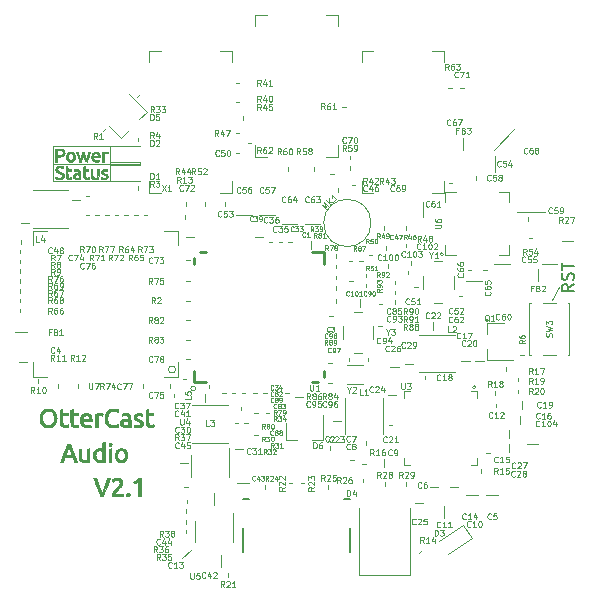
<source format=gto>
G04 #@! TF.GenerationSoftware,KiCad,Pcbnew,5.1.5+dfsg1-2build2*
G04 #@! TF.CreationDate,2021-02-18T18:18:59+01:00*
G04 #@! TF.ProjectId,OtterCastAudioV2,4f747465-7243-4617-9374-417564696f56,rev?*
G04 #@! TF.SameCoordinates,Original*
G04 #@! TF.FileFunction,Legend,Top*
G04 #@! TF.FilePolarity,Positive*
%FSLAX46Y46*%
G04 Gerber Fmt 4.6, Leading zero omitted, Abs format (unit mm)*
G04 Created by KiCad (PCBNEW 5.1.5+dfsg1-2build2) date 2021-02-18 18:18:59*
%MOMM*%
%LPD*%
G04 APERTURE LIST*
%ADD10C,0.100000*%
%ADD11C,0.120000*%
%ADD12C,0.150000*%
%ADD13C,0.010000*%
%ADD14C,0.254000*%
%ADD15C,0.050000*%
%ADD16C,0.095000*%
G04 APERTURE END LIST*
D10*
X121600000Y-99500000D02*
X122200000Y-98400000D01*
D11*
X86705000Y-88060000D02*
X86705000Y-87830000D01*
X84220000Y-88085000D02*
X84220000Y-87830000D01*
D12*
X123452380Y-98147619D02*
X122976190Y-98480952D01*
X123452380Y-98719047D02*
X122452380Y-98719047D01*
X122452380Y-98338095D01*
X122500000Y-98242857D01*
X122547619Y-98195238D01*
X122642857Y-98147619D01*
X122785714Y-98147619D01*
X122880952Y-98195238D01*
X122928571Y-98242857D01*
X122976190Y-98338095D01*
X122976190Y-98719047D01*
X123404761Y-97766666D02*
X123452380Y-97623809D01*
X123452380Y-97385714D01*
X123404761Y-97290476D01*
X123357142Y-97242857D01*
X123261904Y-97195238D01*
X123166666Y-97195238D01*
X123071428Y-97242857D01*
X123023809Y-97290476D01*
X122976190Y-97385714D01*
X122928571Y-97576190D01*
X122880952Y-97671428D01*
X122833333Y-97719047D01*
X122738095Y-97766666D01*
X122642857Y-97766666D01*
X122547619Y-97719047D01*
X122500000Y-97671428D01*
X122452380Y-97576190D01*
X122452380Y-97338095D01*
X122500000Y-97195238D01*
X122452380Y-96909523D02*
X122452380Y-96338095D01*
X123452380Y-96623809D02*
X122452380Y-96623809D01*
D11*
X86705000Y-87945000D02*
X79350000Y-87945000D01*
X84220000Y-89430000D02*
X79350000Y-89430000D01*
X79350000Y-86460000D02*
X79350000Y-89430000D01*
X84220000Y-86460000D02*
X79350000Y-86460000D01*
D13*
G36*
X86793900Y-116062000D02*
G01*
X86590943Y-116062000D01*
X86587646Y-115453176D01*
X86584350Y-114844353D01*
X86514500Y-114889250D01*
X86464110Y-114919432D01*
X86409474Y-114948606D01*
X86356190Y-114974187D01*
X86309851Y-114993591D01*
X86276055Y-115004233D01*
X86263411Y-115005217D01*
X86249193Y-114992316D01*
X86230725Y-114962644D01*
X86216005Y-114931706D01*
X86186527Y-114861863D01*
X86310664Y-114798075D01*
X86447181Y-114719355D01*
X86559405Y-114635879D01*
X86615416Y-114583268D01*
X86644643Y-114556053D01*
X86671056Y-114542628D01*
X86706263Y-114538266D01*
X86726541Y-114538000D01*
X86793900Y-114538000D01*
X86793900Y-116062000D01*
G37*
X86793900Y-116062000D02*
X86590943Y-116062000D01*
X86587646Y-115453176D01*
X86584350Y-114844353D01*
X86514500Y-114889250D01*
X86464110Y-114919432D01*
X86409474Y-114948606D01*
X86356190Y-114974187D01*
X86309851Y-114993591D01*
X86276055Y-115004233D01*
X86263411Y-115005217D01*
X86249193Y-114992316D01*
X86230725Y-114962644D01*
X86216005Y-114931706D01*
X86186527Y-114861863D01*
X86310664Y-114798075D01*
X86447181Y-114719355D01*
X86559405Y-114635879D01*
X86615416Y-114583268D01*
X86644643Y-114556053D01*
X86671056Y-114542628D01*
X86706263Y-114538266D01*
X86726541Y-114538000D01*
X86793900Y-114538000D01*
X86793900Y-116062000D01*
G36*
X84863925Y-114517186D02*
G01*
X84957661Y-114533552D01*
X85037646Y-114565562D01*
X85107799Y-114614352D01*
X85114314Y-114620098D01*
X85171089Y-114681281D01*
X85208893Y-114748051D01*
X85230026Y-114826019D01*
X85236781Y-114919000D01*
X85234530Y-114976930D01*
X85226065Y-115031196D01*
X85209776Y-115084413D01*
X85184054Y-115139197D01*
X85147290Y-115198164D01*
X85097874Y-115263929D01*
X85034197Y-115339108D01*
X84954650Y-115426316D01*
X84869611Y-115515743D01*
X84780387Y-115610840D01*
X84708079Y-115693236D01*
X84653294Y-115762148D01*
X84616637Y-115816792D01*
X84598714Y-115856385D01*
X84596919Y-115868325D01*
X84602409Y-115873240D01*
X84620451Y-115877103D01*
X84653279Y-115880015D01*
X84703128Y-115882078D01*
X84772231Y-115883393D01*
X84862824Y-115884061D01*
X84946050Y-115884200D01*
X85295300Y-115884200D01*
X85295300Y-116062000D01*
X84364936Y-116062000D01*
X84370690Y-115962602D01*
X84377994Y-115893206D01*
X84393148Y-115834113D01*
X84416833Y-115776895D01*
X84440909Y-115728425D01*
X84467012Y-115683085D01*
X84497722Y-115637608D01*
X84535623Y-115588729D01*
X84583296Y-115533184D01*
X84643322Y-115467705D01*
X84718284Y-115389027D01*
X84746748Y-115359601D01*
X84827772Y-115274376D01*
X84891503Y-115202931D01*
X84939796Y-115142354D01*
X84974504Y-115089734D01*
X84997480Y-115042160D01*
X85010579Y-114996720D01*
X85015654Y-114950503D01*
X85015889Y-114936872D01*
X85005395Y-114861516D01*
X84975819Y-114799678D01*
X84930061Y-114752147D01*
X84871021Y-114719713D01*
X84801598Y-114703166D01*
X84724691Y-114703296D01*
X84643200Y-114720891D01*
X84560025Y-114756743D01*
X84498470Y-114795949D01*
X84437458Y-114840735D01*
X84388133Y-114770151D01*
X84361102Y-114728818D01*
X84349871Y-114699174D01*
X84355912Y-114674897D01*
X84380695Y-114649666D01*
X84423362Y-114618764D01*
X84507065Y-114569549D01*
X84593487Y-114537382D01*
X84690572Y-114519766D01*
X84752515Y-114515328D01*
X84863925Y-114517186D01*
G37*
X84863925Y-114517186D02*
X84957661Y-114533552D01*
X85037646Y-114565562D01*
X85107799Y-114614352D01*
X85114314Y-114620098D01*
X85171089Y-114681281D01*
X85208893Y-114748051D01*
X85230026Y-114826019D01*
X85236781Y-114919000D01*
X85234530Y-114976930D01*
X85226065Y-115031196D01*
X85209776Y-115084413D01*
X85184054Y-115139197D01*
X85147290Y-115198164D01*
X85097874Y-115263929D01*
X85034197Y-115339108D01*
X84954650Y-115426316D01*
X84869611Y-115515743D01*
X84780387Y-115610840D01*
X84708079Y-115693236D01*
X84653294Y-115762148D01*
X84616637Y-115816792D01*
X84598714Y-115856385D01*
X84596919Y-115868325D01*
X84602409Y-115873240D01*
X84620451Y-115877103D01*
X84653279Y-115880015D01*
X84703128Y-115882078D01*
X84772231Y-115883393D01*
X84862824Y-115884061D01*
X84946050Y-115884200D01*
X85295300Y-115884200D01*
X85295300Y-116062000D01*
X84364936Y-116062000D01*
X84370690Y-115962602D01*
X84377994Y-115893206D01*
X84393148Y-115834113D01*
X84416833Y-115776895D01*
X84440909Y-115728425D01*
X84467012Y-115683085D01*
X84497722Y-115637608D01*
X84535623Y-115588729D01*
X84583296Y-115533184D01*
X84643322Y-115467705D01*
X84718284Y-115389027D01*
X84746748Y-115359601D01*
X84827772Y-115274376D01*
X84891503Y-115202931D01*
X84939796Y-115142354D01*
X84974504Y-115089734D01*
X84997480Y-115042160D01*
X85010579Y-114996720D01*
X85015654Y-114950503D01*
X85015889Y-114936872D01*
X85005395Y-114861516D01*
X84975819Y-114799678D01*
X84930061Y-114752147D01*
X84871021Y-114719713D01*
X84801598Y-114703166D01*
X84724691Y-114703296D01*
X84643200Y-114720891D01*
X84560025Y-114756743D01*
X84498470Y-114795949D01*
X84437458Y-114840735D01*
X84388133Y-114770151D01*
X84361102Y-114728818D01*
X84349871Y-114699174D01*
X84355912Y-114674897D01*
X84380695Y-114649666D01*
X84423362Y-114618764D01*
X84507065Y-114569549D01*
X84593487Y-114537382D01*
X84690572Y-114519766D01*
X84752515Y-114515328D01*
X84863925Y-114517186D01*
G36*
X82981281Y-114540075D02*
G01*
X83017613Y-114543428D01*
X83038530Y-114548445D01*
X83040795Y-114550288D01*
X83046697Y-114564848D01*
X83059923Y-114600468D01*
X83079427Y-114654228D01*
X83104157Y-114723207D01*
X83133067Y-114804485D01*
X83165107Y-114895143D01*
X83186515Y-114956009D01*
X83229572Y-115077491D01*
X83272565Y-115196622D01*
X83314581Y-115311046D01*
X83354713Y-115418404D01*
X83392048Y-115516342D01*
X83425678Y-115602503D01*
X83454691Y-115674530D01*
X83478178Y-115730066D01*
X83495228Y-115766757D01*
X83504931Y-115782245D01*
X83505796Y-115782600D01*
X83513742Y-115771130D01*
X83529107Y-115738674D01*
X83550752Y-115688157D01*
X83577536Y-115622508D01*
X83608321Y-115544654D01*
X83641965Y-115457521D01*
X83677330Y-115364038D01*
X83713274Y-115267131D01*
X83748659Y-115169728D01*
X83782345Y-115074755D01*
X83790154Y-115052350D01*
X83820685Y-114964541D01*
X83851128Y-114877212D01*
X83879591Y-114795775D01*
X83904181Y-114725644D01*
X83923004Y-114672231D01*
X83927822Y-114658650D01*
X83968482Y-114544350D01*
X84068793Y-114540603D01*
X84118241Y-114539547D01*
X84158580Y-114540134D01*
X84182459Y-114542223D01*
X84184699Y-114542841D01*
X84188155Y-114553865D01*
X84183302Y-114582355D01*
X84169685Y-114630030D01*
X84146851Y-114698608D01*
X84133325Y-114737088D01*
X84015047Y-115061003D01*
X83895628Y-115371251D01*
X83776997Y-115662865D01*
X83739767Y-115750850D01*
X83609494Y-116055650D01*
X83506833Y-116059329D01*
X83455900Y-116060780D01*
X83424261Y-116059582D01*
X83405835Y-116054135D01*
X83394537Y-116042839D01*
X83386065Y-116027579D01*
X83360560Y-115974875D01*
X83328907Y-115904932D01*
X83292120Y-115820339D01*
X83251214Y-115723681D01*
X83207205Y-115617547D01*
X83161107Y-115504524D01*
X83113936Y-115387199D01*
X83066706Y-115268159D01*
X83020433Y-115149992D01*
X82976132Y-115035285D01*
X82934817Y-114926625D01*
X82897504Y-114826599D01*
X82865207Y-114737795D01*
X82838943Y-114662800D01*
X82819725Y-114604202D01*
X82808570Y-114564587D01*
X82806100Y-114549288D01*
X82817634Y-114543885D01*
X82847711Y-114540291D01*
X82889539Y-114538477D01*
X82936326Y-114538415D01*
X82981281Y-114540075D01*
G37*
X82981281Y-114540075D02*
X83017613Y-114543428D01*
X83038530Y-114548445D01*
X83040795Y-114550288D01*
X83046697Y-114564848D01*
X83059923Y-114600468D01*
X83079427Y-114654228D01*
X83104157Y-114723207D01*
X83133067Y-114804485D01*
X83165107Y-114895143D01*
X83186515Y-114956009D01*
X83229572Y-115077491D01*
X83272565Y-115196622D01*
X83314581Y-115311046D01*
X83354713Y-115418404D01*
X83392048Y-115516342D01*
X83425678Y-115602503D01*
X83454691Y-115674530D01*
X83478178Y-115730066D01*
X83495228Y-115766757D01*
X83504931Y-115782245D01*
X83505796Y-115782600D01*
X83513742Y-115771130D01*
X83529107Y-115738674D01*
X83550752Y-115688157D01*
X83577536Y-115622508D01*
X83608321Y-115544654D01*
X83641965Y-115457521D01*
X83677330Y-115364038D01*
X83713274Y-115267131D01*
X83748659Y-115169728D01*
X83782345Y-115074755D01*
X83790154Y-115052350D01*
X83820685Y-114964541D01*
X83851128Y-114877212D01*
X83879591Y-114795775D01*
X83904181Y-114725644D01*
X83923004Y-114672231D01*
X83927822Y-114658650D01*
X83968482Y-114544350D01*
X84068793Y-114540603D01*
X84118241Y-114539547D01*
X84158580Y-114540134D01*
X84182459Y-114542223D01*
X84184699Y-114542841D01*
X84188155Y-114553865D01*
X84183302Y-114582355D01*
X84169685Y-114630030D01*
X84146851Y-114698608D01*
X84133325Y-114737088D01*
X84015047Y-115061003D01*
X83895628Y-115371251D01*
X83776997Y-115662865D01*
X83739767Y-115750850D01*
X83609494Y-116055650D01*
X83506833Y-116059329D01*
X83455900Y-116060780D01*
X83424261Y-116059582D01*
X83405835Y-116054135D01*
X83394537Y-116042839D01*
X83386065Y-116027579D01*
X83360560Y-115974875D01*
X83328907Y-115904932D01*
X83292120Y-115820339D01*
X83251214Y-115723681D01*
X83207205Y-115617547D01*
X83161107Y-115504524D01*
X83113936Y-115387199D01*
X83066706Y-115268159D01*
X83020433Y-115149992D01*
X82976132Y-115035285D01*
X82934817Y-114926625D01*
X82897504Y-114826599D01*
X82865207Y-114737795D01*
X82838943Y-114662800D01*
X82819725Y-114604202D01*
X82808570Y-114564587D01*
X82806100Y-114549288D01*
X82817634Y-114543885D01*
X82847711Y-114540291D01*
X82889539Y-114538477D01*
X82936326Y-114538415D01*
X82981281Y-114540075D01*
G36*
X85766428Y-115799320D02*
G01*
X85797413Y-115815023D01*
X85823620Y-115838480D01*
X85851344Y-115870432D01*
X85863901Y-115900748D01*
X85866800Y-115941350D01*
X85863741Y-115982733D01*
X85850895Y-116012938D01*
X85823620Y-116044220D01*
X85791277Y-116072133D01*
X85760886Y-116084531D01*
X85725195Y-116086891D01*
X85681997Y-116082342D01*
X85643852Y-116071691D01*
X85636778Y-116068354D01*
X85600553Y-116035536D01*
X85579483Y-115989375D01*
X85573499Y-115936850D01*
X85582530Y-115884943D01*
X85606504Y-115840633D01*
X85639358Y-115813751D01*
X85675974Y-115801601D01*
X85720120Y-115795476D01*
X85727739Y-115795300D01*
X85766428Y-115799320D01*
G37*
X85766428Y-115799320D02*
X85797413Y-115815023D01*
X85823620Y-115838480D01*
X85851344Y-115870432D01*
X85863901Y-115900748D01*
X85866800Y-115941350D01*
X85863741Y-115982733D01*
X85850895Y-116012938D01*
X85823620Y-116044220D01*
X85791277Y-116072133D01*
X85760886Y-116084531D01*
X85725195Y-116086891D01*
X85681997Y-116082342D01*
X85643852Y-116071691D01*
X85636778Y-116068354D01*
X85600553Y-116035536D01*
X85579483Y-115989375D01*
X85573499Y-115936850D01*
X85582530Y-115884943D01*
X85606504Y-115840633D01*
X85639358Y-115813751D01*
X85675974Y-115801601D01*
X85720120Y-115795476D01*
X85727739Y-115795300D01*
X85766428Y-115799320D01*
D11*
X118950000Y-104100000D02*
X119250000Y-104100000D01*
X102800000Y-112150000D02*
X102800000Y-111850000D01*
X96500000Y-75300000D02*
X96500000Y-76300000D01*
X97500000Y-75300000D02*
X96500000Y-75300000D01*
X103500000Y-75300000D02*
X102500000Y-75300000D01*
X103500000Y-76300000D02*
X103500000Y-75300000D01*
X96500000Y-87350000D02*
X97500000Y-87350000D01*
X96500000Y-86350000D02*
X96500000Y-87350000D01*
X103500000Y-87350000D02*
X102500000Y-87350000D01*
X103500000Y-86350000D02*
X103500000Y-87350000D01*
X105500000Y-78350000D02*
X105500000Y-79350000D01*
X106500000Y-78350000D02*
X105500000Y-78350000D01*
X112500000Y-78350000D02*
X111500000Y-78350000D01*
X112500000Y-79350000D02*
X112500000Y-78350000D01*
X105500000Y-90400000D02*
X106500000Y-90400000D01*
X105500000Y-89400000D02*
X105500000Y-90400000D01*
X112500000Y-90400000D02*
X111500000Y-90400000D01*
X112500000Y-89400000D02*
X112500000Y-90400000D01*
X87500000Y-78350000D02*
X87500000Y-79350000D01*
X88500000Y-78350000D02*
X87500000Y-78350000D01*
X94500000Y-78350000D02*
X93500000Y-78350000D01*
X94500000Y-79350000D02*
X94500000Y-78350000D01*
X87500000Y-90400000D02*
X88500000Y-90400000D01*
X87500000Y-89400000D02*
X87500000Y-90400000D01*
X94500000Y-90400000D02*
X93500000Y-90400000D01*
X94500000Y-89400000D02*
X94500000Y-90400000D01*
D13*
G36*
X83799951Y-88388158D02*
G01*
X83853910Y-88394386D01*
X83901946Y-88402770D01*
X83937443Y-88412371D01*
X83953480Y-88421697D01*
X83955668Y-88439825D01*
X83953290Y-88472444D01*
X83951551Y-88484661D01*
X83944924Y-88517435D01*
X83935583Y-88530785D01*
X83918019Y-88530534D01*
X83910002Y-88528594D01*
X83826136Y-88512428D01*
X83748330Y-88507838D01*
X83681485Y-88514563D01*
X83630502Y-88532342D01*
X83613512Y-88544353D01*
X83595949Y-88575340D01*
X83592209Y-88616902D01*
X83602604Y-88658103D01*
X83609910Y-88670803D01*
X83629607Y-88687391D01*
X83666631Y-88709348D01*
X83714551Y-88733049D01*
X83740085Y-88744209D01*
X83820342Y-88778978D01*
X83880254Y-88808349D01*
X83923590Y-88834899D01*
X83954119Y-88861203D01*
X83975613Y-88889838D01*
X83987604Y-88913332D01*
X84004794Y-88964710D01*
X84007467Y-89015990D01*
X84005614Y-89035689D01*
X83992787Y-89094270D01*
X83967211Y-89138806D01*
X83924198Y-89175562D01*
X83883449Y-89198875D01*
X83850033Y-89214797D01*
X83820116Y-89224937D01*
X83786421Y-89230519D01*
X83741671Y-89232766D01*
X83680897Y-89232915D01*
X83612162Y-89230609D01*
X83549381Y-89225137D01*
X83500760Y-89217304D01*
X83488124Y-89214005D01*
X83429599Y-89195980D01*
X83441836Y-89134088D01*
X83454074Y-89072195D01*
X83530068Y-89095847D01*
X83598428Y-89111624D01*
X83667833Y-89118154D01*
X83732893Y-89115896D01*
X83788216Y-89105310D01*
X83828413Y-89086856D01*
X83844950Y-89068979D01*
X83857476Y-89023070D01*
X83850391Y-88977061D01*
X83828956Y-88944430D01*
X83804100Y-88926723D01*
X83763365Y-88903463D01*
X83714312Y-88878875D01*
X83698781Y-88871725D01*
X83616012Y-88833046D01*
X83553923Y-88799930D01*
X83509219Y-88769556D01*
X83478605Y-88739101D01*
X83458784Y-88705743D01*
X83446460Y-88666661D01*
X83443716Y-88653305D01*
X83442436Y-88584013D01*
X83463757Y-88521014D01*
X83505144Y-88466946D01*
X83564062Y-88424445D01*
X83637975Y-88396148D01*
X83700733Y-88385913D01*
X83746687Y-88385021D01*
X83799951Y-88388158D01*
G37*
X83799951Y-88388158D02*
X83853910Y-88394386D01*
X83901946Y-88402770D01*
X83937443Y-88412371D01*
X83953480Y-88421697D01*
X83955668Y-88439825D01*
X83953290Y-88472444D01*
X83951551Y-88484661D01*
X83944924Y-88517435D01*
X83935583Y-88530785D01*
X83918019Y-88530534D01*
X83910002Y-88528594D01*
X83826136Y-88512428D01*
X83748330Y-88507838D01*
X83681485Y-88514563D01*
X83630502Y-88532342D01*
X83613512Y-88544353D01*
X83595949Y-88575340D01*
X83592209Y-88616902D01*
X83602604Y-88658103D01*
X83609910Y-88670803D01*
X83629607Y-88687391D01*
X83666631Y-88709348D01*
X83714551Y-88733049D01*
X83740085Y-88744209D01*
X83820342Y-88778978D01*
X83880254Y-88808349D01*
X83923590Y-88834899D01*
X83954119Y-88861203D01*
X83975613Y-88889838D01*
X83987604Y-88913332D01*
X84004794Y-88964710D01*
X84007467Y-89015990D01*
X84005614Y-89035689D01*
X83992787Y-89094270D01*
X83967211Y-89138806D01*
X83924198Y-89175562D01*
X83883449Y-89198875D01*
X83850033Y-89214797D01*
X83820116Y-89224937D01*
X83786421Y-89230519D01*
X83741671Y-89232766D01*
X83680897Y-89232915D01*
X83612162Y-89230609D01*
X83549381Y-89225137D01*
X83500760Y-89217304D01*
X83488124Y-89214005D01*
X83429599Y-89195980D01*
X83441836Y-89134088D01*
X83454074Y-89072195D01*
X83530068Y-89095847D01*
X83598428Y-89111624D01*
X83667833Y-89118154D01*
X83732893Y-89115896D01*
X83788216Y-89105310D01*
X83828413Y-89086856D01*
X83844950Y-89068979D01*
X83857476Y-89023070D01*
X83850391Y-88977061D01*
X83828956Y-88944430D01*
X83804100Y-88926723D01*
X83763365Y-88903463D01*
X83714312Y-88878875D01*
X83698781Y-88871725D01*
X83616012Y-88833046D01*
X83553923Y-88799930D01*
X83509219Y-88769556D01*
X83478605Y-88739101D01*
X83458784Y-88705743D01*
X83446460Y-88666661D01*
X83443716Y-88653305D01*
X83442436Y-88584013D01*
X83463757Y-88521014D01*
X83505144Y-88466946D01*
X83564062Y-88424445D01*
X83637975Y-88396148D01*
X83700733Y-88385913D01*
X83746687Y-88385021D01*
X83799951Y-88388158D01*
G36*
X82717229Y-88684525D02*
G01*
X82719482Y-88789088D01*
X82722859Y-88871491D01*
X82728084Y-88934971D01*
X82735884Y-88982765D01*
X82746983Y-89018109D01*
X82762107Y-89044242D01*
X82781983Y-89064398D01*
X82806110Y-89081074D01*
X82835498Y-89095082D01*
X82871452Y-89103086D01*
X82921549Y-89106419D01*
X82951886Y-89106752D01*
X83002930Y-89105867D01*
X83045631Y-89103476D01*
X83072407Y-89100049D01*
X83075711Y-89099091D01*
X83081776Y-89094240D01*
X83086503Y-89083028D01*
X83090053Y-89062651D01*
X83092588Y-89030307D01*
X83094268Y-88983193D01*
X83095255Y-88918503D01*
X83095710Y-88833437D01*
X83095800Y-88749841D01*
X83095800Y-88408300D01*
X83235861Y-88408300D01*
X83232505Y-88805080D01*
X83229150Y-89201860D01*
X83146600Y-89217237D01*
X83082048Y-89226026D01*
X83007988Y-89231020D01*
X82931445Y-89232264D01*
X82859445Y-89229803D01*
X82799012Y-89223684D01*
X82759250Y-89214715D01*
X82719938Y-89194267D01*
X82678503Y-89163038D01*
X82661761Y-89146917D01*
X82635970Y-89116575D01*
X82615761Y-89084699D01*
X82600480Y-89047806D01*
X82589474Y-89002413D01*
X82582088Y-88945038D01*
X82577668Y-88872198D01*
X82575561Y-88780411D01*
X82575100Y-88685394D01*
X82575100Y-88408300D01*
X82712652Y-88408300D01*
X82717229Y-88684525D01*
G37*
X82717229Y-88684525D02*
X82719482Y-88789088D01*
X82722859Y-88871491D01*
X82728084Y-88934971D01*
X82735884Y-88982765D01*
X82746983Y-89018109D01*
X82762107Y-89044242D01*
X82781983Y-89064398D01*
X82806110Y-89081074D01*
X82835498Y-89095082D01*
X82871452Y-89103086D01*
X82921549Y-89106419D01*
X82951886Y-89106752D01*
X83002930Y-89105867D01*
X83045631Y-89103476D01*
X83072407Y-89100049D01*
X83075711Y-89099091D01*
X83081776Y-89094240D01*
X83086503Y-89083028D01*
X83090053Y-89062651D01*
X83092588Y-89030307D01*
X83094268Y-88983193D01*
X83095255Y-88918503D01*
X83095710Y-88833437D01*
X83095800Y-88749841D01*
X83095800Y-88408300D01*
X83235861Y-88408300D01*
X83232505Y-88805080D01*
X83229150Y-89201860D01*
X83146600Y-89217237D01*
X83082048Y-89226026D01*
X83007988Y-89231020D01*
X82931445Y-89232264D01*
X82859445Y-89229803D01*
X82799012Y-89223684D01*
X82759250Y-89214715D01*
X82719938Y-89194267D01*
X82678503Y-89163038D01*
X82661761Y-89146917D01*
X82635970Y-89116575D01*
X82615761Y-89084699D01*
X82600480Y-89047806D01*
X82589474Y-89002413D01*
X82582088Y-88945038D01*
X82577668Y-88872198D01*
X82575561Y-88780411D01*
X82575100Y-88685394D01*
X82575100Y-88408300D01*
X82712652Y-88408300D01*
X82717229Y-88684525D01*
G36*
X82079800Y-88408300D02*
G01*
X82384600Y-88408300D01*
X82384600Y-88522600D01*
X82079800Y-88522600D01*
X82079800Y-88757957D01*
X82080632Y-88862504D01*
X82084021Y-88944307D01*
X82091302Y-89005992D01*
X82103811Y-89050185D01*
X82122883Y-89079514D01*
X82149854Y-89096603D01*
X82186060Y-89104080D01*
X82232836Y-89104572D01*
X82255461Y-89103358D01*
X82303412Y-89099169D01*
X82344273Y-89093656D01*
X82366923Y-89088647D01*
X82384431Y-89085958D01*
X82395735Y-89096811D01*
X82405632Y-89126524D01*
X82407459Y-89133598D01*
X82414719Y-89168447D01*
X82416766Y-89192234D01*
X82415826Y-89196546D01*
X82395452Y-89209517D01*
X82355929Y-89219882D01*
X82303409Y-89227295D01*
X82244043Y-89231407D01*
X82183983Y-89231873D01*
X82129379Y-89228344D01*
X82086382Y-89220473D01*
X82073450Y-89215872D01*
X82016294Y-89176638D01*
X81970691Y-89115127D01*
X81957178Y-89087576D01*
X81950989Y-89070855D01*
X81945945Y-89049858D01*
X81941884Y-89021774D01*
X81938646Y-88983790D01*
X81936068Y-88933095D01*
X81933988Y-88866875D01*
X81932244Y-88782320D01*
X81930675Y-88676616D01*
X81929887Y-88613420D01*
X81928993Y-88512037D01*
X81928778Y-88418753D01*
X81929202Y-88336609D01*
X81930224Y-88268641D01*
X81931805Y-88217889D01*
X81933904Y-88187390D01*
X81935639Y-88179738D01*
X81953573Y-88172422D01*
X81987733Y-88164735D01*
X82013125Y-88160751D01*
X82079800Y-88151916D01*
X82079800Y-88408300D01*
G37*
X82079800Y-88408300D02*
X82384600Y-88408300D01*
X82384600Y-88522600D01*
X82079800Y-88522600D01*
X82079800Y-88757957D01*
X82080632Y-88862504D01*
X82084021Y-88944307D01*
X82091302Y-89005992D01*
X82103811Y-89050185D01*
X82122883Y-89079514D01*
X82149854Y-89096603D01*
X82186060Y-89104080D01*
X82232836Y-89104572D01*
X82255461Y-89103358D01*
X82303412Y-89099169D01*
X82344273Y-89093656D01*
X82366923Y-89088647D01*
X82384431Y-89085958D01*
X82395735Y-89096811D01*
X82405632Y-89126524D01*
X82407459Y-89133598D01*
X82414719Y-89168447D01*
X82416766Y-89192234D01*
X82415826Y-89196546D01*
X82395452Y-89209517D01*
X82355929Y-89219882D01*
X82303409Y-89227295D01*
X82244043Y-89231407D01*
X82183983Y-89231873D01*
X82129379Y-89228344D01*
X82086382Y-89220473D01*
X82073450Y-89215872D01*
X82016294Y-89176638D01*
X81970691Y-89115127D01*
X81957178Y-89087576D01*
X81950989Y-89070855D01*
X81945945Y-89049858D01*
X81941884Y-89021774D01*
X81938646Y-88983790D01*
X81936068Y-88933095D01*
X81933988Y-88866875D01*
X81932244Y-88782320D01*
X81930675Y-88676616D01*
X81929887Y-88613420D01*
X81928993Y-88512037D01*
X81928778Y-88418753D01*
X81929202Y-88336609D01*
X81930224Y-88268641D01*
X81931805Y-88217889D01*
X81933904Y-88187390D01*
X81935639Y-88179738D01*
X81953573Y-88172422D01*
X81987733Y-88164735D01*
X82013125Y-88160751D01*
X82079800Y-88151916D01*
X82079800Y-88408300D01*
G36*
X81394000Y-88386771D02*
G01*
X81489160Y-88399009D01*
X81564561Y-88426402D01*
X81621562Y-88469991D01*
X81661523Y-88530817D01*
X81685800Y-88609920D01*
X81685882Y-88610355D01*
X81689850Y-88644070D01*
X81693325Y-88698051D01*
X81696106Y-88767164D01*
X81697993Y-88846275D01*
X81698787Y-88930251D01*
X81698800Y-88941952D01*
X81698800Y-89205438D01*
X81663875Y-89213493D01*
X81638816Y-89216806D01*
X81594029Y-89220367D01*
X81535177Y-89223809D01*
X81467924Y-89226770D01*
X81444800Y-89227581D01*
X81365581Y-89229544D01*
X81306741Y-89229272D01*
X81263334Y-89226478D01*
X81230412Y-89220876D01*
X81207221Y-89213781D01*
X81144520Y-89178336D01*
X81097248Y-89127307D01*
X81066398Y-89065601D01*
X81052959Y-88998122D01*
X81053789Y-88986681D01*
X81202852Y-88986681D01*
X81215460Y-89034104D01*
X81244114Y-89074816D01*
X81286849Y-89102312D01*
X81296373Y-89105498D01*
X81331578Y-89111968D01*
X81379893Y-89116311D01*
X81432671Y-89118291D01*
X81481265Y-89117670D01*
X81517026Y-89114211D01*
X81526311Y-89111791D01*
X81535854Y-89103697D01*
X81541910Y-89085209D01*
X81545177Y-89051756D01*
X81546351Y-88998768D01*
X81546400Y-88980028D01*
X81546400Y-88855975D01*
X81506712Y-88848037D01*
X81430102Y-88840005D01*
X81355807Y-88845320D01*
X81290485Y-88862771D01*
X81240795Y-88891147D01*
X81233627Y-88897717D01*
X81208253Y-88939050D01*
X81202852Y-88986681D01*
X81053789Y-88986681D01*
X81057922Y-88929778D01*
X81082280Y-88865475D01*
X81125891Y-88811133D01*
X81167769Y-88778136D01*
X81211666Y-88755431D01*
X81263407Y-88741416D01*
X81328820Y-88734487D01*
X81409875Y-88733015D01*
X81546400Y-88733880D01*
X81546400Y-88684134D01*
X81536847Y-88620468D01*
X81510153Y-88568094D01*
X81469262Y-88532532D01*
X81464124Y-88529931D01*
X81421208Y-88517627D01*
X81362486Y-88511297D01*
X81296905Y-88511214D01*
X81233412Y-88517649D01*
X81210206Y-88522201D01*
X81178061Y-88528839D01*
X81158797Y-88531269D01*
X81156759Y-88530892D01*
X81154199Y-88517615D01*
X81151232Y-88487599D01*
X81150052Y-88471383D01*
X81146350Y-88414878D01*
X81222550Y-88398564D01*
X81276162Y-88390744D01*
X81340170Y-88386575D01*
X81394000Y-88386771D01*
G37*
X81394000Y-88386771D02*
X81489160Y-88399009D01*
X81564561Y-88426402D01*
X81621562Y-88469991D01*
X81661523Y-88530817D01*
X81685800Y-88609920D01*
X81685882Y-88610355D01*
X81689850Y-88644070D01*
X81693325Y-88698051D01*
X81696106Y-88767164D01*
X81697993Y-88846275D01*
X81698787Y-88930251D01*
X81698800Y-88941952D01*
X81698800Y-89205438D01*
X81663875Y-89213493D01*
X81638816Y-89216806D01*
X81594029Y-89220367D01*
X81535177Y-89223809D01*
X81467924Y-89226770D01*
X81444800Y-89227581D01*
X81365581Y-89229544D01*
X81306741Y-89229272D01*
X81263334Y-89226478D01*
X81230412Y-89220876D01*
X81207221Y-89213781D01*
X81144520Y-89178336D01*
X81097248Y-89127307D01*
X81066398Y-89065601D01*
X81052959Y-88998122D01*
X81053789Y-88986681D01*
X81202852Y-88986681D01*
X81215460Y-89034104D01*
X81244114Y-89074816D01*
X81286849Y-89102312D01*
X81296373Y-89105498D01*
X81331578Y-89111968D01*
X81379893Y-89116311D01*
X81432671Y-89118291D01*
X81481265Y-89117670D01*
X81517026Y-89114211D01*
X81526311Y-89111791D01*
X81535854Y-89103697D01*
X81541910Y-89085209D01*
X81545177Y-89051756D01*
X81546351Y-88998768D01*
X81546400Y-88980028D01*
X81546400Y-88855975D01*
X81506712Y-88848037D01*
X81430102Y-88840005D01*
X81355807Y-88845320D01*
X81290485Y-88862771D01*
X81240795Y-88891147D01*
X81233627Y-88897717D01*
X81208253Y-88939050D01*
X81202852Y-88986681D01*
X81053789Y-88986681D01*
X81057922Y-88929778D01*
X81082280Y-88865475D01*
X81125891Y-88811133D01*
X81167769Y-88778136D01*
X81211666Y-88755431D01*
X81263407Y-88741416D01*
X81328820Y-88734487D01*
X81409875Y-88733015D01*
X81546400Y-88733880D01*
X81546400Y-88684134D01*
X81536847Y-88620468D01*
X81510153Y-88568094D01*
X81469262Y-88532532D01*
X81464124Y-88529931D01*
X81421208Y-88517627D01*
X81362486Y-88511297D01*
X81296905Y-88511214D01*
X81233412Y-88517649D01*
X81210206Y-88522201D01*
X81178061Y-88528839D01*
X81158797Y-88531269D01*
X81156759Y-88530892D01*
X81154199Y-88517615D01*
X81151232Y-88487599D01*
X81150052Y-88471383D01*
X81146350Y-88414878D01*
X81222550Y-88398564D01*
X81276162Y-88390744D01*
X81340170Y-88386575D01*
X81394000Y-88386771D01*
G36*
X80612950Y-88401950D02*
G01*
X80768525Y-88405515D01*
X80924100Y-88409081D01*
X80924100Y-88522600D01*
X80606600Y-88522600D01*
X80606902Y-88735325D01*
X80607703Y-88810466D01*
X80609720Y-88880468D01*
X80612697Y-88939745D01*
X80616380Y-88982712D01*
X80618938Y-88998850D01*
X80639933Y-89052068D01*
X80675394Y-89086463D01*
X80727837Y-89103816D01*
X80771581Y-89106800D01*
X80819143Y-89104546D01*
X80861476Y-89098756D01*
X80880891Y-89093628D01*
X80911082Y-89086947D01*
X80929018Y-89097487D01*
X80938014Y-89128435D01*
X80940071Y-89150523D01*
X80939903Y-89183242D01*
X80929550Y-89201029D01*
X80902519Y-89214082D01*
X80898700Y-89215500D01*
X80864253Y-89223559D01*
X80814440Y-89229697D01*
X80759281Y-89232728D01*
X80752165Y-89232833D01*
X80692370Y-89231681D01*
X80648488Y-89225803D01*
X80611223Y-89213585D01*
X80593415Y-89205225D01*
X80540008Y-89167249D01*
X80505000Y-89119500D01*
X80473250Y-89062350D01*
X80469469Y-88614675D01*
X80468528Y-88496159D01*
X80467983Y-88400583D01*
X80467940Y-88325491D01*
X80468501Y-88268423D01*
X80469773Y-88226922D01*
X80471860Y-88198530D01*
X80474866Y-88180790D01*
X80478896Y-88171243D01*
X80484054Y-88167432D01*
X80488519Y-88166860D01*
X80516147Y-88164733D01*
X80553602Y-88159716D01*
X80558496Y-88158926D01*
X80605642Y-88151132D01*
X80612950Y-88401950D01*
G37*
X80612950Y-88401950D02*
X80768525Y-88405515D01*
X80924100Y-88409081D01*
X80924100Y-88522600D01*
X80606600Y-88522600D01*
X80606902Y-88735325D01*
X80607703Y-88810466D01*
X80609720Y-88880468D01*
X80612697Y-88939745D01*
X80616380Y-88982712D01*
X80618938Y-88998850D01*
X80639933Y-89052068D01*
X80675394Y-89086463D01*
X80727837Y-89103816D01*
X80771581Y-89106800D01*
X80819143Y-89104546D01*
X80861476Y-89098756D01*
X80880891Y-89093628D01*
X80911082Y-89086947D01*
X80929018Y-89097487D01*
X80938014Y-89128435D01*
X80940071Y-89150523D01*
X80939903Y-89183242D01*
X80929550Y-89201029D01*
X80902519Y-89214082D01*
X80898700Y-89215500D01*
X80864253Y-89223559D01*
X80814440Y-89229697D01*
X80759281Y-89232728D01*
X80752165Y-89232833D01*
X80692370Y-89231681D01*
X80648488Y-89225803D01*
X80611223Y-89213585D01*
X80593415Y-89205225D01*
X80540008Y-89167249D01*
X80505000Y-89119500D01*
X80473250Y-89062350D01*
X80469469Y-88614675D01*
X80468528Y-88496159D01*
X80467983Y-88400583D01*
X80467940Y-88325491D01*
X80468501Y-88268423D01*
X80469773Y-88226922D01*
X80471860Y-88198530D01*
X80474866Y-88180790D01*
X80478896Y-88171243D01*
X80484054Y-88167432D01*
X80488519Y-88166860D01*
X80516147Y-88164733D01*
X80553602Y-88159716D01*
X80558496Y-88158926D01*
X80605642Y-88151132D01*
X80612950Y-88401950D01*
G36*
X80061689Y-88115005D02*
G01*
X80141456Y-88130950D01*
X80200738Y-88149647D01*
X80249697Y-88169236D01*
X80226440Y-88228443D01*
X80211189Y-88261548D01*
X80197701Y-88281263D01*
X80192166Y-88283906D01*
X80090823Y-88255191D01*
X79997234Y-88239840D01*
X79915152Y-88238062D01*
X79848327Y-88250068D01*
X79818855Y-88262956D01*
X79783613Y-88291898D01*
X79754557Y-88329858D01*
X79751382Y-88335829D01*
X79737295Y-88369522D01*
X79735120Y-88397341D01*
X79743973Y-88433366D01*
X79745032Y-88436713D01*
X79758386Y-88467595D01*
X79779398Y-88494957D01*
X79811447Y-88521150D01*
X79857908Y-88548526D01*
X79922158Y-88579435D01*
X79995757Y-88611282D01*
X80084668Y-88651517D01*
X80152528Y-88689484D01*
X80203182Y-88727955D01*
X80240476Y-88769698D01*
X80260504Y-88802000D01*
X80276823Y-88836911D01*
X80285428Y-88870364D01*
X80287976Y-88912005D01*
X80286871Y-88955328D01*
X80277350Y-89035174D01*
X80254394Y-89096758D01*
X80214766Y-89145085D01*
X80155225Y-89185156D01*
X80129888Y-89197780D01*
X80083239Y-89217558D01*
X80040162Y-89229893D01*
X79990765Y-89236905D01*
X79930763Y-89240499D01*
X79869129Y-89241343D01*
X79808446Y-89239457D01*
X79759226Y-89235243D01*
X79747621Y-89233470D01*
X79693672Y-89221120D01*
X79637165Y-89204345D01*
X79620621Y-89198489D01*
X79584378Y-89182776D01*
X79566437Y-89165997D01*
X79564722Y-89141681D01*
X79577155Y-89103357D01*
X79584392Y-89085614D01*
X79601135Y-89045378D01*
X79681592Y-89077979D01*
X79734897Y-89096618D01*
X79786740Y-89106979D01*
X79848761Y-89111131D01*
X79870000Y-89111466D01*
X79962529Y-89107031D01*
X80033437Y-89091421D01*
X80084329Y-89063741D01*
X80116810Y-89023095D01*
X80132485Y-88968586D01*
X80132942Y-88964715D01*
X80133088Y-88919610D01*
X80119127Y-88881982D01*
X80108944Y-88865802D01*
X80081238Y-88831272D01*
X80046457Y-88801459D01*
X79999897Y-88773401D01*
X79936852Y-88744135D01*
X79878172Y-88720482D01*
X79790096Y-88683711D01*
X79723063Y-88648985D01*
X79673173Y-88613558D01*
X79636523Y-88574687D01*
X79610455Y-88532143D01*
X79582357Y-88450564D01*
X79579142Y-88370625D01*
X79600419Y-88294674D01*
X79645796Y-88225062D01*
X79664980Y-88204860D01*
X79718256Y-88161762D01*
X79777725Y-88132462D01*
X79850273Y-88114197D01*
X79909537Y-88106766D01*
X79980286Y-88106340D01*
X80061689Y-88115005D01*
G37*
X80061689Y-88115005D02*
X80141456Y-88130950D01*
X80200738Y-88149647D01*
X80249697Y-88169236D01*
X80226440Y-88228443D01*
X80211189Y-88261548D01*
X80197701Y-88281263D01*
X80192166Y-88283906D01*
X80090823Y-88255191D01*
X79997234Y-88239840D01*
X79915152Y-88238062D01*
X79848327Y-88250068D01*
X79818855Y-88262956D01*
X79783613Y-88291898D01*
X79754557Y-88329858D01*
X79751382Y-88335829D01*
X79737295Y-88369522D01*
X79735120Y-88397341D01*
X79743973Y-88433366D01*
X79745032Y-88436713D01*
X79758386Y-88467595D01*
X79779398Y-88494957D01*
X79811447Y-88521150D01*
X79857908Y-88548526D01*
X79922158Y-88579435D01*
X79995757Y-88611282D01*
X80084668Y-88651517D01*
X80152528Y-88689484D01*
X80203182Y-88727955D01*
X80240476Y-88769698D01*
X80260504Y-88802000D01*
X80276823Y-88836911D01*
X80285428Y-88870364D01*
X80287976Y-88912005D01*
X80286871Y-88955328D01*
X80277350Y-89035174D01*
X80254394Y-89096758D01*
X80214766Y-89145085D01*
X80155225Y-89185156D01*
X80129888Y-89197780D01*
X80083239Y-89217558D01*
X80040162Y-89229893D01*
X79990765Y-89236905D01*
X79930763Y-89240499D01*
X79869129Y-89241343D01*
X79808446Y-89239457D01*
X79759226Y-89235243D01*
X79747621Y-89233470D01*
X79693672Y-89221120D01*
X79637165Y-89204345D01*
X79620621Y-89198489D01*
X79584378Y-89182776D01*
X79566437Y-89165997D01*
X79564722Y-89141681D01*
X79577155Y-89103357D01*
X79584392Y-89085614D01*
X79601135Y-89045378D01*
X79681592Y-89077979D01*
X79734897Y-89096618D01*
X79786740Y-89106979D01*
X79848761Y-89111131D01*
X79870000Y-89111466D01*
X79962529Y-89107031D01*
X80033437Y-89091421D01*
X80084329Y-89063741D01*
X80116810Y-89023095D01*
X80132485Y-88968586D01*
X80132942Y-88964715D01*
X80133088Y-88919610D01*
X80119127Y-88881982D01*
X80108944Y-88865802D01*
X80081238Y-88831272D01*
X80046457Y-88801459D01*
X79999897Y-88773401D01*
X79936852Y-88744135D01*
X79878172Y-88720482D01*
X79790096Y-88683711D01*
X79723063Y-88648985D01*
X79673173Y-88613558D01*
X79636523Y-88574687D01*
X79610455Y-88532143D01*
X79582357Y-88450564D01*
X79579142Y-88370625D01*
X79600419Y-88294674D01*
X79645796Y-88225062D01*
X79664980Y-88204860D01*
X79718256Y-88161762D01*
X79777725Y-88132462D01*
X79850273Y-88114197D01*
X79909537Y-88106766D01*
X79980286Y-88106340D01*
X80061689Y-88115005D01*
G36*
X83894526Y-86913791D02*
G01*
X83927466Y-86917859D01*
X83970788Y-86925491D01*
X84002811Y-86931985D01*
X84016682Y-86935951D01*
X84016713Y-86935979D01*
X84016637Y-86949582D01*
X84011960Y-86979698D01*
X84007981Y-86999634D01*
X83999475Y-87035264D01*
X83990192Y-87051549D01*
X83974313Y-87054042D01*
X83954903Y-87050273D01*
X83910465Y-87044283D01*
X83853801Y-87041843D01*
X83795503Y-87042910D01*
X83746160Y-87047438D01*
X83727225Y-87051236D01*
X83692300Y-87060783D01*
X83692300Y-87746100D01*
X83552600Y-87746100D01*
X83552600Y-86962720D01*
X83601034Y-86948209D01*
X83701183Y-86924783D01*
X83802080Y-86913025D01*
X83894526Y-86913791D01*
G37*
X83894526Y-86913791D02*
X83927466Y-86917859D01*
X83970788Y-86925491D01*
X84002811Y-86931985D01*
X84016682Y-86935951D01*
X84016713Y-86935979D01*
X84016637Y-86949582D01*
X84011960Y-86979698D01*
X84007981Y-86999634D01*
X83999475Y-87035264D01*
X83990192Y-87051549D01*
X83974313Y-87054042D01*
X83954903Y-87050273D01*
X83910465Y-87044283D01*
X83853801Y-87041843D01*
X83795503Y-87042910D01*
X83746160Y-87047438D01*
X83727225Y-87051236D01*
X83692300Y-87060783D01*
X83692300Y-87746100D01*
X83552600Y-87746100D01*
X83552600Y-86962720D01*
X83601034Y-86948209D01*
X83701183Y-86924783D01*
X83802080Y-86913025D01*
X83894526Y-86913791D01*
G36*
X81513477Y-87031724D02*
G01*
X81531249Y-87103543D01*
X81553467Y-87186597D01*
X81578121Y-87273966D01*
X81603203Y-87358728D01*
X81626704Y-87433961D01*
X81646614Y-87492744D01*
X81649823Y-87501476D01*
X81677116Y-87574423D01*
X81713458Y-87466586D01*
X81733299Y-87404658D01*
X81757399Y-87324648D01*
X81783878Y-87233121D01*
X81810857Y-87136642D01*
X81836457Y-87041778D01*
X81850652Y-86987275D01*
X81864479Y-86933300D01*
X81985075Y-86933300D01*
X82019772Y-87076175D01*
X82037325Y-87145094D01*
X82057602Y-87219283D01*
X82079359Y-87294768D01*
X82101352Y-87367578D01*
X82122339Y-87433740D01*
X82141073Y-87489281D01*
X82156313Y-87530229D01*
X82166813Y-87552612D01*
X82169898Y-87555600D01*
X82177576Y-87543989D01*
X82190667Y-87511747D01*
X82207946Y-87462757D01*
X82228184Y-87400905D01*
X82250153Y-87330076D01*
X82272626Y-87254153D01*
X82294376Y-87177021D01*
X82314174Y-87102565D01*
X82318676Y-87084818D01*
X82355102Y-86939650D01*
X82426801Y-86935841D01*
X82469626Y-86935144D01*
X82491990Y-86939451D01*
X82498499Y-86949659D01*
X82498500Y-86949799D01*
X82494434Y-86975413D01*
X82483087Y-87020988D01*
X82465736Y-87082567D01*
X82443655Y-87156197D01*
X82418122Y-87237920D01*
X82390412Y-87323783D01*
X82361800Y-87409831D01*
X82333564Y-87492107D01*
X82306978Y-87566656D01*
X82283319Y-87629525D01*
X82264302Y-87675765D01*
X82232598Y-87747455D01*
X82167115Y-87743602D01*
X82101632Y-87739750D01*
X82055234Y-87612750D01*
X82030332Y-87542025D01*
X82003928Y-87462922D01*
X81980488Y-87388936D01*
X81973324Y-87365100D01*
X81952604Y-87294801D01*
X81937586Y-87247536D01*
X81926384Y-87222097D01*
X81917108Y-87217277D01*
X81907873Y-87231872D01*
X81896790Y-87264672D01*
X81883917Y-87307950D01*
X81832799Y-87470328D01*
X81776010Y-87634563D01*
X81759531Y-87679425D01*
X81734675Y-87746100D01*
X81602310Y-87746100D01*
X81553868Y-87622275D01*
X81458091Y-87355716D01*
X81376779Y-87088875D01*
X81333084Y-86933300D01*
X81411820Y-86933299D01*
X81490555Y-86933299D01*
X81513477Y-87031724D01*
G37*
X81513477Y-87031724D02*
X81531249Y-87103543D01*
X81553467Y-87186597D01*
X81578121Y-87273966D01*
X81603203Y-87358728D01*
X81626704Y-87433961D01*
X81646614Y-87492744D01*
X81649823Y-87501476D01*
X81677116Y-87574423D01*
X81713458Y-87466586D01*
X81733299Y-87404658D01*
X81757399Y-87324648D01*
X81783878Y-87233121D01*
X81810857Y-87136642D01*
X81836457Y-87041778D01*
X81850652Y-86987275D01*
X81864479Y-86933300D01*
X81985075Y-86933300D01*
X82019772Y-87076175D01*
X82037325Y-87145094D01*
X82057602Y-87219283D01*
X82079359Y-87294768D01*
X82101352Y-87367578D01*
X82122339Y-87433740D01*
X82141073Y-87489281D01*
X82156313Y-87530229D01*
X82166813Y-87552612D01*
X82169898Y-87555600D01*
X82177576Y-87543989D01*
X82190667Y-87511747D01*
X82207946Y-87462757D01*
X82228184Y-87400905D01*
X82250153Y-87330076D01*
X82272626Y-87254153D01*
X82294376Y-87177021D01*
X82314174Y-87102565D01*
X82318676Y-87084818D01*
X82355102Y-86939650D01*
X82426801Y-86935841D01*
X82469626Y-86935144D01*
X82491990Y-86939451D01*
X82498499Y-86949659D01*
X82498500Y-86949799D01*
X82494434Y-86975413D01*
X82483087Y-87020988D01*
X82465736Y-87082567D01*
X82443655Y-87156197D01*
X82418122Y-87237920D01*
X82390412Y-87323783D01*
X82361800Y-87409831D01*
X82333564Y-87492107D01*
X82306978Y-87566656D01*
X82283319Y-87629525D01*
X82264302Y-87675765D01*
X82232598Y-87747455D01*
X82167115Y-87743602D01*
X82101632Y-87739750D01*
X82055234Y-87612750D01*
X82030332Y-87542025D01*
X82003928Y-87462922D01*
X81980488Y-87388936D01*
X81973324Y-87365100D01*
X81952604Y-87294801D01*
X81937586Y-87247536D01*
X81926384Y-87222097D01*
X81917108Y-87217277D01*
X81907873Y-87231872D01*
X81896790Y-87264672D01*
X81883917Y-87307950D01*
X81832799Y-87470328D01*
X81776010Y-87634563D01*
X81759531Y-87679425D01*
X81734675Y-87746100D01*
X81602310Y-87746100D01*
X81553868Y-87622275D01*
X81458091Y-87355716D01*
X81376779Y-87088875D01*
X81333084Y-86933300D01*
X81411820Y-86933299D01*
X81490555Y-86933299D01*
X81513477Y-87031724D01*
G36*
X79984409Y-86651595D02*
G01*
X80078585Y-86664234D01*
X80155703Y-86686606D01*
X80219332Y-86719727D01*
X80270017Y-86761549D01*
X80321759Y-86830114D01*
X80352710Y-86908235D01*
X80363062Y-86991149D01*
X80353002Y-87074092D01*
X80322720Y-87152300D01*
X80272405Y-87221008D01*
X80250986Y-87241172D01*
X80204026Y-87275172D01*
X80150708Y-87300406D01*
X80086350Y-87318163D01*
X80006267Y-87329730D01*
X79905776Y-87336395D01*
X79904525Y-87336447D01*
X79742599Y-87343071D01*
X79742599Y-87544585D01*
X79742600Y-87746100D01*
X79590200Y-87746100D01*
X79590200Y-86782167D01*
X79742600Y-86782167D01*
X79742600Y-87215896D01*
X79887301Y-87210357D01*
X79955286Y-87206949D01*
X80004529Y-87202025D01*
X80041684Y-87194398D01*
X80073408Y-87182884D01*
X80092178Y-87173834D01*
X80148517Y-87133810D01*
X80183592Y-87081543D01*
X80198860Y-87014538D01*
X80199800Y-86989351D01*
X80188451Y-86918576D01*
X80155157Y-86859852D01*
X80102160Y-86815826D01*
X80060689Y-86799833D01*
X80000813Y-86787475D01*
X79929378Y-86779649D01*
X79853231Y-86777249D01*
X79815625Y-86778358D01*
X79742600Y-86782167D01*
X79590200Y-86782167D01*
X79590200Y-86668156D01*
X79650525Y-86657976D01*
X79687282Y-86653949D01*
X79741863Y-86650652D01*
X79806692Y-86648442D01*
X79869600Y-86647673D01*
X79984409Y-86651595D01*
G37*
X79984409Y-86651595D02*
X80078585Y-86664234D01*
X80155703Y-86686606D01*
X80219332Y-86719727D01*
X80270017Y-86761549D01*
X80321759Y-86830114D01*
X80352710Y-86908235D01*
X80363062Y-86991149D01*
X80353002Y-87074092D01*
X80322720Y-87152300D01*
X80272405Y-87221008D01*
X80250986Y-87241172D01*
X80204026Y-87275172D01*
X80150708Y-87300406D01*
X80086350Y-87318163D01*
X80006267Y-87329730D01*
X79905776Y-87336395D01*
X79904525Y-87336447D01*
X79742599Y-87343071D01*
X79742599Y-87544585D01*
X79742600Y-87746100D01*
X79590200Y-87746100D01*
X79590200Y-86782167D01*
X79742600Y-86782167D01*
X79742600Y-87215896D01*
X79887301Y-87210357D01*
X79955286Y-87206949D01*
X80004529Y-87202025D01*
X80041684Y-87194398D01*
X80073408Y-87182884D01*
X80092178Y-87173834D01*
X80148517Y-87133810D01*
X80183592Y-87081543D01*
X80198860Y-87014538D01*
X80199800Y-86989351D01*
X80188451Y-86918576D01*
X80155157Y-86859852D01*
X80102160Y-86815826D01*
X80060689Y-86799833D01*
X80000813Y-86787475D01*
X79929378Y-86779649D01*
X79853231Y-86777249D01*
X79815625Y-86778358D01*
X79742600Y-86782167D01*
X79590200Y-86782167D01*
X79590200Y-86668156D01*
X79650525Y-86657976D01*
X79687282Y-86653949D01*
X79741863Y-86650652D01*
X79806692Y-86648442D01*
X79869600Y-86647673D01*
X79984409Y-86651595D01*
G36*
X83107221Y-86924167D02*
G01*
X83111770Y-86925508D01*
X83187473Y-86960867D01*
X83248777Y-87016134D01*
X83294695Y-87089649D01*
X83324240Y-87179750D01*
X83336425Y-87284776D01*
X83336700Y-87304268D01*
X83336700Y-87377800D01*
X82777900Y-87377800D01*
X82778866Y-87412725D01*
X82793043Y-87485160D01*
X82829777Y-87549125D01*
X82886624Y-87600637D01*
X82898862Y-87608314D01*
X82927471Y-87623106D01*
X82956743Y-87631937D01*
X82994301Y-87636130D01*
X83047769Y-87637005D01*
X83063650Y-87636869D01*
X83119745Y-87634636D01*
X83170178Y-87629793D01*
X83206585Y-87623240D01*
X83214636Y-87620639D01*
X83241942Y-87611947D01*
X83257220Y-87611606D01*
X83257400Y-87611767D01*
X83262396Y-87627027D01*
X83267836Y-87658320D01*
X83269780Y-87673752D01*
X83276081Y-87729659D01*
X83214315Y-87745333D01*
X83150258Y-87757299D01*
X83076823Y-87764441D01*
X83003991Y-87766290D01*
X82941742Y-87762376D01*
X82921965Y-87759075D01*
X82837379Y-87729564D01*
X82761615Y-87681085D01*
X82699433Y-87617855D01*
X82655598Y-87544092D01*
X82644491Y-87513340D01*
X82630287Y-87440860D01*
X82625142Y-87356689D01*
X82628828Y-87270718D01*
X82629967Y-87263500D01*
X82775073Y-87263500D01*
X83184300Y-87263500D01*
X83184021Y-87228575D01*
X83178548Y-87195225D01*
X83165180Y-87153752D01*
X83159359Y-87139937D01*
X83123372Y-87086277D01*
X83075880Y-87051665D01*
X83021149Y-87035240D01*
X82963446Y-87036139D01*
X82907036Y-87053500D01*
X82856185Y-87086460D01*
X82815159Y-87134157D01*
X82788223Y-87195729D01*
X82783690Y-87215875D01*
X82775073Y-87263500D01*
X82629967Y-87263500D01*
X82641119Y-87192840D01*
X82652760Y-87153493D01*
X82697536Y-87067287D01*
X82759185Y-86998047D01*
X82834342Y-86947444D01*
X82919643Y-86917149D01*
X83011724Y-86908833D01*
X83107221Y-86924167D01*
G37*
X83107221Y-86924167D02*
X83111770Y-86925508D01*
X83187473Y-86960867D01*
X83248777Y-87016134D01*
X83294695Y-87089649D01*
X83324240Y-87179750D01*
X83336425Y-87284776D01*
X83336700Y-87304268D01*
X83336700Y-87377800D01*
X82777900Y-87377800D01*
X82778866Y-87412725D01*
X82793043Y-87485160D01*
X82829777Y-87549125D01*
X82886624Y-87600637D01*
X82898862Y-87608314D01*
X82927471Y-87623106D01*
X82956743Y-87631937D01*
X82994301Y-87636130D01*
X83047769Y-87637005D01*
X83063650Y-87636869D01*
X83119745Y-87634636D01*
X83170178Y-87629793D01*
X83206585Y-87623240D01*
X83214636Y-87620639D01*
X83241942Y-87611947D01*
X83257220Y-87611606D01*
X83257400Y-87611767D01*
X83262396Y-87627027D01*
X83267836Y-87658320D01*
X83269780Y-87673752D01*
X83276081Y-87729659D01*
X83214315Y-87745333D01*
X83150258Y-87757299D01*
X83076823Y-87764441D01*
X83003991Y-87766290D01*
X82941742Y-87762376D01*
X82921965Y-87759075D01*
X82837379Y-87729564D01*
X82761615Y-87681085D01*
X82699433Y-87617855D01*
X82655598Y-87544092D01*
X82644491Y-87513340D01*
X82630287Y-87440860D01*
X82625142Y-87356689D01*
X82628828Y-87270718D01*
X82629967Y-87263500D01*
X82775073Y-87263500D01*
X83184300Y-87263500D01*
X83184021Y-87228575D01*
X83178548Y-87195225D01*
X83165180Y-87153752D01*
X83159359Y-87139937D01*
X83123372Y-87086277D01*
X83075880Y-87051665D01*
X83021149Y-87035240D01*
X82963446Y-87036139D01*
X82907036Y-87053500D01*
X82856185Y-87086460D01*
X82815159Y-87134157D01*
X82788223Y-87195729D01*
X82783690Y-87215875D01*
X82775073Y-87263500D01*
X82629967Y-87263500D01*
X82641119Y-87192840D01*
X82652760Y-87153493D01*
X82697536Y-87067287D01*
X82759185Y-86998047D01*
X82834342Y-86947444D01*
X82919643Y-86917149D01*
X83011724Y-86908833D01*
X83107221Y-86924167D01*
G36*
X80903893Y-86913209D02*
G01*
X80992072Y-86934573D01*
X81071962Y-86975890D01*
X81118288Y-87014434D01*
X81177578Y-87091166D01*
X81217715Y-87181572D01*
X81237931Y-87281801D01*
X81237458Y-87388002D01*
X81215528Y-87496322D01*
X81214840Y-87498565D01*
X81179655Y-87577780D01*
X81127819Y-87648754D01*
X81064318Y-87706227D01*
X80994138Y-87744935D01*
X80975369Y-87751289D01*
X80876079Y-87768868D01*
X80776817Y-87762213D01*
X80753384Y-87757298D01*
X80681809Y-87730375D01*
X80615209Y-87683107D01*
X80569421Y-87636636D01*
X80519073Y-87561960D01*
X80486410Y-87475848D01*
X80470949Y-87382893D01*
X80471136Y-87368691D01*
X80621103Y-87368691D01*
X80636146Y-87455920D01*
X80637593Y-87461013D01*
X80662157Y-87519372D01*
X80697939Y-87571926D01*
X80739711Y-87612535D01*
X80782246Y-87635059D01*
X80786718Y-87636162D01*
X80832880Y-87640061D01*
X80886232Y-87635971D01*
X80936250Y-87625436D01*
X80972410Y-87609999D01*
X80974319Y-87608650D01*
X81029676Y-87552182D01*
X81066764Y-87478894D01*
X81085092Y-87390108D01*
X81085865Y-87307950D01*
X81071133Y-87220526D01*
X81040684Y-87147415D01*
X80996912Y-87090618D01*
X80942211Y-87052135D01*
X80878977Y-87033969D01*
X80809604Y-87038119D01*
X80775301Y-87048445D01*
X80718601Y-87082876D01*
X80673413Y-87136366D01*
X80641155Y-87204665D01*
X80623245Y-87283523D01*
X80621103Y-87368691D01*
X80471136Y-87368691D01*
X80472205Y-87287688D01*
X80489694Y-87194827D01*
X80522932Y-87108904D01*
X80571436Y-87034510D01*
X80634721Y-86976241D01*
X80639332Y-86973123D01*
X80722551Y-86932055D01*
X80812395Y-86912227D01*
X80903893Y-86913209D01*
G37*
X80903893Y-86913209D02*
X80992072Y-86934573D01*
X81071962Y-86975890D01*
X81118288Y-87014434D01*
X81177578Y-87091166D01*
X81217715Y-87181572D01*
X81237931Y-87281801D01*
X81237458Y-87388002D01*
X81215528Y-87496322D01*
X81214840Y-87498565D01*
X81179655Y-87577780D01*
X81127819Y-87648754D01*
X81064318Y-87706227D01*
X80994138Y-87744935D01*
X80975369Y-87751289D01*
X80876079Y-87768868D01*
X80776817Y-87762213D01*
X80753384Y-87757298D01*
X80681809Y-87730375D01*
X80615209Y-87683107D01*
X80569421Y-87636636D01*
X80519073Y-87561960D01*
X80486410Y-87475848D01*
X80470949Y-87382893D01*
X80471136Y-87368691D01*
X80621103Y-87368691D01*
X80636146Y-87455920D01*
X80637593Y-87461013D01*
X80662157Y-87519372D01*
X80697939Y-87571926D01*
X80739711Y-87612535D01*
X80782246Y-87635059D01*
X80786718Y-87636162D01*
X80832880Y-87640061D01*
X80886232Y-87635971D01*
X80936250Y-87625436D01*
X80972410Y-87609999D01*
X80974319Y-87608650D01*
X81029676Y-87552182D01*
X81066764Y-87478894D01*
X81085092Y-87390108D01*
X81085865Y-87307950D01*
X81071133Y-87220526D01*
X81040684Y-87147415D01*
X80996912Y-87090618D01*
X80942211Y-87052135D01*
X80878977Y-87033969D01*
X80809604Y-87038119D01*
X80775301Y-87048445D01*
X80718601Y-87082876D01*
X80673413Y-87136366D01*
X80641155Y-87204665D01*
X80623245Y-87283523D01*
X80621103Y-87368691D01*
X80471136Y-87368691D01*
X80472205Y-87287688D01*
X80489694Y-87194827D01*
X80522932Y-87108904D01*
X80571436Y-87034510D01*
X80634721Y-86976241D01*
X80639332Y-86973123D01*
X80722551Y-86932055D01*
X80812395Y-86912227D01*
X80903893Y-86913209D01*
G36*
X84263368Y-111587597D02*
G01*
X84303859Y-111616803D01*
X84329601Y-111661474D01*
X84336300Y-111704847D01*
X84330023Y-111759113D01*
X84308974Y-111796912D01*
X84273054Y-111822818D01*
X84230381Y-111838906D01*
X84190293Y-111837703D01*
X84151842Y-111824271D01*
X84112816Y-111795115D01*
X84090130Y-111753160D01*
X84083621Y-111704917D01*
X84093127Y-111656900D01*
X84118488Y-111615619D01*
X84157689Y-111588335D01*
X84213016Y-111577046D01*
X84263368Y-111587597D01*
G37*
X84263368Y-111587597D02*
X84303859Y-111616803D01*
X84329601Y-111661474D01*
X84336300Y-111704847D01*
X84330023Y-111759113D01*
X84308974Y-111796912D01*
X84273054Y-111822818D01*
X84230381Y-111838906D01*
X84190293Y-111837703D01*
X84151842Y-111824271D01*
X84112816Y-111795115D01*
X84090130Y-111753160D01*
X84083621Y-111704917D01*
X84093127Y-111656900D01*
X84118488Y-111615619D01*
X84157689Y-111588335D01*
X84213016Y-111577046D01*
X84263368Y-111587597D01*
G36*
X84310900Y-113188200D02*
G01*
X84215251Y-113188200D01*
X84157364Y-113186169D01*
X84123620Y-113179978D01*
X84113512Y-113172325D01*
X84112307Y-113156642D01*
X84111331Y-113118238D01*
X84110596Y-113059790D01*
X84110117Y-112983976D01*
X84109907Y-112893472D01*
X84109977Y-112790957D01*
X84110342Y-112679108D01*
X84110736Y-112604000D01*
X84114050Y-112051550D01*
X84212475Y-112047840D01*
X84310900Y-112044131D01*
X84310900Y-113188200D01*
G37*
X84310900Y-113188200D02*
X84215251Y-113188200D01*
X84157364Y-113186169D01*
X84123620Y-113179978D01*
X84113512Y-113172325D01*
X84112307Y-113156642D01*
X84111331Y-113118238D01*
X84110596Y-113059790D01*
X84110117Y-112983976D01*
X84109907Y-112893472D01*
X84109977Y-112790957D01*
X84110342Y-112679108D01*
X84110736Y-112604000D01*
X84114050Y-112051550D01*
X84212475Y-112047840D01*
X84310900Y-112044131D01*
X84310900Y-113188200D01*
G36*
X80702800Y-111666877D02*
G01*
X80798983Y-111670550D01*
X80871601Y-111829300D01*
X80896699Y-111885827D01*
X80927674Y-111958282D01*
X80963499Y-112044049D01*
X81003145Y-112140510D01*
X81045583Y-112245048D01*
X81089785Y-112355048D01*
X81134724Y-112467892D01*
X81179369Y-112580964D01*
X81222693Y-112691647D01*
X81263667Y-112797324D01*
X81301263Y-112895378D01*
X81334453Y-112983193D01*
X81362207Y-113058152D01*
X81383498Y-113117639D01*
X81397297Y-113159036D01*
X81402576Y-113179727D01*
X81402600Y-113180336D01*
X81390852Y-113183820D01*
X81359411Y-113186513D01*
X81313982Y-113188016D01*
X81289800Y-113188200D01*
X81177001Y-113188200D01*
X81040521Y-112800850D01*
X80695964Y-112797473D01*
X80351406Y-112794097D01*
X80303360Y-112930823D01*
X80281543Y-112992488D01*
X80260397Y-113051524D01*
X80242731Y-113100127D01*
X80233584Y-113124700D01*
X80211853Y-113181850D01*
X80102748Y-113185514D01*
X79993642Y-113189178D01*
X80036374Y-113071214D01*
X80109557Y-112871887D01*
X80183701Y-112675080D01*
X80205029Y-112619875D01*
X80420328Y-112619875D01*
X80434202Y-112622682D01*
X80469698Y-112625162D01*
X80523037Y-112627184D01*
X80590441Y-112628620D01*
X80668132Y-112629340D01*
X80698499Y-112629400D01*
X80791629Y-112629103D01*
X80862059Y-112628102D01*
X80912484Y-112626232D01*
X80945598Y-112623327D01*
X80964096Y-112619222D01*
X80970673Y-112613752D01*
X80970800Y-112612685D01*
X80966285Y-112592568D01*
X80953697Y-112554041D01*
X80934465Y-112500632D01*
X80910021Y-112435871D01*
X80881795Y-112363287D01*
X80851218Y-112286409D01*
X80819722Y-112208766D01*
X80788737Y-112133889D01*
X80759694Y-112065305D01*
X80734023Y-112006545D01*
X80713157Y-111961137D01*
X80698525Y-111932611D01*
X80691720Y-111924352D01*
X80682240Y-111938883D01*
X80665638Y-111973314D01*
X80643340Y-112023989D01*
X80616772Y-112087255D01*
X80587360Y-112159456D01*
X80556529Y-112236938D01*
X80525706Y-112316047D01*
X80496317Y-112393129D01*
X80469787Y-112464528D01*
X80447543Y-112526592D01*
X80431010Y-112575664D01*
X80421615Y-112608091D01*
X80420328Y-112619875D01*
X80205029Y-112619875D01*
X80257465Y-112484154D01*
X80329508Y-112302473D01*
X80398488Y-112133398D01*
X80463063Y-111980290D01*
X80521893Y-111846512D01*
X80546176Y-111793424D01*
X80606616Y-111663205D01*
X80702800Y-111666877D01*
G37*
X80702800Y-111666877D02*
X80798983Y-111670550D01*
X80871601Y-111829300D01*
X80896699Y-111885827D01*
X80927674Y-111958282D01*
X80963499Y-112044049D01*
X81003145Y-112140510D01*
X81045583Y-112245048D01*
X81089785Y-112355048D01*
X81134724Y-112467892D01*
X81179369Y-112580964D01*
X81222693Y-112691647D01*
X81263667Y-112797324D01*
X81301263Y-112895378D01*
X81334453Y-112983193D01*
X81362207Y-113058152D01*
X81383498Y-113117639D01*
X81397297Y-113159036D01*
X81402576Y-113179727D01*
X81402600Y-113180336D01*
X81390852Y-113183820D01*
X81359411Y-113186513D01*
X81313982Y-113188016D01*
X81289800Y-113188200D01*
X81177001Y-113188200D01*
X81040521Y-112800850D01*
X80695964Y-112797473D01*
X80351406Y-112794097D01*
X80303360Y-112930823D01*
X80281543Y-112992488D01*
X80260397Y-113051524D01*
X80242731Y-113100127D01*
X80233584Y-113124700D01*
X80211853Y-113181850D01*
X80102748Y-113185514D01*
X79993642Y-113189178D01*
X80036374Y-113071214D01*
X80109557Y-112871887D01*
X80183701Y-112675080D01*
X80205029Y-112619875D01*
X80420328Y-112619875D01*
X80434202Y-112622682D01*
X80469698Y-112625162D01*
X80523037Y-112627184D01*
X80590441Y-112628620D01*
X80668132Y-112629340D01*
X80698499Y-112629400D01*
X80791629Y-112629103D01*
X80862059Y-112628102D01*
X80912484Y-112626232D01*
X80945598Y-112623327D01*
X80964096Y-112619222D01*
X80970673Y-112613752D01*
X80970800Y-112612685D01*
X80966285Y-112592568D01*
X80953697Y-112554041D01*
X80934465Y-112500632D01*
X80910021Y-112435871D01*
X80881795Y-112363287D01*
X80851218Y-112286409D01*
X80819722Y-112208766D01*
X80788737Y-112133889D01*
X80759694Y-112065305D01*
X80734023Y-112006545D01*
X80713157Y-111961137D01*
X80698525Y-111932611D01*
X80691720Y-111924352D01*
X80682240Y-111938883D01*
X80665638Y-111973314D01*
X80643340Y-112023989D01*
X80616772Y-112087255D01*
X80587360Y-112159456D01*
X80556529Y-112236938D01*
X80525706Y-112316047D01*
X80496317Y-112393129D01*
X80469787Y-112464528D01*
X80447543Y-112526592D01*
X80431010Y-112575664D01*
X80421615Y-112608091D01*
X80420328Y-112619875D01*
X80205029Y-112619875D01*
X80257465Y-112484154D01*
X80329508Y-112302473D01*
X80398488Y-112133398D01*
X80463063Y-111980290D01*
X80521893Y-111846512D01*
X80546176Y-111793424D01*
X80606616Y-111663205D01*
X80702800Y-111666877D01*
G36*
X85238486Y-112034003D02*
G01*
X85325101Y-112054268D01*
X85403257Y-112090708D01*
X85457291Y-112127467D01*
X85530237Y-112198531D01*
X85588366Y-112286692D01*
X85630943Y-112387909D01*
X85657235Y-112498140D01*
X85666508Y-112613344D01*
X85658028Y-112729481D01*
X85631062Y-112842509D01*
X85600766Y-112917673D01*
X85540547Y-113015450D01*
X85464207Y-113095016D01*
X85374563Y-113155086D01*
X85274432Y-113194374D01*
X85166631Y-113211596D01*
X85053978Y-113205466D01*
X84996700Y-113193239D01*
X84915386Y-113163025D01*
X84836504Y-113118670D01*
X84769538Y-113065904D01*
X84747182Y-113042536D01*
X84685992Y-112953820D01*
X84642221Y-112852803D01*
X84615597Y-112743513D01*
X84605850Y-112629981D01*
X84608177Y-112591380D01*
X84819544Y-112591380D01*
X84820444Y-112672393D01*
X84828288Y-112746700D01*
X84837753Y-112789352D01*
X84874611Y-112878551D01*
X84926684Y-112949016D01*
X84991813Y-112999463D01*
X85067836Y-113028610D01*
X85152593Y-113035175D01*
X85229804Y-113022065D01*
X85283045Y-112996808D01*
X85336764Y-112953461D01*
X85384388Y-112898336D01*
X85417536Y-112841833D01*
X85430461Y-112810360D01*
X85439085Y-112779669D01*
X85444246Y-112743469D01*
X85446785Y-112695470D01*
X85447539Y-112629381D01*
X85447550Y-112616700D01*
X85446994Y-112547020D01*
X85444783Y-112496534D01*
X85440104Y-112459048D01*
X85432142Y-112428369D01*
X85420082Y-112398303D01*
X85418324Y-112394450D01*
X85369301Y-112312853D01*
X85307626Y-112252449D01*
X85234470Y-112214051D01*
X85151004Y-112198477D01*
X85136400Y-112198157D01*
X85050844Y-112210017D01*
X84974989Y-112244866D01*
X84910470Y-112301606D01*
X84858923Y-112379140D01*
X84855115Y-112386813D01*
X84837219Y-112440718D01*
X84825249Y-112511531D01*
X84819544Y-112591380D01*
X84608177Y-112591380D01*
X84612707Y-112516238D01*
X84635896Y-112406315D01*
X84675146Y-112304241D01*
X84730186Y-112214048D01*
X84800742Y-112139765D01*
X84808475Y-112133497D01*
X84885086Y-112082113D01*
X84964669Y-112048902D01*
X85054207Y-112031613D01*
X85136400Y-112027732D01*
X85238486Y-112034003D01*
G37*
X85238486Y-112034003D02*
X85325101Y-112054268D01*
X85403257Y-112090708D01*
X85457291Y-112127467D01*
X85530237Y-112198531D01*
X85588366Y-112286692D01*
X85630943Y-112387909D01*
X85657235Y-112498140D01*
X85666508Y-112613344D01*
X85658028Y-112729481D01*
X85631062Y-112842509D01*
X85600766Y-112917673D01*
X85540547Y-113015450D01*
X85464207Y-113095016D01*
X85374563Y-113155086D01*
X85274432Y-113194374D01*
X85166631Y-113211596D01*
X85053978Y-113205466D01*
X84996700Y-113193239D01*
X84915386Y-113163025D01*
X84836504Y-113118670D01*
X84769538Y-113065904D01*
X84747182Y-113042536D01*
X84685992Y-112953820D01*
X84642221Y-112852803D01*
X84615597Y-112743513D01*
X84605850Y-112629981D01*
X84608177Y-112591380D01*
X84819544Y-112591380D01*
X84820444Y-112672393D01*
X84828288Y-112746700D01*
X84837753Y-112789352D01*
X84874611Y-112878551D01*
X84926684Y-112949016D01*
X84991813Y-112999463D01*
X85067836Y-113028610D01*
X85152593Y-113035175D01*
X85229804Y-113022065D01*
X85283045Y-112996808D01*
X85336764Y-112953461D01*
X85384388Y-112898336D01*
X85417536Y-112841833D01*
X85430461Y-112810360D01*
X85439085Y-112779669D01*
X85444246Y-112743469D01*
X85446785Y-112695470D01*
X85447539Y-112629381D01*
X85447550Y-112616700D01*
X85446994Y-112547020D01*
X85444783Y-112496534D01*
X85440104Y-112459048D01*
X85432142Y-112428369D01*
X85420082Y-112398303D01*
X85418324Y-112394450D01*
X85369301Y-112312853D01*
X85307626Y-112252449D01*
X85234470Y-112214051D01*
X85151004Y-112198477D01*
X85136400Y-112198157D01*
X85050844Y-112210017D01*
X84974989Y-112244866D01*
X84910470Y-112301606D01*
X84858923Y-112379140D01*
X84855115Y-112386813D01*
X84837219Y-112440718D01*
X84825249Y-112511531D01*
X84819544Y-112591380D01*
X84608177Y-112591380D01*
X84612707Y-112516238D01*
X84635896Y-112406315D01*
X84675146Y-112304241D01*
X84730186Y-112214048D01*
X84800742Y-112139765D01*
X84808475Y-112133497D01*
X84885086Y-112082113D01*
X84964669Y-112048902D01*
X85054207Y-112031613D01*
X85136400Y-112027732D01*
X85238486Y-112034003D01*
G36*
X83750807Y-111494174D02*
G01*
X83754027Y-111502881D01*
X83756713Y-111518707D01*
X83758913Y-111543438D01*
X83760675Y-111578860D01*
X83762048Y-111626761D01*
X83763080Y-111688928D01*
X83763818Y-111767147D01*
X83764311Y-111863204D01*
X83764606Y-111978888D01*
X83764753Y-112115984D01*
X83764798Y-112276279D01*
X83764800Y-112316904D01*
X83764800Y-113149120D01*
X83717175Y-113161504D01*
X83629170Y-113180441D01*
X83531604Y-113194863D01*
X83431695Y-113204225D01*
X83336664Y-113207984D01*
X83253730Y-113205596D01*
X83206541Y-113199942D01*
X83097917Y-113168314D01*
X83000392Y-113115325D01*
X82916480Y-113043516D01*
X82848692Y-112955430D01*
X82799544Y-112853611D01*
X82775264Y-112763592D01*
X82761516Y-112632362D01*
X82762652Y-112610349D01*
X82977400Y-112610349D01*
X82981916Y-112708244D01*
X82996466Y-112787215D01*
X83022554Y-112852265D01*
X83061683Y-112908396D01*
X83069666Y-112917331D01*
X83123628Y-112968132D01*
X83179450Y-113002621D01*
X83242885Y-113022763D01*
X83319684Y-113030524D01*
X83396500Y-113029038D01*
X83449937Y-113025384D01*
X83496485Y-113020903D01*
X83528059Y-113016409D01*
X83533217Y-113015232D01*
X83561984Y-113007337D01*
X83558617Y-112643743D01*
X83555250Y-112280150D01*
X83479050Y-112242050D01*
X83434648Y-112221752D01*
X83396019Y-112210211D01*
X83352369Y-112205127D01*
X83301250Y-112204169D01*
X83216111Y-112210717D01*
X83148541Y-112231378D01*
X83093699Y-112268303D01*
X83053304Y-112314323D01*
X83015235Y-112380717D01*
X82990892Y-112457920D01*
X82979041Y-112550748D01*
X82977400Y-112610349D01*
X82762652Y-112610349D01*
X82768060Y-112505645D01*
X82794041Y-112386805D01*
X82838607Y-112279204D01*
X82900905Y-112186205D01*
X82929642Y-112154800D01*
X83009567Y-112092275D01*
X83102650Y-112049270D01*
X83205174Y-112026323D01*
X83313420Y-112023970D01*
X83423671Y-112042750D01*
X83506481Y-112071470D01*
X83561600Y-112095097D01*
X83561600Y-111810654D01*
X83561417Y-111717419D01*
X83561571Y-111646409D01*
X83563116Y-111594460D01*
X83567105Y-111558407D01*
X83574591Y-111535086D01*
X83586628Y-111521331D01*
X83604270Y-111513978D01*
X83628569Y-111509863D01*
X83660580Y-111505821D01*
X83663200Y-111505449D01*
X83703257Y-111499035D01*
X83735322Y-111492769D01*
X83742575Y-111490966D01*
X83747006Y-111490797D01*
X83750807Y-111494174D01*
G37*
X83750807Y-111494174D02*
X83754027Y-111502881D01*
X83756713Y-111518707D01*
X83758913Y-111543438D01*
X83760675Y-111578860D01*
X83762048Y-111626761D01*
X83763080Y-111688928D01*
X83763818Y-111767147D01*
X83764311Y-111863204D01*
X83764606Y-111978888D01*
X83764753Y-112115984D01*
X83764798Y-112276279D01*
X83764800Y-112316904D01*
X83764800Y-113149120D01*
X83717175Y-113161504D01*
X83629170Y-113180441D01*
X83531604Y-113194863D01*
X83431695Y-113204225D01*
X83336664Y-113207984D01*
X83253730Y-113205596D01*
X83206541Y-113199942D01*
X83097917Y-113168314D01*
X83000392Y-113115325D01*
X82916480Y-113043516D01*
X82848692Y-112955430D01*
X82799544Y-112853611D01*
X82775264Y-112763592D01*
X82761516Y-112632362D01*
X82762652Y-112610349D01*
X82977400Y-112610349D01*
X82981916Y-112708244D01*
X82996466Y-112787215D01*
X83022554Y-112852265D01*
X83061683Y-112908396D01*
X83069666Y-112917331D01*
X83123628Y-112968132D01*
X83179450Y-113002621D01*
X83242885Y-113022763D01*
X83319684Y-113030524D01*
X83396500Y-113029038D01*
X83449937Y-113025384D01*
X83496485Y-113020903D01*
X83528059Y-113016409D01*
X83533217Y-113015232D01*
X83561984Y-113007337D01*
X83558617Y-112643743D01*
X83555250Y-112280150D01*
X83479050Y-112242050D01*
X83434648Y-112221752D01*
X83396019Y-112210211D01*
X83352369Y-112205127D01*
X83301250Y-112204169D01*
X83216111Y-112210717D01*
X83148541Y-112231378D01*
X83093699Y-112268303D01*
X83053304Y-112314323D01*
X83015235Y-112380717D01*
X82990892Y-112457920D01*
X82979041Y-112550748D01*
X82977400Y-112610349D01*
X82762652Y-112610349D01*
X82768060Y-112505645D01*
X82794041Y-112386805D01*
X82838607Y-112279204D01*
X82900905Y-112186205D01*
X82929642Y-112154800D01*
X83009567Y-112092275D01*
X83102650Y-112049270D01*
X83205174Y-112026323D01*
X83313420Y-112023970D01*
X83423671Y-112042750D01*
X83506481Y-112071470D01*
X83561600Y-112095097D01*
X83561600Y-111810654D01*
X83561417Y-111717419D01*
X83561571Y-111646409D01*
X83563116Y-111594460D01*
X83567105Y-111558407D01*
X83574591Y-111535086D01*
X83586628Y-111521331D01*
X83604270Y-111513978D01*
X83628569Y-111509863D01*
X83660580Y-111505821D01*
X83663200Y-111505449D01*
X83703257Y-111499035D01*
X83735322Y-111492769D01*
X83742575Y-111490966D01*
X83747006Y-111490797D01*
X83750807Y-111494174D01*
G36*
X82469400Y-113149120D02*
G01*
X82421775Y-113161398D01*
X82330793Y-113180094D01*
X82226212Y-113193936D01*
X82117684Y-113202168D01*
X82014861Y-113204036D01*
X81934142Y-113199542D01*
X81830971Y-113177889D01*
X81744034Y-113136729D01*
X81673492Y-113076225D01*
X81619508Y-112996541D01*
X81582244Y-112897839D01*
X81568462Y-112832600D01*
X81564918Y-112797763D01*
X81561724Y-112741844D01*
X81559012Y-112669158D01*
X81556915Y-112584020D01*
X81555565Y-112490749D01*
X81555095Y-112397625D01*
X81555000Y-112045200D01*
X81756524Y-112045200D01*
X81761035Y-112429375D01*
X81762709Y-112549934D01*
X81764917Y-112648023D01*
X81768110Y-112726571D01*
X81772740Y-112788506D01*
X81779261Y-112836760D01*
X81788123Y-112874259D01*
X81799781Y-112903935D01*
X81814686Y-112928716D01*
X81833291Y-112951532D01*
X81843338Y-112962301D01*
X81879024Y-112991819D01*
X81922629Y-113011564D01*
X81979076Y-113022808D01*
X82053294Y-113026828D01*
X82092002Y-113026651D01*
X82136216Y-113026778D01*
X82172310Y-113027261D01*
X82201114Y-113025776D01*
X82223458Y-113019999D01*
X82240171Y-113007608D01*
X82252081Y-112986278D01*
X82260020Y-112953687D01*
X82264815Y-112907510D01*
X82267297Y-112845425D01*
X82268294Y-112765107D01*
X82268637Y-112664234D01*
X82269153Y-112540482D01*
X82269223Y-112530167D01*
X82272550Y-112051550D01*
X82370975Y-112047840D01*
X82469400Y-112044131D01*
X82469400Y-113149120D01*
G37*
X82469400Y-113149120D02*
X82421775Y-113161398D01*
X82330793Y-113180094D01*
X82226212Y-113193936D01*
X82117684Y-113202168D01*
X82014861Y-113204036D01*
X81934142Y-113199542D01*
X81830971Y-113177889D01*
X81744034Y-113136729D01*
X81673492Y-113076225D01*
X81619508Y-112996541D01*
X81582244Y-112897839D01*
X81568462Y-112832600D01*
X81564918Y-112797763D01*
X81561724Y-112741844D01*
X81559012Y-112669158D01*
X81556915Y-112584020D01*
X81555565Y-112490749D01*
X81555095Y-112397625D01*
X81555000Y-112045200D01*
X81756524Y-112045200D01*
X81761035Y-112429375D01*
X81762709Y-112549934D01*
X81764917Y-112648023D01*
X81768110Y-112726571D01*
X81772740Y-112788506D01*
X81779261Y-112836760D01*
X81788123Y-112874259D01*
X81799781Y-112903935D01*
X81814686Y-112928716D01*
X81833291Y-112951532D01*
X81843338Y-112962301D01*
X81879024Y-112991819D01*
X81922629Y-113011564D01*
X81979076Y-113022808D01*
X82053294Y-113026828D01*
X82092002Y-113026651D01*
X82136216Y-113026778D01*
X82172310Y-113027261D01*
X82201114Y-113025776D01*
X82223458Y-113019999D01*
X82240171Y-113007608D01*
X82252081Y-112986278D01*
X82260020Y-112953687D01*
X82264815Y-112907510D01*
X82267297Y-112845425D01*
X82268294Y-112765107D01*
X82268637Y-112664234D01*
X82269153Y-112540482D01*
X82269223Y-112530167D01*
X82272550Y-112051550D01*
X82370975Y-112047840D01*
X82469400Y-112044131D01*
X82469400Y-113149120D01*
G36*
X83497217Y-109068152D02*
G01*
X83511031Y-109070753D01*
X83549933Y-109079583D01*
X83572632Y-109090578D01*
X83581762Y-109109340D01*
X83579956Y-109141472D01*
X83569846Y-109192579D01*
X83569356Y-109194868D01*
X83560614Y-109232025D01*
X83551688Y-109249753D01*
X83537204Y-109253488D01*
X83515381Y-109249468D01*
X83483780Y-109245351D01*
X83435922Y-109242528D01*
X83378304Y-109240995D01*
X83317423Y-109240753D01*
X83259777Y-109241797D01*
X83211863Y-109244127D01*
X83180177Y-109247740D01*
X83173425Y-109249576D01*
X83167691Y-109253408D01*
X83163033Y-109261336D01*
X83159340Y-109275782D01*
X83156501Y-109299165D01*
X83154406Y-109333905D01*
X83152942Y-109382424D01*
X83152001Y-109447141D01*
X83151471Y-109530477D01*
X83151241Y-109634852D01*
X83151200Y-109735351D01*
X83151200Y-110212000D01*
X82948000Y-110212000D01*
X82948000Y-109123820D01*
X82995625Y-109109923D01*
X83127456Y-109078699D01*
X83259360Y-109060997D01*
X83384795Y-109057316D01*
X83497217Y-109068152D01*
G37*
X83497217Y-109068152D02*
X83511031Y-109070753D01*
X83549933Y-109079583D01*
X83572632Y-109090578D01*
X83581762Y-109109340D01*
X83579956Y-109141472D01*
X83569846Y-109192579D01*
X83569356Y-109194868D01*
X83560614Y-109232025D01*
X83551688Y-109249753D01*
X83537204Y-109253488D01*
X83515381Y-109249468D01*
X83483780Y-109245351D01*
X83435922Y-109242528D01*
X83378304Y-109240995D01*
X83317423Y-109240753D01*
X83259777Y-109241797D01*
X83211863Y-109244127D01*
X83180177Y-109247740D01*
X83173425Y-109249576D01*
X83167691Y-109253408D01*
X83163033Y-109261336D01*
X83159340Y-109275782D01*
X83156501Y-109299165D01*
X83154406Y-109333905D01*
X83152942Y-109382424D01*
X83152001Y-109447141D01*
X83151471Y-109530477D01*
X83151241Y-109634852D01*
X83151200Y-109735351D01*
X83151200Y-110212000D01*
X82948000Y-110212000D01*
X82948000Y-109123820D01*
X82995625Y-109109923D01*
X83127456Y-109078699D01*
X83259360Y-109060997D01*
X83384795Y-109057316D01*
X83497217Y-109068152D01*
G36*
X87456500Y-109081700D02*
G01*
X87875600Y-109081700D01*
X87875600Y-109246800D01*
X87665303Y-109246799D01*
X87455007Y-109246799D01*
X87458928Y-109592875D01*
X87460229Y-109696713D01*
X87461660Y-109778305D01*
X87463455Y-109840805D01*
X87465848Y-109887367D01*
X87469073Y-109921145D01*
X87473365Y-109945293D01*
X87478958Y-109962965D01*
X87486087Y-109977314D01*
X87487691Y-109980019D01*
X87516067Y-110013670D01*
X87551037Y-110039323D01*
X87553111Y-110040344D01*
X87601865Y-110054158D01*
X87665133Y-110059260D01*
X87733627Y-110055812D01*
X87798059Y-110043974D01*
X87824063Y-110035648D01*
X87887100Y-110011696D01*
X87901892Y-110082947D01*
X87910882Y-110124326D01*
X87918502Y-110156063D01*
X87921960Y-110167947D01*
X87915216Y-110181532D01*
X87887700Y-110194840D01*
X87844038Y-110207231D01*
X87788855Y-110218066D01*
X87726776Y-110226704D01*
X87662426Y-110232505D01*
X87600433Y-110234829D01*
X87545419Y-110233035D01*
X87502012Y-110226485D01*
X87500950Y-110226211D01*
X87420311Y-110193552D01*
X87354600Y-110141108D01*
X87302498Y-110067726D01*
X87288905Y-110040550D01*
X87282182Y-110025602D01*
X87276577Y-110010961D01*
X87271988Y-109994288D01*
X87268314Y-109973245D01*
X87265453Y-109945494D01*
X87263303Y-109908697D01*
X87261763Y-109860517D01*
X87260731Y-109798614D01*
X87260105Y-109720652D01*
X87259784Y-109624291D01*
X87259666Y-109507194D01*
X87259650Y-109367809D01*
X87259650Y-108758569D01*
X87316800Y-108749152D01*
X87362819Y-108741432D01*
X87406170Y-108733948D01*
X87415225Y-108732342D01*
X87456500Y-108724949D01*
X87456500Y-109081700D01*
G37*
X87456500Y-109081700D02*
X87875600Y-109081700D01*
X87875600Y-109246800D01*
X87665303Y-109246799D01*
X87455007Y-109246799D01*
X87458928Y-109592875D01*
X87460229Y-109696713D01*
X87461660Y-109778305D01*
X87463455Y-109840805D01*
X87465848Y-109887367D01*
X87469073Y-109921145D01*
X87473365Y-109945293D01*
X87478958Y-109962965D01*
X87486087Y-109977314D01*
X87487691Y-109980019D01*
X87516067Y-110013670D01*
X87551037Y-110039323D01*
X87553111Y-110040344D01*
X87601865Y-110054158D01*
X87665133Y-110059260D01*
X87733627Y-110055812D01*
X87798059Y-110043974D01*
X87824063Y-110035648D01*
X87887100Y-110011696D01*
X87901892Y-110082947D01*
X87910882Y-110124326D01*
X87918502Y-110156063D01*
X87921960Y-110167947D01*
X87915216Y-110181532D01*
X87887700Y-110194840D01*
X87844038Y-110207231D01*
X87788855Y-110218066D01*
X87726776Y-110226704D01*
X87662426Y-110232505D01*
X87600433Y-110234829D01*
X87545419Y-110233035D01*
X87502012Y-110226485D01*
X87500950Y-110226211D01*
X87420311Y-110193552D01*
X87354600Y-110141108D01*
X87302498Y-110067726D01*
X87288905Y-110040550D01*
X87282182Y-110025602D01*
X87276577Y-110010961D01*
X87271988Y-109994288D01*
X87268314Y-109973245D01*
X87265453Y-109945494D01*
X87263303Y-109908697D01*
X87261763Y-109860517D01*
X87260731Y-109798614D01*
X87260105Y-109720652D01*
X87259784Y-109624291D01*
X87259666Y-109507194D01*
X87259650Y-109367809D01*
X87259650Y-108758569D01*
X87316800Y-108749152D01*
X87362819Y-108741432D01*
X87406170Y-108733948D01*
X87415225Y-108732342D01*
X87456500Y-108724949D01*
X87456500Y-109081700D01*
G36*
X86701429Y-109059910D02*
G01*
X86769825Y-109064676D01*
X86831940Y-109072250D01*
X86883223Y-109082292D01*
X86919122Y-109094465D01*
X86935086Y-109108430D01*
X86935489Y-109111292D01*
X86932537Y-109132546D01*
X86925593Y-109168201D01*
X86916858Y-109208026D01*
X86908533Y-109241789D01*
X86904523Y-109255246D01*
X86893274Y-109261445D01*
X86865064Y-109257922D01*
X86821181Y-109245721D01*
X86753008Y-109230364D01*
X86677521Y-109222702D01*
X86604191Y-109223053D01*
X86542490Y-109231735D01*
X86528120Y-109235859D01*
X86470531Y-109264930D01*
X86434105Y-109305177D01*
X86420119Y-109354220D01*
X86429850Y-109409677D01*
X86431993Y-109415046D01*
X86448239Y-109445077D01*
X86472150Y-109471317D01*
X86507568Y-109496314D01*
X86558333Y-109522616D01*
X86628289Y-109552771D01*
X86657142Y-109564359D01*
X86745363Y-109600894D01*
X86813269Y-109632887D01*
X86865006Y-109662629D01*
X86904725Y-109692407D01*
X86925781Y-109712571D01*
X86964220Y-109769457D01*
X86989173Y-109840738D01*
X86999114Y-109918400D01*
X86992518Y-109994433D01*
X86984846Y-110022779D01*
X86954388Y-110085886D01*
X86907425Y-110137349D01*
X86839933Y-110181353D01*
X86825280Y-110188812D01*
X86789728Y-110205748D01*
X86759823Y-110217483D01*
X86729451Y-110225090D01*
X86692496Y-110229645D01*
X86642843Y-110232224D01*
X86574376Y-110233903D01*
X86568168Y-110234025D01*
X86488688Y-110234739D01*
X86427424Y-110232925D01*
X86377266Y-110227997D01*
X86331103Y-110219368D01*
X86301906Y-110212046D01*
X86256558Y-110199431D01*
X86221860Y-110189018D01*
X86204145Y-110182726D01*
X86203200Y-110182134D01*
X86203628Y-110168673D01*
X86208760Y-110138687D01*
X86216806Y-110100205D01*
X86225973Y-110061258D01*
X86234471Y-110029875D01*
X86240510Y-110014087D01*
X86240741Y-110013825D01*
X86254344Y-110015163D01*
X86284772Y-110023695D01*
X86320941Y-110035986D01*
X86378818Y-110051307D01*
X86449094Y-110061397D01*
X86524691Y-110066128D01*
X86598530Y-110065376D01*
X86663533Y-110059014D01*
X86712620Y-110046917D01*
X86721315Y-110043112D01*
X86766682Y-110008332D01*
X86791455Y-109962663D01*
X86794508Y-109911530D01*
X86774715Y-109860358D01*
X86762654Y-109844001D01*
X86737308Y-109819390D01*
X86700588Y-109793580D01*
X86649435Y-109764874D01*
X86580787Y-109731575D01*
X86491583Y-109691987D01*
X86477649Y-109686004D01*
X86385353Y-109641194D01*
X86316131Y-109594449D01*
X86267674Y-109542991D01*
X86237670Y-109484042D01*
X86223807Y-109414823D01*
X86222216Y-109378939D01*
X86233201Y-109290276D01*
X86266286Y-109213034D01*
X86320038Y-109149069D01*
X86393028Y-109100237D01*
X86456065Y-109075675D01*
X86504070Y-109065833D01*
X86564000Y-109060150D01*
X86631304Y-109058288D01*
X86701429Y-109059910D01*
G37*
X86701429Y-109059910D02*
X86769825Y-109064676D01*
X86831940Y-109072250D01*
X86883223Y-109082292D01*
X86919122Y-109094465D01*
X86935086Y-109108430D01*
X86935489Y-109111292D01*
X86932537Y-109132546D01*
X86925593Y-109168201D01*
X86916858Y-109208026D01*
X86908533Y-109241789D01*
X86904523Y-109255246D01*
X86893274Y-109261445D01*
X86865064Y-109257922D01*
X86821181Y-109245721D01*
X86753008Y-109230364D01*
X86677521Y-109222702D01*
X86604191Y-109223053D01*
X86542490Y-109231735D01*
X86528120Y-109235859D01*
X86470531Y-109264930D01*
X86434105Y-109305177D01*
X86420119Y-109354220D01*
X86429850Y-109409677D01*
X86431993Y-109415046D01*
X86448239Y-109445077D01*
X86472150Y-109471317D01*
X86507568Y-109496314D01*
X86558333Y-109522616D01*
X86628289Y-109552771D01*
X86657142Y-109564359D01*
X86745363Y-109600894D01*
X86813269Y-109632887D01*
X86865006Y-109662629D01*
X86904725Y-109692407D01*
X86925781Y-109712571D01*
X86964220Y-109769457D01*
X86989173Y-109840738D01*
X86999114Y-109918400D01*
X86992518Y-109994433D01*
X86984846Y-110022779D01*
X86954388Y-110085886D01*
X86907425Y-110137349D01*
X86839933Y-110181353D01*
X86825280Y-110188812D01*
X86789728Y-110205748D01*
X86759823Y-110217483D01*
X86729451Y-110225090D01*
X86692496Y-110229645D01*
X86642843Y-110232224D01*
X86574376Y-110233903D01*
X86568168Y-110234025D01*
X86488688Y-110234739D01*
X86427424Y-110232925D01*
X86377266Y-110227997D01*
X86331103Y-110219368D01*
X86301906Y-110212046D01*
X86256558Y-110199431D01*
X86221860Y-110189018D01*
X86204145Y-110182726D01*
X86203200Y-110182134D01*
X86203628Y-110168673D01*
X86208760Y-110138687D01*
X86216806Y-110100205D01*
X86225973Y-110061258D01*
X86234471Y-110029875D01*
X86240510Y-110014087D01*
X86240741Y-110013825D01*
X86254344Y-110015163D01*
X86284772Y-110023695D01*
X86320941Y-110035986D01*
X86378818Y-110051307D01*
X86449094Y-110061397D01*
X86524691Y-110066128D01*
X86598530Y-110065376D01*
X86663533Y-110059014D01*
X86712620Y-110046917D01*
X86721315Y-110043112D01*
X86766682Y-110008332D01*
X86791455Y-109962663D01*
X86794508Y-109911530D01*
X86774715Y-109860358D01*
X86762654Y-109844001D01*
X86737308Y-109819390D01*
X86700588Y-109793580D01*
X86649435Y-109764874D01*
X86580787Y-109731575D01*
X86491583Y-109691987D01*
X86477649Y-109686004D01*
X86385353Y-109641194D01*
X86316131Y-109594449D01*
X86267674Y-109542991D01*
X86237670Y-109484042D01*
X86223807Y-109414823D01*
X86222216Y-109378939D01*
X86233201Y-109290276D01*
X86266286Y-109213034D01*
X86320038Y-109149069D01*
X86393028Y-109100237D01*
X86456065Y-109075675D01*
X86504070Y-109065833D01*
X86564000Y-109060150D01*
X86631304Y-109058288D01*
X86701429Y-109059910D01*
G36*
X85537834Y-109058152D02*
G01*
X85620376Y-109065057D01*
X85690755Y-109077587D01*
X85735650Y-109092353D01*
X85814580Y-109139764D01*
X85874419Y-109202870D01*
X85909430Y-109264348D01*
X85917345Y-109282603D01*
X85923728Y-109300662D01*
X85928775Y-109321426D01*
X85932680Y-109347797D01*
X85935636Y-109382676D01*
X85937838Y-109428967D01*
X85939480Y-109489569D01*
X85940756Y-109567386D01*
X85941861Y-109665318D01*
X85942775Y-109762770D01*
X85946700Y-110196191D01*
X85904675Y-110203972D01*
X85839823Y-110213826D01*
X85762669Y-110222176D01*
X85678871Y-110228763D01*
X85594087Y-110233324D01*
X85513975Y-110235598D01*
X85444193Y-110235325D01*
X85390398Y-110232244D01*
X85367350Y-110228762D01*
X85270690Y-110199559D01*
X85194843Y-110159117D01*
X85137028Y-110105601D01*
X85103111Y-110054452D01*
X85089320Y-110024064D01*
X85080872Y-109991080D01*
X85076589Y-109948157D01*
X85075295Y-109887952D01*
X85075285Y-109880872D01*
X85075455Y-109864313D01*
X85274843Y-109864313D01*
X85275372Y-109897501D01*
X85286800Y-109960761D01*
X85313909Y-110006237D01*
X85360095Y-110038210D01*
X85398476Y-110052725D01*
X85445733Y-110062328D01*
X85509154Y-110068629D01*
X85579676Y-110071291D01*
X85648236Y-110069980D01*
X85705772Y-110064360D01*
X85707075Y-110064148D01*
X85754700Y-110056276D01*
X85754700Y-109886089D01*
X85754356Y-109816517D01*
X85752986Y-109768205D01*
X85750075Y-109737021D01*
X85745112Y-109718832D01*
X85737584Y-109709503D01*
X85732475Y-109706776D01*
X85711321Y-109703125D01*
X85670853Y-109700170D01*
X85617151Y-109698239D01*
X85564200Y-109697650D01*
X85495014Y-109698488D01*
X85445205Y-109701503D01*
X85408788Y-109707441D01*
X85379782Y-109717050D01*
X85369025Y-109722033D01*
X85317256Y-109757489D01*
X85286483Y-109803752D01*
X85274843Y-109864313D01*
X85075455Y-109864313D01*
X85075885Y-109822540D01*
X85078688Y-109782425D01*
X85085136Y-109753357D01*
X85096670Y-109728166D01*
X85110419Y-109706149D01*
X85169040Y-109639473D01*
X85245508Y-109586710D01*
X85322089Y-109555234D01*
X85377429Y-109543908D01*
X85449378Y-109536507D01*
X85529406Y-109533308D01*
X85608986Y-109534584D01*
X85679589Y-109540613D01*
X85696311Y-109543143D01*
X85758572Y-109553737D01*
X85750625Y-109468638D01*
X85734117Y-109383375D01*
X85701845Y-109316543D01*
X85653193Y-109267809D01*
X85587543Y-109236843D01*
X85504276Y-109223312D01*
X85402777Y-109226886D01*
X85322990Y-109238923D01*
X85264105Y-109248658D01*
X85227020Y-109251311D01*
X85209183Y-109247023D01*
X85207654Y-109245270D01*
X85201749Y-109226568D01*
X85195541Y-109193778D01*
X85190226Y-109155882D01*
X85186999Y-109121862D01*
X85187056Y-109100700D01*
X85188049Y-109098016D01*
X85201620Y-109093558D01*
X85233648Y-109085627D01*
X85277695Y-109075800D01*
X85286163Y-109074002D01*
X85363834Y-109062343D01*
X85450022Y-109057154D01*
X85537834Y-109058152D01*
G37*
X85537834Y-109058152D02*
X85620376Y-109065057D01*
X85690755Y-109077587D01*
X85735650Y-109092353D01*
X85814580Y-109139764D01*
X85874419Y-109202870D01*
X85909430Y-109264348D01*
X85917345Y-109282603D01*
X85923728Y-109300662D01*
X85928775Y-109321426D01*
X85932680Y-109347797D01*
X85935636Y-109382676D01*
X85937838Y-109428967D01*
X85939480Y-109489569D01*
X85940756Y-109567386D01*
X85941861Y-109665318D01*
X85942775Y-109762770D01*
X85946700Y-110196191D01*
X85904675Y-110203972D01*
X85839823Y-110213826D01*
X85762669Y-110222176D01*
X85678871Y-110228763D01*
X85594087Y-110233324D01*
X85513975Y-110235598D01*
X85444193Y-110235325D01*
X85390398Y-110232244D01*
X85367350Y-110228762D01*
X85270690Y-110199559D01*
X85194843Y-110159117D01*
X85137028Y-110105601D01*
X85103111Y-110054452D01*
X85089320Y-110024064D01*
X85080872Y-109991080D01*
X85076589Y-109948157D01*
X85075295Y-109887952D01*
X85075285Y-109880872D01*
X85075455Y-109864313D01*
X85274843Y-109864313D01*
X85275372Y-109897501D01*
X85286800Y-109960761D01*
X85313909Y-110006237D01*
X85360095Y-110038210D01*
X85398476Y-110052725D01*
X85445733Y-110062328D01*
X85509154Y-110068629D01*
X85579676Y-110071291D01*
X85648236Y-110069980D01*
X85705772Y-110064360D01*
X85707075Y-110064148D01*
X85754700Y-110056276D01*
X85754700Y-109886089D01*
X85754356Y-109816517D01*
X85752986Y-109768205D01*
X85750075Y-109737021D01*
X85745112Y-109718832D01*
X85737584Y-109709503D01*
X85732475Y-109706776D01*
X85711321Y-109703125D01*
X85670853Y-109700170D01*
X85617151Y-109698239D01*
X85564200Y-109697650D01*
X85495014Y-109698488D01*
X85445205Y-109701503D01*
X85408788Y-109707441D01*
X85379782Y-109717050D01*
X85369025Y-109722033D01*
X85317256Y-109757489D01*
X85286483Y-109803752D01*
X85274843Y-109864313D01*
X85075455Y-109864313D01*
X85075885Y-109822540D01*
X85078688Y-109782425D01*
X85085136Y-109753357D01*
X85096670Y-109728166D01*
X85110419Y-109706149D01*
X85169040Y-109639473D01*
X85245508Y-109586710D01*
X85322089Y-109555234D01*
X85377429Y-109543908D01*
X85449378Y-109536507D01*
X85529406Y-109533308D01*
X85608986Y-109534584D01*
X85679589Y-109540613D01*
X85696311Y-109543143D01*
X85758572Y-109553737D01*
X85750625Y-109468638D01*
X85734117Y-109383375D01*
X85701845Y-109316543D01*
X85653193Y-109267809D01*
X85587543Y-109236843D01*
X85504276Y-109223312D01*
X85402777Y-109226886D01*
X85322990Y-109238923D01*
X85264105Y-109248658D01*
X85227020Y-109251311D01*
X85209183Y-109247023D01*
X85207654Y-109245270D01*
X85201749Y-109226568D01*
X85195541Y-109193778D01*
X85190226Y-109155882D01*
X85186999Y-109121862D01*
X85187056Y-109100700D01*
X85188049Y-109098016D01*
X85201620Y-109093558D01*
X85233648Y-109085627D01*
X85277695Y-109075800D01*
X85286163Y-109074002D01*
X85363834Y-109062343D01*
X85450022Y-109057154D01*
X85537834Y-109058152D01*
G36*
X82278477Y-109060451D02*
G01*
X82323369Y-109068571D01*
X82413653Y-109103823D01*
X82492023Y-109160443D01*
X82556214Y-109236306D01*
X82603961Y-109329283D01*
X82605611Y-109333631D01*
X82617211Y-109373909D01*
X82628335Y-109428491D01*
X82638159Y-109490727D01*
X82645860Y-109553969D01*
X82650615Y-109611567D01*
X82651600Y-109656871D01*
X82648661Y-109681400D01*
X82645155Y-109687795D01*
X82637363Y-109692860D01*
X82622601Y-109696750D01*
X82598185Y-109699617D01*
X82561429Y-109701616D01*
X82509652Y-109702900D01*
X82440168Y-109703623D01*
X82350293Y-109703937D01*
X82253877Y-109704000D01*
X81866267Y-109704000D01*
X81874996Y-109757975D01*
X81901461Y-109853898D01*
X81946748Y-109934549D01*
X82009648Y-109998105D01*
X82052650Y-110025838D01*
X82076831Y-110037361D01*
X82102559Y-110045145D01*
X82135366Y-110049884D01*
X82180786Y-110052276D01*
X82244351Y-110053017D01*
X82268550Y-110053020D01*
X82351796Y-110051680D01*
X82414111Y-110047651D01*
X82459859Y-110040524D01*
X82486928Y-110032521D01*
X82516840Y-110021935D01*
X82535575Y-110020734D01*
X82546733Y-110032860D01*
X82553912Y-110062255D01*
X82560713Y-110112863D01*
X82560783Y-110113423D01*
X82569592Y-110183929D01*
X82501621Y-110205604D01*
X82447888Y-110217683D01*
X82377124Y-110226508D01*
X82296688Y-110231882D01*
X82213938Y-110233602D01*
X82136231Y-110231469D01*
X82070926Y-110225284D01*
X82035941Y-110218271D01*
X81931781Y-110176744D01*
X81842797Y-110115250D01*
X81770133Y-110034995D01*
X81714933Y-109937184D01*
X81684289Y-109847769D01*
X81672896Y-109783841D01*
X81666760Y-109705659D01*
X81665854Y-109622016D01*
X81670149Y-109541705D01*
X81674684Y-109509045D01*
X81881200Y-109509045D01*
X81881200Y-109538900D01*
X82443537Y-109538900D01*
X82436120Y-109476268D01*
X82415448Y-109391854D01*
X82377155Y-109322470D01*
X82324374Y-109269908D01*
X82260238Y-109235963D01*
X82187882Y-109222428D01*
X82110436Y-109231097D01*
X82048532Y-109254416D01*
X81988999Y-109295721D01*
X81938480Y-109352709D01*
X81901523Y-109418460D01*
X81882676Y-109486054D01*
X81881200Y-109509045D01*
X81674684Y-109509045D01*
X81679618Y-109473520D01*
X81685561Y-109449130D01*
X81730661Y-109333389D01*
X81792315Y-109235907D01*
X81869831Y-109157547D01*
X81962517Y-109099172D01*
X81967875Y-109096636D01*
X82032983Y-109074938D01*
X82112855Y-109061169D01*
X82197887Y-109056087D01*
X82278477Y-109060451D01*
G37*
X82278477Y-109060451D02*
X82323369Y-109068571D01*
X82413653Y-109103823D01*
X82492023Y-109160443D01*
X82556214Y-109236306D01*
X82603961Y-109329283D01*
X82605611Y-109333631D01*
X82617211Y-109373909D01*
X82628335Y-109428491D01*
X82638159Y-109490727D01*
X82645860Y-109553969D01*
X82650615Y-109611567D01*
X82651600Y-109656871D01*
X82648661Y-109681400D01*
X82645155Y-109687795D01*
X82637363Y-109692860D01*
X82622601Y-109696750D01*
X82598185Y-109699617D01*
X82561429Y-109701616D01*
X82509652Y-109702900D01*
X82440168Y-109703623D01*
X82350293Y-109703937D01*
X82253877Y-109704000D01*
X81866267Y-109704000D01*
X81874996Y-109757975D01*
X81901461Y-109853898D01*
X81946748Y-109934549D01*
X82009648Y-109998105D01*
X82052650Y-110025838D01*
X82076831Y-110037361D01*
X82102559Y-110045145D01*
X82135366Y-110049884D01*
X82180786Y-110052276D01*
X82244351Y-110053017D01*
X82268550Y-110053020D01*
X82351796Y-110051680D01*
X82414111Y-110047651D01*
X82459859Y-110040524D01*
X82486928Y-110032521D01*
X82516840Y-110021935D01*
X82535575Y-110020734D01*
X82546733Y-110032860D01*
X82553912Y-110062255D01*
X82560713Y-110112863D01*
X82560783Y-110113423D01*
X82569592Y-110183929D01*
X82501621Y-110205604D01*
X82447888Y-110217683D01*
X82377124Y-110226508D01*
X82296688Y-110231882D01*
X82213938Y-110233602D01*
X82136231Y-110231469D01*
X82070926Y-110225284D01*
X82035941Y-110218271D01*
X81931781Y-110176744D01*
X81842797Y-110115250D01*
X81770133Y-110034995D01*
X81714933Y-109937184D01*
X81684289Y-109847769D01*
X81672896Y-109783841D01*
X81666760Y-109705659D01*
X81665854Y-109622016D01*
X81670149Y-109541705D01*
X81674684Y-109509045D01*
X81881200Y-109509045D01*
X81881200Y-109538900D01*
X82443537Y-109538900D01*
X82436120Y-109476268D01*
X82415448Y-109391854D01*
X82377155Y-109322470D01*
X82324374Y-109269908D01*
X82260238Y-109235963D01*
X82187882Y-109222428D01*
X82110436Y-109231097D01*
X82048532Y-109254416D01*
X81988999Y-109295721D01*
X81938480Y-109352709D01*
X81901523Y-109418460D01*
X81882676Y-109486054D01*
X81881200Y-109509045D01*
X81674684Y-109509045D01*
X81679618Y-109473520D01*
X81685561Y-109449130D01*
X81730661Y-109333389D01*
X81792315Y-109235907D01*
X81869831Y-109157547D01*
X81962517Y-109099172D01*
X81967875Y-109096636D01*
X82032983Y-109074938D01*
X82112855Y-109061169D01*
X82197887Y-109056087D01*
X82278477Y-109060451D01*
G36*
X81055700Y-109081700D02*
G01*
X81487500Y-109081700D01*
X81487500Y-109246800D01*
X81054185Y-109246800D01*
X81058117Y-109586525D01*
X81059643Y-109697726D01*
X81061766Y-109786520D01*
X81065088Y-109855898D01*
X81070213Y-109908852D01*
X81077743Y-109948375D01*
X81088280Y-109977458D01*
X81102427Y-109999094D01*
X81120788Y-110016275D01*
X81143964Y-110031993D01*
X81148391Y-110034714D01*
X81192453Y-110050992D01*
X81252095Y-110058925D01*
X81318851Y-110058350D01*
X81384256Y-110049100D01*
X81417462Y-110039959D01*
X81453393Y-110029649D01*
X81479213Y-110025681D01*
X81485606Y-110026679D01*
X81493589Y-110041413D01*
X81503377Y-110071992D01*
X81512957Y-110109868D01*
X81520317Y-110146494D01*
X81523444Y-110173322D01*
X81522090Y-110181643D01*
X81507869Y-110187737D01*
X81475848Y-110198365D01*
X81432713Y-110211320D01*
X81428924Y-110212407D01*
X81336631Y-110230898D01*
X81238985Y-110236887D01*
X81145292Y-110230368D01*
X81068400Y-110212579D01*
X80995427Y-110174471D01*
X80935200Y-110116096D01*
X80890801Y-110040673D01*
X80881839Y-110017552D01*
X80876446Y-110000329D01*
X80871962Y-109980752D01*
X80868304Y-109956441D01*
X80865389Y-109925017D01*
X80863134Y-109884101D01*
X80861457Y-109831315D01*
X80860276Y-109764278D01*
X80859508Y-109680612D01*
X80859070Y-109577938D01*
X80858880Y-109453875D01*
X80858850Y-109355112D01*
X80858850Y-108758574D01*
X80916000Y-108749155D01*
X80962018Y-108741433D01*
X81005370Y-108733948D01*
X81014425Y-108732342D01*
X81055700Y-108724949D01*
X81055700Y-109081700D01*
G37*
X81055700Y-109081700D02*
X81487500Y-109081700D01*
X81487500Y-109246800D01*
X81054185Y-109246800D01*
X81058117Y-109586525D01*
X81059643Y-109697726D01*
X81061766Y-109786520D01*
X81065088Y-109855898D01*
X81070213Y-109908852D01*
X81077743Y-109948375D01*
X81088280Y-109977458D01*
X81102427Y-109999094D01*
X81120788Y-110016275D01*
X81143964Y-110031993D01*
X81148391Y-110034714D01*
X81192453Y-110050992D01*
X81252095Y-110058925D01*
X81318851Y-110058350D01*
X81384256Y-110049100D01*
X81417462Y-110039959D01*
X81453393Y-110029649D01*
X81479213Y-110025681D01*
X81485606Y-110026679D01*
X81493589Y-110041413D01*
X81503377Y-110071992D01*
X81512957Y-110109868D01*
X81520317Y-110146494D01*
X81523444Y-110173322D01*
X81522090Y-110181643D01*
X81507869Y-110187737D01*
X81475848Y-110198365D01*
X81432713Y-110211320D01*
X81428924Y-110212407D01*
X81336631Y-110230898D01*
X81238985Y-110236887D01*
X81145292Y-110230368D01*
X81068400Y-110212579D01*
X80995427Y-110174471D01*
X80935200Y-110116096D01*
X80890801Y-110040673D01*
X80881839Y-110017552D01*
X80876446Y-110000329D01*
X80871962Y-109980752D01*
X80868304Y-109956441D01*
X80865389Y-109925017D01*
X80863134Y-109884101D01*
X80861457Y-109831315D01*
X80860276Y-109764278D01*
X80859508Y-109680612D01*
X80859070Y-109577938D01*
X80858880Y-109453875D01*
X80858850Y-109355112D01*
X80858850Y-108758574D01*
X80916000Y-108749155D01*
X80962018Y-108741433D01*
X81005370Y-108733948D01*
X81014425Y-108732342D01*
X81055700Y-108724949D01*
X81055700Y-109081700D01*
G36*
X80179400Y-109081700D02*
G01*
X80611200Y-109081700D01*
X80611200Y-109246800D01*
X80179400Y-109246800D01*
X80179400Y-109566001D01*
X80179759Y-109677541D01*
X80181141Y-109766797D01*
X80184001Y-109836880D01*
X80188794Y-109890899D01*
X80195975Y-109931964D01*
X80205999Y-109963185D01*
X80219321Y-109987672D01*
X80236397Y-110008535D01*
X80245493Y-110017634D01*
X80267689Y-110036229D01*
X80291378Y-110047508D01*
X80324274Y-110053757D01*
X80374095Y-110057262D01*
X80380197Y-110057545D01*
X80445635Y-110057885D01*
X80497383Y-110051112D01*
X80543395Y-110037028D01*
X80608940Y-110012098D01*
X80629658Y-110094577D01*
X80639588Y-110136535D01*
X80645696Y-110167222D01*
X80646663Y-110179988D01*
X80617430Y-110194151D01*
X80569384Y-110207893D01*
X80509092Y-110219869D01*
X80443125Y-110228733D01*
X80388950Y-110232756D01*
X80321995Y-110234413D01*
X80272164Y-110232192D01*
X80231371Y-110225316D01*
X80194419Y-110214049D01*
X80116335Y-110173503D01*
X80054302Y-110113321D01*
X80011969Y-110042051D01*
X79982550Y-109977050D01*
X79982550Y-108758573D01*
X80039700Y-108749154D01*
X80085718Y-108741433D01*
X80129070Y-108733948D01*
X80138125Y-108732342D01*
X80179400Y-108724949D01*
X80179400Y-109081700D01*
G37*
X80179400Y-109081700D02*
X80611200Y-109081700D01*
X80611200Y-109246800D01*
X80179400Y-109246800D01*
X80179400Y-109566001D01*
X80179759Y-109677541D01*
X80181141Y-109766797D01*
X80184001Y-109836880D01*
X80188794Y-109890899D01*
X80195975Y-109931964D01*
X80205999Y-109963185D01*
X80219321Y-109987672D01*
X80236397Y-110008535D01*
X80245493Y-110017634D01*
X80267689Y-110036229D01*
X80291378Y-110047508D01*
X80324274Y-110053757D01*
X80374095Y-110057262D01*
X80380197Y-110057545D01*
X80445635Y-110057885D01*
X80497383Y-110051112D01*
X80543395Y-110037028D01*
X80608940Y-110012098D01*
X80629658Y-110094577D01*
X80639588Y-110136535D01*
X80645696Y-110167222D01*
X80646663Y-110179988D01*
X80617430Y-110194151D01*
X80569384Y-110207893D01*
X80509092Y-110219869D01*
X80443125Y-110228733D01*
X80388950Y-110232756D01*
X80321995Y-110234413D01*
X80272164Y-110232192D01*
X80231371Y-110225316D01*
X80194419Y-110214049D01*
X80116335Y-110173503D01*
X80054302Y-110113321D01*
X80011969Y-110042051D01*
X79982550Y-109977050D01*
X79982550Y-108758573D01*
X80039700Y-108749154D01*
X80085718Y-108741433D01*
X80129070Y-108733948D01*
X80138125Y-108732342D01*
X80179400Y-108724949D01*
X80179400Y-109081700D01*
G36*
X84546222Y-108666916D02*
G01*
X84620965Y-108677873D01*
X84699214Y-108693773D01*
X84772096Y-108712751D01*
X84830739Y-108732945D01*
X84842347Y-108738065D01*
X84901545Y-108765937D01*
X84872402Y-108850793D01*
X84856654Y-108892116D01*
X84842491Y-108921419D01*
X84832785Y-108932841D01*
X84832254Y-108932799D01*
X84815781Y-108927082D01*
X84782429Y-108914615D01*
X84738959Y-108897932D01*
X84732350Y-108895365D01*
X84690185Y-108880073D01*
X84652605Y-108869991D01*
X84612160Y-108864031D01*
X84561398Y-108861105D01*
X84492870Y-108860124D01*
X84491050Y-108860116D01*
X84424154Y-108860303D01*
X84376028Y-108862201D01*
X84340051Y-108866787D01*
X84309605Y-108875037D01*
X84278067Y-108887930D01*
X84266575Y-108893237D01*
X84173036Y-108950525D01*
X84096197Y-109026245D01*
X84036642Y-109119198D01*
X83994952Y-109228183D01*
X83971711Y-109352002D01*
X83967501Y-109489454D01*
X83968321Y-109507150D01*
X83984242Y-109642851D01*
X84016390Y-109759267D01*
X84065077Y-109856911D01*
X84130618Y-109936293D01*
X84213325Y-109997925D01*
X84290614Y-110034254D01*
X84326146Y-110046328D01*
X84359910Y-110053936D01*
X84398734Y-110057761D01*
X84449446Y-110058488D01*
X84516450Y-110056880D01*
X84591340Y-110053375D01*
X84649079Y-110047609D01*
X84697894Y-110038289D01*
X84746014Y-110024122D01*
X84763439Y-110018058D01*
X84807865Y-110002561D01*
X84841642Y-109991550D01*
X84858941Y-109986901D01*
X84860025Y-109986973D01*
X84867673Y-110004862D01*
X84878588Y-110038073D01*
X84890049Y-110077244D01*
X84899337Y-110113013D01*
X84903730Y-110136016D01*
X84903800Y-110137615D01*
X84899495Y-110154550D01*
X84884147Y-110169049D01*
X84854100Y-110182873D01*
X84805703Y-110197785D01*
X84749084Y-110212224D01*
X84661726Y-110228945D01*
X84565431Y-110239902D01*
X84467987Y-110244772D01*
X84377179Y-110243235D01*
X84300795Y-110234969D01*
X84283161Y-110231430D01*
X84156472Y-110190537D01*
X84045032Y-110129559D01*
X83949661Y-110049317D01*
X83871179Y-109950629D01*
X83810405Y-109834315D01*
X83773144Y-109721659D01*
X83759363Y-109646766D01*
X83750875Y-109556031D01*
X83747781Y-109458060D01*
X83750181Y-109361460D01*
X83758173Y-109274836D01*
X83767373Y-109223791D01*
X83796883Y-109131403D01*
X83841481Y-109033874D01*
X83896301Y-108941778D01*
X83899013Y-108937810D01*
X83972701Y-108852388D01*
X84065127Y-108780717D01*
X84172665Y-108724501D01*
X84291691Y-108685446D01*
X84418581Y-108665255D01*
X84483857Y-108662766D01*
X84546222Y-108666916D01*
G37*
X84546222Y-108666916D02*
X84620965Y-108677873D01*
X84699214Y-108693773D01*
X84772096Y-108712751D01*
X84830739Y-108732945D01*
X84842347Y-108738065D01*
X84901545Y-108765937D01*
X84872402Y-108850793D01*
X84856654Y-108892116D01*
X84842491Y-108921419D01*
X84832785Y-108932841D01*
X84832254Y-108932799D01*
X84815781Y-108927082D01*
X84782429Y-108914615D01*
X84738959Y-108897932D01*
X84732350Y-108895365D01*
X84690185Y-108880073D01*
X84652605Y-108869991D01*
X84612160Y-108864031D01*
X84561398Y-108861105D01*
X84492870Y-108860124D01*
X84491050Y-108860116D01*
X84424154Y-108860303D01*
X84376028Y-108862201D01*
X84340051Y-108866787D01*
X84309605Y-108875037D01*
X84278067Y-108887930D01*
X84266575Y-108893237D01*
X84173036Y-108950525D01*
X84096197Y-109026245D01*
X84036642Y-109119198D01*
X83994952Y-109228183D01*
X83971711Y-109352002D01*
X83967501Y-109489454D01*
X83968321Y-109507150D01*
X83984242Y-109642851D01*
X84016390Y-109759267D01*
X84065077Y-109856911D01*
X84130618Y-109936293D01*
X84213325Y-109997925D01*
X84290614Y-110034254D01*
X84326146Y-110046328D01*
X84359910Y-110053936D01*
X84398734Y-110057761D01*
X84449446Y-110058488D01*
X84516450Y-110056880D01*
X84591340Y-110053375D01*
X84649079Y-110047609D01*
X84697894Y-110038289D01*
X84746014Y-110024122D01*
X84763439Y-110018058D01*
X84807865Y-110002561D01*
X84841642Y-109991550D01*
X84858941Y-109986901D01*
X84860025Y-109986973D01*
X84867673Y-110004862D01*
X84878588Y-110038073D01*
X84890049Y-110077244D01*
X84899337Y-110113013D01*
X84903730Y-110136016D01*
X84903800Y-110137615D01*
X84899495Y-110154550D01*
X84884147Y-110169049D01*
X84854100Y-110182873D01*
X84805703Y-110197785D01*
X84749084Y-110212224D01*
X84661726Y-110228945D01*
X84565431Y-110239902D01*
X84467987Y-110244772D01*
X84377179Y-110243235D01*
X84300795Y-110234969D01*
X84283161Y-110231430D01*
X84156472Y-110190537D01*
X84045032Y-110129559D01*
X83949661Y-110049317D01*
X83871179Y-109950629D01*
X83810405Y-109834315D01*
X83773144Y-109721659D01*
X83759363Y-109646766D01*
X83750875Y-109556031D01*
X83747781Y-109458060D01*
X83750181Y-109361460D01*
X83758173Y-109274836D01*
X83767373Y-109223791D01*
X83796883Y-109131403D01*
X83841481Y-109033874D01*
X83896301Y-108941778D01*
X83899013Y-108937810D01*
X83972701Y-108852388D01*
X84065127Y-108780717D01*
X84172665Y-108724501D01*
X84291691Y-108685446D01*
X84418581Y-108665255D01*
X84483857Y-108662766D01*
X84546222Y-108666916D01*
G36*
X79125092Y-108681681D02*
G01*
X79235605Y-108714730D01*
X79339253Y-108765355D01*
X79433259Y-108833585D01*
X79514847Y-108919449D01*
X79581238Y-109022977D01*
X79586338Y-109033092D01*
X79623613Y-109115490D01*
X79649615Y-109191799D01*
X79666027Y-109269897D01*
X79674535Y-109357663D01*
X79676829Y-109456350D01*
X79674230Y-109560467D01*
X79665313Y-109647486D01*
X79648392Y-109725281D01*
X79621787Y-109801728D01*
X79586398Y-109879485D01*
X79521113Y-109984086D01*
X79437709Y-110073071D01*
X79339017Y-110145187D01*
X79227870Y-110199177D01*
X79107101Y-110233785D01*
X78979543Y-110247756D01*
X78848026Y-110239834D01*
X78795100Y-110230287D01*
X78669891Y-110190869D01*
X78557277Y-110130200D01*
X78458989Y-110049987D01*
X78376762Y-109951940D01*
X78312328Y-109837767D01*
X78267722Y-109710350D01*
X78243955Y-109576301D01*
X78239390Y-109456350D01*
X78463763Y-109456350D01*
X78471571Y-109591584D01*
X78495491Y-109708916D01*
X78536268Y-109810667D01*
X78594649Y-109899157D01*
X78612622Y-109920078D01*
X78673820Y-109978229D01*
X78738770Y-110018813D01*
X78812647Y-110043738D01*
X78900629Y-110054918D01*
X78979250Y-110055422D01*
X79045695Y-110052164D01*
X79094624Y-110046169D01*
X79133884Y-110036021D01*
X79169750Y-110021065D01*
X79249333Y-109969609D01*
X79320184Y-109897868D01*
X79379055Y-109810359D01*
X79422702Y-109711595D01*
X79441465Y-109643049D01*
X79450492Y-109577848D01*
X79454680Y-109498535D01*
X79454155Y-109414266D01*
X79449043Y-109334196D01*
X79439472Y-109267479D01*
X79436063Y-109252643D01*
X79396803Y-109136747D01*
X79343285Y-109041071D01*
X79274452Y-108964136D01*
X79189251Y-108904461D01*
X79186590Y-108903008D01*
X79150828Y-108884210D01*
X79121696Y-108871784D01*
X79092346Y-108864413D01*
X79055927Y-108860780D01*
X79005590Y-108859566D01*
X78960200Y-108859450D01*
X78895423Y-108859911D01*
X78849406Y-108862031D01*
X78815510Y-108866909D01*
X78787102Y-108875647D01*
X78757544Y-108889345D01*
X78747019Y-108894820D01*
X78654540Y-108955782D01*
X78580818Y-109031769D01*
X78525406Y-109123666D01*
X78487858Y-109232354D01*
X78467729Y-109358719D01*
X78463763Y-109456350D01*
X78239390Y-109456350D01*
X78238631Y-109436411D01*
X78251179Y-109297053D01*
X78281029Y-109164600D01*
X78327100Y-109046457D01*
X78392558Y-108939966D01*
X78473367Y-108850813D01*
X78566751Y-108779030D01*
X78669933Y-108724645D01*
X78780134Y-108687689D01*
X78894580Y-108668189D01*
X79010491Y-108666177D01*
X79125092Y-108681681D01*
G37*
X79125092Y-108681681D02*
X79235605Y-108714730D01*
X79339253Y-108765355D01*
X79433259Y-108833585D01*
X79514847Y-108919449D01*
X79581238Y-109022977D01*
X79586338Y-109033092D01*
X79623613Y-109115490D01*
X79649615Y-109191799D01*
X79666027Y-109269897D01*
X79674535Y-109357663D01*
X79676829Y-109456350D01*
X79674230Y-109560467D01*
X79665313Y-109647486D01*
X79648392Y-109725281D01*
X79621787Y-109801728D01*
X79586398Y-109879485D01*
X79521113Y-109984086D01*
X79437709Y-110073071D01*
X79339017Y-110145187D01*
X79227870Y-110199177D01*
X79107101Y-110233785D01*
X78979543Y-110247756D01*
X78848026Y-110239834D01*
X78795100Y-110230287D01*
X78669891Y-110190869D01*
X78557277Y-110130200D01*
X78458989Y-110049987D01*
X78376762Y-109951940D01*
X78312328Y-109837767D01*
X78267722Y-109710350D01*
X78243955Y-109576301D01*
X78239390Y-109456350D01*
X78463763Y-109456350D01*
X78471571Y-109591584D01*
X78495491Y-109708916D01*
X78536268Y-109810667D01*
X78594649Y-109899157D01*
X78612622Y-109920078D01*
X78673820Y-109978229D01*
X78738770Y-110018813D01*
X78812647Y-110043738D01*
X78900629Y-110054918D01*
X78979250Y-110055422D01*
X79045695Y-110052164D01*
X79094624Y-110046169D01*
X79133884Y-110036021D01*
X79169750Y-110021065D01*
X79249333Y-109969609D01*
X79320184Y-109897868D01*
X79379055Y-109810359D01*
X79422702Y-109711595D01*
X79441465Y-109643049D01*
X79450492Y-109577848D01*
X79454680Y-109498535D01*
X79454155Y-109414266D01*
X79449043Y-109334196D01*
X79439472Y-109267479D01*
X79436063Y-109252643D01*
X79396803Y-109136747D01*
X79343285Y-109041071D01*
X79274452Y-108964136D01*
X79189251Y-108904461D01*
X79186590Y-108903008D01*
X79150828Y-108884210D01*
X79121696Y-108871784D01*
X79092346Y-108864413D01*
X79055927Y-108860780D01*
X79005590Y-108859566D01*
X78960200Y-108859450D01*
X78895423Y-108859911D01*
X78849406Y-108862031D01*
X78815510Y-108866909D01*
X78787102Y-108875647D01*
X78757544Y-108889345D01*
X78747019Y-108894820D01*
X78654540Y-108955782D01*
X78580818Y-109031769D01*
X78525406Y-109123666D01*
X78487858Y-109232354D01*
X78467729Y-109358719D01*
X78463763Y-109456350D01*
X78239390Y-109456350D01*
X78238631Y-109436411D01*
X78251179Y-109297053D01*
X78281029Y-109164600D01*
X78327100Y-109046457D01*
X78392558Y-108939966D01*
X78473367Y-108850813D01*
X78566751Y-108779030D01*
X78669933Y-108724645D01*
X78780134Y-108687689D01*
X78894580Y-108668189D01*
X79010491Y-108666177D01*
X79125092Y-108681681D01*
D11*
X89754138Y-105354138D02*
G75*
G03X89754138Y-105354138I-304138J0D01*
G01*
X77700000Y-105950000D02*
X77700000Y-104750000D01*
X78900000Y-105950000D02*
X77700000Y-105950000D01*
X77700000Y-93650000D02*
X78900000Y-93650000D01*
X77700000Y-94850000D02*
X77700000Y-93650000D01*
X90000000Y-93650000D02*
X90000000Y-94850000D01*
X88800000Y-93650000D02*
X90000000Y-93650000D01*
X90000000Y-105950000D02*
X88800000Y-105950000D01*
X90000000Y-104750000D02*
X90000000Y-105950000D01*
X91450000Y-106950000D02*
G75*
G03X91450000Y-106950000I-200000J0D01*
G01*
D14*
X91350000Y-106450000D02*
X92350000Y-106450000D01*
X91350000Y-106450000D02*
X91350000Y-105450000D01*
X102350000Y-95450000D02*
X102350000Y-96450000D01*
X102350000Y-95450000D02*
X101350000Y-95450000D01*
X102350000Y-105450000D02*
X102350000Y-105950000D01*
X101350000Y-106450000D02*
X101850000Y-106450000D01*
X92350000Y-95450000D02*
X91850000Y-95450000D01*
X91350000Y-96450000D02*
X91350000Y-95950000D01*
D11*
X112441421Y-95600000D02*
G75*
G03X112441421Y-95600000I-141421J0D01*
G01*
X112600000Y-90300000D02*
X113500000Y-90300000D01*
X112600000Y-91200000D02*
X112600000Y-90300000D01*
X118000000Y-90300000D02*
X118000000Y-91200000D01*
X117100000Y-90300000D02*
X118000000Y-90300000D01*
X118000000Y-95700000D02*
X117100000Y-95700000D01*
X118000000Y-94800000D02*
X118000000Y-95700000D01*
X113500000Y-95700000D02*
X112600000Y-95700000D01*
X112600000Y-95700000D02*
X112600000Y-94800000D01*
X86518934Y-82256066D02*
X86731066Y-82043934D01*
X83643934Y-85131066D02*
X83856066Y-84918934D01*
X77660000Y-93360000D02*
X80660000Y-93360000D01*
X77660000Y-90160000D02*
X80660000Y-90160000D01*
X77340000Y-92960000D02*
X76640000Y-92960000D01*
X123440000Y-94450000D02*
X122440000Y-94450000D01*
X105890000Y-98110000D02*
X105890000Y-98410000D01*
X105900000Y-97260000D02*
X105900000Y-97560000D01*
X108335000Y-98670000D02*
X108335000Y-98970000D01*
X108325000Y-97840001D02*
X108325000Y-98140001D01*
X102750000Y-100825000D02*
X103050000Y-100825000D01*
X108350000Y-99800000D02*
X108350000Y-99500000D01*
X104735000Y-96170000D02*
X104435000Y-96170000D01*
X99050000Y-107375000D02*
X99350000Y-107375000D01*
X102700000Y-104800000D02*
X103000000Y-104800000D01*
X90675000Y-102850000D02*
X90975000Y-102850000D01*
X90975000Y-101200000D02*
X90675000Y-101200000D01*
X103330000Y-96800000D02*
X103330000Y-96500000D01*
X95325000Y-108500000D02*
X95325000Y-108800000D01*
X95350000Y-107375000D02*
X95650000Y-107375000D01*
X103330000Y-97700000D02*
X103330000Y-97400000D01*
X83780000Y-92300000D02*
X84080000Y-92300000D01*
X76580000Y-97180000D02*
X76580000Y-96880000D01*
X90675000Y-97875000D02*
X90975000Y-97875000D01*
X86990000Y-106920000D02*
X86990000Y-106620000D01*
X87070000Y-92300000D02*
X87370000Y-92300000D01*
X84600000Y-92300000D02*
X84900000Y-92300000D01*
X82960000Y-92300000D02*
X83260000Y-92300000D01*
X82140000Y-92300000D02*
X82440000Y-92300000D01*
X76575000Y-98010000D02*
X76575000Y-97710000D01*
X76575000Y-99670000D02*
X76575000Y-99370000D01*
X76575000Y-98840000D02*
X76575000Y-98540000D01*
X76575000Y-100500000D02*
X76575000Y-100200000D01*
X86250000Y-92300000D02*
X86550000Y-92300000D01*
X85430000Y-92300000D02*
X85730000Y-92300000D01*
X113150000Y-81550000D02*
X112850000Y-81550000D01*
X95850000Y-86200000D02*
X96150000Y-86200000D01*
X103850000Y-83100000D02*
X104150000Y-83100000D01*
X99300000Y-88250000D02*
X99300000Y-88550000D01*
X104500000Y-88150000D02*
X104500000Y-88450000D01*
X101450000Y-88550000D02*
X101450000Y-88250000D01*
X119650000Y-94200000D02*
X119950000Y-94200000D01*
X92275000Y-91500000D02*
X92275000Y-91200000D01*
X105590000Y-96170000D02*
X105290000Y-96170000D01*
X106430000Y-95670000D02*
X106130000Y-95670000D01*
X107550000Y-94940000D02*
X107550000Y-95240000D01*
X109240000Y-94700000D02*
X109240000Y-95000000D01*
X95150000Y-85350000D02*
X94850000Y-85350000D01*
X109275000Y-93525000D02*
X109275000Y-93225000D01*
X95450000Y-84200000D02*
X95450000Y-83900000D01*
X90600000Y-91500000D02*
X90600000Y-91200000D01*
X104675000Y-89750000D02*
X104975000Y-89750000D01*
X103150000Y-88800000D02*
X102850000Y-88800000D01*
X95150000Y-81100000D02*
X94850000Y-81100000D01*
X95150000Y-82750000D02*
X94850000Y-82750000D01*
X103330000Y-95600000D02*
X103330000Y-95900000D01*
X90750000Y-116675000D02*
X90750000Y-116375000D01*
X90500000Y-115275000D02*
X90800000Y-115275000D01*
X90600000Y-118100000D02*
X90600000Y-118400000D01*
X90600000Y-118925000D02*
X90600000Y-119225000D01*
X97700000Y-109050000D02*
X97400000Y-109050000D01*
X96400000Y-110875000D02*
X96700000Y-110875000D01*
X95575000Y-109925000D02*
X95875000Y-109925000D01*
X94750000Y-109900000D02*
X95050000Y-109900000D01*
X109300000Y-114900000D02*
X109300000Y-115200000D01*
X107450000Y-115200000D02*
X107450000Y-114900000D01*
X105600000Y-114900000D02*
X105600000Y-114600000D01*
X102700000Y-115450000D02*
X102700000Y-115150000D01*
X97300000Y-115150000D02*
X97300000Y-115450000D01*
X100650000Y-115000000D02*
X100350000Y-115000000D01*
X99650000Y-115000000D02*
X99350000Y-115000000D01*
X94200000Y-122925000D02*
X94200000Y-122625000D01*
X118750000Y-107350000D02*
X118750000Y-107050000D01*
X118750000Y-106350000D02*
X118750000Y-106050000D01*
X116830000Y-107500000D02*
X116830000Y-107200000D01*
X117700000Y-105450000D02*
X117700000Y-105150000D01*
X105550000Y-113325000D02*
X105850000Y-113325000D01*
X115650000Y-114100000D02*
X115650000Y-113800000D01*
X110606066Y-120643934D02*
X110393934Y-120856066D01*
X90550000Y-92300000D02*
X90550000Y-92600000D01*
X81500000Y-106625000D02*
X81500000Y-106925000D01*
X79825000Y-106925000D02*
X79825000Y-106625000D01*
X78125000Y-106500000D02*
X78125000Y-106200000D01*
X76590000Y-96050000D02*
X76590000Y-96350000D01*
X76580000Y-95220000D02*
X76580000Y-95520000D01*
X76660000Y-94390000D02*
X76660000Y-94690000D01*
X86550000Y-85750000D02*
X86550000Y-86050000D01*
X86550000Y-89850000D02*
X86550000Y-90150000D01*
X90675000Y-99525000D02*
X90975000Y-99525000D01*
X94525000Y-107375000D02*
X94825000Y-107375000D01*
X114475000Y-96900000D02*
X114775000Y-96900000D01*
X90650000Y-106175000D02*
X90350000Y-106175000D01*
X119700000Y-99700000D02*
X119700000Y-104100000D01*
X119700000Y-104100000D02*
X119820000Y-104100000D01*
X120830000Y-104100000D02*
X121970000Y-104100000D01*
X122980000Y-104100000D02*
X123100000Y-104100000D01*
X123100000Y-104100000D02*
X123100000Y-99700000D01*
X123100000Y-99700000D02*
X122980000Y-99700000D01*
X121970000Y-99700000D02*
X120830000Y-99700000D01*
X119820000Y-99700000D02*
X119700000Y-99700000D01*
X103350000Y-98600000D02*
X103350000Y-98300000D01*
X118650000Y-92000000D02*
X121050000Y-92000000D01*
X116733883Y-86730940D02*
X118430940Y-85033883D01*
X120750000Y-96400000D02*
X122050000Y-96400000D01*
X110725000Y-92450000D02*
X110725000Y-91150000D01*
X98750000Y-93050000D02*
X100050000Y-93050000D01*
X100700000Y-93050000D02*
X102000000Y-93050000D01*
X115675000Y-97875000D02*
X114375000Y-97875000D01*
X118050000Y-96450000D02*
X116750000Y-96450000D01*
X96850000Y-92250000D02*
X98150000Y-92250000D01*
X94899999Y-92250000D02*
X96199999Y-92250000D01*
X116775000Y-88600000D02*
X116775000Y-87300000D01*
X105625000Y-105000000D02*
X104275000Y-105000000D01*
X105625000Y-106600000D02*
X104275000Y-106600000D01*
X99120000Y-111360000D02*
X99120000Y-109900000D01*
X102280000Y-111360000D02*
X102280000Y-109200000D01*
X102280000Y-111360000D02*
X101350000Y-111360000D01*
X99120000Y-111360000D02*
X100050000Y-111360000D01*
X85120172Y-85754630D02*
X84087797Y-84722254D01*
X87354630Y-83520172D02*
X85827279Y-81992822D01*
X87354630Y-83520172D02*
X86697021Y-84177782D01*
X85120172Y-85754630D02*
X85777782Y-85097021D01*
X101190000Y-95170000D02*
X101190000Y-94470000D01*
X108100000Y-110075000D02*
X107800000Y-110075000D01*
X110900000Y-106200000D02*
X110900000Y-105900000D01*
X115208114Y-106850000D02*
G75*
G03X115208114Y-106850000I-158114J0D01*
G01*
X114760000Y-107190000D02*
X115310000Y-107190000D01*
X115310000Y-107740000D02*
X115310000Y-107190000D01*
X109090000Y-113410000D02*
X109640000Y-113410000D01*
X109090000Y-112860000D02*
X109090000Y-113410000D01*
X109090000Y-107190000D02*
X109640000Y-107190000D01*
X109090000Y-107740000D02*
X109090000Y-107190000D01*
X115310000Y-113410000D02*
X114760000Y-113410000D01*
X115310000Y-112860000D02*
X115310000Y-113410000D01*
X91175000Y-111550000D02*
X94175000Y-111550000D01*
X91175000Y-108350000D02*
X94175000Y-108350000D01*
X104100000Y-107800000D02*
X104100000Y-110800000D01*
X107300000Y-107800000D02*
X107300000Y-110800000D01*
X114113881Y-118489869D02*
X112053723Y-119879464D01*
X114879975Y-119625651D02*
X114113881Y-118489869D01*
X112819817Y-121015245D02*
X114879975Y-119625651D01*
X116050000Y-112400000D02*
X116350000Y-112400000D01*
D12*
X104000000Y-116300000D02*
X104500000Y-116300000D01*
X95500000Y-116300000D02*
X96000000Y-116300000D01*
X95500000Y-118800000D02*
X95500000Y-120800000D01*
X104500000Y-120800000D02*
X104500000Y-118800000D01*
D15*
X105550000Y-100450000D02*
X104850000Y-100450000D01*
X106500000Y-102750000D02*
X106500000Y-101650000D01*
X104850000Y-103950000D02*
X105550000Y-103950000D01*
X103900000Y-101650000D02*
X103900000Y-102750000D01*
X111650000Y-99700000D02*
X112350000Y-99700000D01*
X110700000Y-97400000D02*
X110700000Y-98500000D01*
X112350000Y-96200000D02*
X111650000Y-96200000D01*
X113300000Y-98500000D02*
X113300000Y-97400000D01*
D11*
X94660000Y-119950000D02*
X94660000Y-117500000D01*
X91440000Y-118150000D02*
X91440000Y-119950000D01*
X94285000Y-114425000D02*
X94285000Y-111975000D01*
X91065000Y-112625000D02*
X91065000Y-114425000D01*
X116140000Y-101420000D02*
X117600000Y-101420000D01*
X116140000Y-104580000D02*
X118300000Y-104580000D01*
X116140000Y-104580000D02*
X116140000Y-103650000D01*
X116140000Y-101420000D02*
X116140000Y-102350000D01*
X106300001Y-92950000D02*
G75*
G03X106300001Y-92950000I-2000001J0D01*
G01*
X113400000Y-102400000D02*
X110400000Y-102400000D01*
X113400000Y-105600000D02*
X110400000Y-105600000D01*
X114125000Y-85775000D02*
X114125000Y-86775000D01*
X120450000Y-96875000D02*
X120450000Y-97875000D01*
X76140000Y-102180000D02*
X77140000Y-102180000D01*
X105300000Y-122750000D02*
X105300000Y-117050000D01*
X109600000Y-122750000D02*
X109600000Y-117050000D01*
X105300000Y-122750000D02*
X109600000Y-122750000D01*
X84220000Y-87830000D02*
X86705000Y-87830000D01*
X84220000Y-86460000D02*
X84220000Y-87830000D01*
X86705000Y-86460000D02*
X84220000Y-86460000D01*
X84220000Y-89435000D02*
X86705000Y-89435000D01*
X84220000Y-88065000D02*
X84220000Y-89435000D01*
X86705000Y-88065000D02*
X84220000Y-88065000D01*
X119475000Y-111700000D02*
X120475000Y-111700000D01*
X109400000Y-97300000D02*
X109400000Y-97000000D01*
X109650000Y-96480000D02*
X109650000Y-96180000D01*
X104450000Y-97850000D02*
X104750000Y-97850000D01*
X107720000Y-96760000D02*
X107720000Y-96460000D01*
X103350000Y-99700000D02*
X103350000Y-99400000D01*
X104400000Y-104675000D02*
X104400000Y-104375000D01*
X102700000Y-106475000D02*
X103000000Y-106475000D01*
X99850000Y-107700000D02*
X100550000Y-107700000D01*
X106075000Y-104375000D02*
X106075000Y-104675000D01*
X107225000Y-101700000D02*
X106925000Y-101700000D01*
X105350000Y-100060000D02*
X105350000Y-99360000D01*
X97200000Y-107380000D02*
X97500000Y-107380000D01*
X96425000Y-109075000D02*
X96725000Y-109075000D01*
X106950000Y-99825000D02*
X107250000Y-99825000D01*
X96350000Y-107375000D02*
X96650000Y-107375000D01*
X90975000Y-104500000D02*
X90675000Y-104500000D01*
X89250000Y-106900000D02*
X89250000Y-106600000D01*
X82140000Y-90640000D02*
X82440000Y-90640000D01*
X89650000Y-107725000D02*
X89650000Y-107425000D01*
X80980000Y-90980000D02*
X81680000Y-90980000D01*
X90975000Y-96125000D02*
X90675000Y-96125000D01*
X90600000Y-94125000D02*
X91300000Y-94125000D01*
X114150000Y-81550000D02*
X113850000Y-81550000D01*
X104500000Y-87250000D02*
X104500000Y-87550000D01*
X115825000Y-96900000D02*
X116125000Y-96900000D01*
X112900000Y-89525000D02*
X113200000Y-89525000D01*
X119600000Y-92750000D02*
X119600000Y-92450000D01*
X115200000Y-89000000D02*
X115200000Y-89300000D01*
X93950000Y-91200000D02*
X93950000Y-91500000D01*
X113725000Y-99150000D02*
X114025000Y-99150000D01*
X109975000Y-98400000D02*
X110275000Y-98400000D01*
X94850000Y-87050000D02*
X95150000Y-87050000D01*
X107425000Y-93225000D02*
X107425000Y-93525000D01*
X103500000Y-90000000D02*
X103500000Y-90300000D01*
X93000000Y-115800000D02*
X93000000Y-116800000D01*
X90600000Y-117500000D02*
X90600000Y-117200000D01*
X94975000Y-114975000D02*
X95975000Y-114975000D01*
X93600000Y-121100000D02*
X93600000Y-122100000D01*
X92275000Y-107425000D02*
X92275000Y-108125000D01*
X97190000Y-94175000D02*
X96490000Y-94175000D01*
X92550000Y-106650000D02*
X92550000Y-106950000D01*
X97960000Y-94600000D02*
X97660000Y-94600000D01*
X98780000Y-94600000D02*
X98480000Y-94600000D01*
X93700000Y-107375000D02*
X94000000Y-107375000D01*
X99600000Y-94600000D02*
X99300000Y-94600000D01*
X94750000Y-112100000D02*
X95450000Y-112100000D01*
X90850000Y-113275000D02*
X90150000Y-113275000D01*
X109850000Y-104850000D02*
X109150000Y-104850000D01*
X118000000Y-112350000D02*
X118000000Y-111650000D01*
X118000000Y-111150000D02*
X118000000Y-110450000D01*
X108650000Y-105150000D02*
X107950000Y-105150000D01*
X110000000Y-116700000D02*
X110700000Y-116700000D01*
X108450000Y-107550000D02*
X107750000Y-107550000D01*
X103750000Y-109750000D02*
X103050000Y-109750000D01*
X111550000Y-102050000D02*
X111550000Y-101350000D01*
X115850000Y-104675000D02*
X115150000Y-104675000D01*
X119075000Y-108700000D02*
X119075000Y-108000000D01*
X114650000Y-104675000D02*
X113950000Y-104675000D01*
X118950000Y-110000000D02*
X118950000Y-109300000D01*
X113000000Y-115300000D02*
X113700000Y-115300000D01*
X91028553Y-120621447D02*
X90321447Y-121328553D01*
X116900000Y-108570000D02*
X116900000Y-108270000D01*
X112500000Y-117900000D02*
X112500000Y-116900000D01*
X114350000Y-116000000D02*
X115350000Y-116000000D01*
X107400000Y-113650000D02*
X107400000Y-112950000D01*
X104550000Y-113000000D02*
X104850000Y-113000000D01*
X105900000Y-111450000D02*
X105900000Y-111750000D01*
X111300000Y-115300000D02*
X112000000Y-115300000D01*
X116050000Y-116000000D02*
X117050000Y-116000000D01*
X76490000Y-104755000D02*
X77190000Y-104755000D01*
D10*
X119303571Y-102875000D02*
X119089285Y-103025000D01*
X119303571Y-103132142D02*
X118853571Y-103132142D01*
X118853571Y-102960714D01*
X118875000Y-102917857D01*
X118896428Y-102896428D01*
X118939285Y-102875000D01*
X119003571Y-102875000D01*
X119046428Y-102896428D01*
X119067857Y-102917857D01*
X119089285Y-102960714D01*
X119089285Y-103132142D01*
X118853571Y-102489285D02*
X118853571Y-102575000D01*
X118875000Y-102617857D01*
X118896428Y-102639285D01*
X118960714Y-102682142D01*
X119046428Y-102703571D01*
X119217857Y-102703571D01*
X119260714Y-102682142D01*
X119282142Y-102660714D01*
X119303571Y-102617857D01*
X119303571Y-102532142D01*
X119282142Y-102489285D01*
X119260714Y-102467857D01*
X119217857Y-102446428D01*
X119110714Y-102446428D01*
X119067857Y-102467857D01*
X119046428Y-102489285D01*
X119025000Y-102532142D01*
X119025000Y-102617857D01*
X119046428Y-102660714D01*
X119067857Y-102682142D01*
X119110714Y-102703571D01*
X102725000Y-111410714D02*
X102703571Y-111432142D01*
X102639285Y-111453571D01*
X102596428Y-111453571D01*
X102532142Y-111432142D01*
X102489285Y-111389285D01*
X102467857Y-111346428D01*
X102446428Y-111260714D01*
X102446428Y-111196428D01*
X102467857Y-111110714D01*
X102489285Y-111067857D01*
X102532142Y-111025000D01*
X102596428Y-111003571D01*
X102639285Y-111003571D01*
X102703571Y-111025000D01*
X102725000Y-111046428D01*
X102896428Y-111046428D02*
X102917857Y-111025000D01*
X102960714Y-111003571D01*
X103067857Y-111003571D01*
X103110714Y-111025000D01*
X103132142Y-111046428D01*
X103153571Y-111089285D01*
X103153571Y-111132142D01*
X103132142Y-111196428D01*
X102875000Y-111453571D01*
X103153571Y-111453571D01*
X82429047Y-106496190D02*
X82429047Y-106900952D01*
X82452857Y-106948571D01*
X82476666Y-106972380D01*
X82524285Y-106996190D01*
X82619523Y-106996190D01*
X82667142Y-106972380D01*
X82690952Y-106948571D01*
X82714761Y-106900952D01*
X82714761Y-106496190D01*
X82905238Y-106496190D02*
X83238571Y-106496190D01*
X83024285Y-106996190D01*
X101144047Y-106651190D02*
X101144047Y-107055952D01*
X101167857Y-107103571D01*
X101191666Y-107127380D01*
X101239285Y-107151190D01*
X101334523Y-107151190D01*
X101382142Y-107127380D01*
X101405952Y-107103571D01*
X101429761Y-107055952D01*
X101429761Y-106651190D01*
X101929761Y-107151190D02*
X101644047Y-107151190D01*
X101786904Y-107151190D02*
X101786904Y-106651190D01*
X101739285Y-106722619D01*
X101691666Y-106770238D01*
X101644047Y-106794047D01*
X111726190Y-93380952D02*
X112130952Y-93380952D01*
X112178571Y-93357142D01*
X112202380Y-93333333D01*
X112226190Y-93285714D01*
X112226190Y-93190476D01*
X112202380Y-93142857D01*
X112178571Y-93119047D01*
X112130952Y-93095238D01*
X111726190Y-93095238D01*
X111726190Y-92642857D02*
X111726190Y-92738095D01*
X111750000Y-92785714D01*
X111773809Y-92809523D01*
X111845238Y-92857142D01*
X111940476Y-92880952D01*
X112130952Y-92880952D01*
X112178571Y-92857142D01*
X112202380Y-92833333D01*
X112226190Y-92785714D01*
X112226190Y-92690476D01*
X112202380Y-92642857D01*
X112178571Y-92619047D01*
X112130952Y-92595238D01*
X112011904Y-92595238D01*
X111964285Y-92619047D01*
X111940476Y-92642857D01*
X111916666Y-92690476D01*
X111916666Y-92785714D01*
X111940476Y-92833333D01*
X111964285Y-92857142D01*
X112011904Y-92880952D01*
X87928571Y-83576191D02*
X87761904Y-83338096D01*
X87642857Y-83576191D02*
X87642857Y-83076191D01*
X87833333Y-83076191D01*
X87880952Y-83100001D01*
X87904761Y-83123810D01*
X87928571Y-83171429D01*
X87928571Y-83242858D01*
X87904761Y-83290477D01*
X87880952Y-83314286D01*
X87833333Y-83338096D01*
X87642857Y-83338096D01*
X88095238Y-83076191D02*
X88404761Y-83076191D01*
X88238095Y-83266667D01*
X88309523Y-83266667D01*
X88357142Y-83290477D01*
X88380952Y-83314286D01*
X88404761Y-83361905D01*
X88404761Y-83480953D01*
X88380952Y-83528572D01*
X88357142Y-83552381D01*
X88309523Y-83576191D01*
X88166666Y-83576191D01*
X88119047Y-83552381D01*
X88095238Y-83528572D01*
X88571428Y-83076191D02*
X88880952Y-83076191D01*
X88714285Y-83266667D01*
X88785714Y-83266667D01*
X88833333Y-83290477D01*
X88857142Y-83314286D01*
X88880952Y-83361905D01*
X88880952Y-83480953D01*
X88857142Y-83528572D01*
X88833333Y-83552381D01*
X88785714Y-83576191D01*
X88642857Y-83576191D01*
X88595238Y-83552381D01*
X88571428Y-83528572D01*
X83116666Y-85826190D02*
X82950000Y-85588095D01*
X82830952Y-85826190D02*
X82830952Y-85326190D01*
X83021428Y-85326190D01*
X83069047Y-85350000D01*
X83092857Y-85373809D01*
X83116666Y-85421428D01*
X83116666Y-85492857D01*
X83092857Y-85540476D01*
X83069047Y-85564285D01*
X83021428Y-85588095D01*
X82830952Y-85588095D01*
X83592857Y-85826190D02*
X83307142Y-85826190D01*
X83450000Y-85826190D02*
X83450000Y-85326190D01*
X83402380Y-85397619D01*
X83354761Y-85445238D01*
X83307142Y-85469047D01*
X88595238Y-89776190D02*
X88928571Y-90276190D01*
X88928571Y-89776190D02*
X88595238Y-90276190D01*
X89380952Y-90276190D02*
X89095238Y-90276190D01*
X89238095Y-90276190D02*
X89238095Y-89776190D01*
X89190476Y-89847619D01*
X89142857Y-89895238D01*
X89095238Y-89919047D01*
X78216666Y-94526190D02*
X77978571Y-94526190D01*
X77978571Y-94026190D01*
X78597619Y-94192857D02*
X78597619Y-94526190D01*
X78478571Y-94002380D02*
X78359523Y-94359523D01*
X78669047Y-94359523D01*
X79278571Y-95478571D02*
X79254761Y-95502380D01*
X79183333Y-95526190D01*
X79135714Y-95526190D01*
X79064285Y-95502380D01*
X79016666Y-95454761D01*
X78992857Y-95407142D01*
X78969047Y-95311904D01*
X78969047Y-95240476D01*
X78992857Y-95145238D01*
X79016666Y-95097619D01*
X79064285Y-95050000D01*
X79135714Y-95026190D01*
X79183333Y-95026190D01*
X79254761Y-95050000D01*
X79278571Y-95073809D01*
X79707142Y-95192857D02*
X79707142Y-95526190D01*
X79588095Y-95002380D02*
X79469047Y-95359523D01*
X79778571Y-95359523D01*
X80040476Y-95240476D02*
X79992857Y-95216666D01*
X79969047Y-95192857D01*
X79945238Y-95145238D01*
X79945238Y-95121428D01*
X79969047Y-95073809D01*
X79992857Y-95050000D01*
X80040476Y-95026190D01*
X80135714Y-95026190D01*
X80183333Y-95050000D01*
X80207142Y-95073809D01*
X80230952Y-95121428D01*
X80230952Y-95145238D01*
X80207142Y-95192857D01*
X80183333Y-95216666D01*
X80135714Y-95240476D01*
X80040476Y-95240476D01*
X79992857Y-95264285D01*
X79969047Y-95288095D01*
X79945238Y-95335714D01*
X79945238Y-95430952D01*
X79969047Y-95478571D01*
X79992857Y-95502380D01*
X80040476Y-95526190D01*
X80135714Y-95526190D01*
X80183333Y-95502380D01*
X80207142Y-95478571D01*
X80230952Y-95430952D01*
X80230952Y-95335714D01*
X80207142Y-95288095D01*
X80183333Y-95264285D01*
X80135714Y-95240476D01*
X122528571Y-92926190D02*
X122361904Y-92688095D01*
X122242857Y-92926190D02*
X122242857Y-92426190D01*
X122433333Y-92426190D01*
X122480952Y-92450000D01*
X122504761Y-92473809D01*
X122528571Y-92521428D01*
X122528571Y-92592857D01*
X122504761Y-92640476D01*
X122480952Y-92664285D01*
X122433333Y-92688095D01*
X122242857Y-92688095D01*
X122719047Y-92473809D02*
X122742857Y-92450000D01*
X122790476Y-92426190D01*
X122909523Y-92426190D01*
X122957142Y-92450000D01*
X122980952Y-92473809D01*
X123004761Y-92521428D01*
X123004761Y-92569047D01*
X122980952Y-92640476D01*
X122695238Y-92926190D01*
X123004761Y-92926190D01*
X123171428Y-92426190D02*
X123504761Y-92426190D01*
X123290476Y-92926190D01*
X107205952Y-98532142D02*
X107015476Y-98665476D01*
X107205952Y-98760714D02*
X106805952Y-98760714D01*
X106805952Y-98608333D01*
X106825000Y-98570238D01*
X106844047Y-98551190D01*
X106882142Y-98532142D01*
X106939285Y-98532142D01*
X106977380Y-98551190D01*
X106996428Y-98570238D01*
X107015476Y-98608333D01*
X107015476Y-98760714D01*
X107205952Y-98341666D02*
X107205952Y-98265476D01*
X107186904Y-98227380D01*
X107167857Y-98208333D01*
X107110714Y-98170238D01*
X107034523Y-98151190D01*
X106882142Y-98151190D01*
X106844047Y-98170238D01*
X106825000Y-98189285D01*
X106805952Y-98227380D01*
X106805952Y-98303571D01*
X106825000Y-98341666D01*
X106844047Y-98360714D01*
X106882142Y-98379761D01*
X106977380Y-98379761D01*
X107015476Y-98360714D01*
X107034523Y-98341666D01*
X107053571Y-98303571D01*
X107053571Y-98227380D01*
X107034523Y-98189285D01*
X107015476Y-98170238D01*
X106977380Y-98151190D01*
X106805952Y-98017857D02*
X106805952Y-97770238D01*
X106958333Y-97903571D01*
X106958333Y-97846428D01*
X106977380Y-97808333D01*
X106996428Y-97789285D01*
X107034523Y-97770238D01*
X107129761Y-97770238D01*
X107167857Y-97789285D01*
X107186904Y-97808333D01*
X107205952Y-97846428D01*
X107205952Y-97960714D01*
X107186904Y-97998809D01*
X107167857Y-98017857D01*
X107042857Y-97505952D02*
X106909523Y-97315476D01*
X106814285Y-97505952D02*
X106814285Y-97105952D01*
X106966666Y-97105952D01*
X107004761Y-97125000D01*
X107023809Y-97144047D01*
X107042857Y-97182142D01*
X107042857Y-97239285D01*
X107023809Y-97277380D01*
X107004761Y-97296428D01*
X106966666Y-97315476D01*
X106814285Y-97315476D01*
X107233333Y-97505952D02*
X107309523Y-97505952D01*
X107347619Y-97486904D01*
X107366666Y-97467857D01*
X107404761Y-97410714D01*
X107423809Y-97334523D01*
X107423809Y-97182142D01*
X107404761Y-97144047D01*
X107385714Y-97125000D01*
X107347619Y-97105952D01*
X107271428Y-97105952D01*
X107233333Y-97125000D01*
X107214285Y-97144047D01*
X107195238Y-97182142D01*
X107195238Y-97277380D01*
X107214285Y-97315476D01*
X107233333Y-97334523D01*
X107271428Y-97353571D01*
X107347619Y-97353571D01*
X107385714Y-97334523D01*
X107404761Y-97315476D01*
X107423809Y-97277380D01*
X107576190Y-97144047D02*
X107595238Y-97125000D01*
X107633333Y-97105952D01*
X107728571Y-97105952D01*
X107766666Y-97125000D01*
X107785714Y-97144047D01*
X107804761Y-97182142D01*
X107804761Y-97220238D01*
X107785714Y-97277380D01*
X107557142Y-97505952D01*
X107804761Y-97505952D01*
X109353571Y-101326190D02*
X109186904Y-101088095D01*
X109067857Y-101326190D02*
X109067857Y-100826190D01*
X109258333Y-100826190D01*
X109305952Y-100850000D01*
X109329761Y-100873809D01*
X109353571Y-100921428D01*
X109353571Y-100992857D01*
X109329761Y-101040476D01*
X109305952Y-101064285D01*
X109258333Y-101088095D01*
X109067857Y-101088095D01*
X109591666Y-101326190D02*
X109686904Y-101326190D01*
X109734523Y-101302380D01*
X109758333Y-101278571D01*
X109805952Y-101207142D01*
X109829761Y-101111904D01*
X109829761Y-100921428D01*
X109805952Y-100873809D01*
X109782142Y-100850000D01*
X109734523Y-100826190D01*
X109639285Y-100826190D01*
X109591666Y-100850000D01*
X109567857Y-100873809D01*
X109544047Y-100921428D01*
X109544047Y-101040476D01*
X109567857Y-101088095D01*
X109591666Y-101111904D01*
X109639285Y-101135714D01*
X109734523Y-101135714D01*
X109782142Y-101111904D01*
X109805952Y-101088095D01*
X109829761Y-101040476D01*
X110305952Y-101326190D02*
X110020238Y-101326190D01*
X110163095Y-101326190D02*
X110163095Y-100826190D01*
X110115476Y-100897619D01*
X110067857Y-100945238D01*
X110020238Y-100969047D01*
X109353571Y-100651190D02*
X109186904Y-100413095D01*
X109067857Y-100651190D02*
X109067857Y-100151190D01*
X109258333Y-100151190D01*
X109305952Y-100175000D01*
X109329761Y-100198809D01*
X109353571Y-100246428D01*
X109353571Y-100317857D01*
X109329761Y-100365476D01*
X109305952Y-100389285D01*
X109258333Y-100413095D01*
X109067857Y-100413095D01*
X109591666Y-100651190D02*
X109686904Y-100651190D01*
X109734523Y-100627380D01*
X109758333Y-100603571D01*
X109805952Y-100532142D01*
X109829761Y-100436904D01*
X109829761Y-100246428D01*
X109805952Y-100198809D01*
X109782142Y-100175000D01*
X109734523Y-100151190D01*
X109639285Y-100151190D01*
X109591666Y-100175000D01*
X109567857Y-100198809D01*
X109544047Y-100246428D01*
X109544047Y-100365476D01*
X109567857Y-100413095D01*
X109591666Y-100436904D01*
X109639285Y-100460714D01*
X109734523Y-100460714D01*
X109782142Y-100436904D01*
X109805952Y-100413095D01*
X109829761Y-100365476D01*
X110139285Y-100151190D02*
X110186904Y-100151190D01*
X110234523Y-100175000D01*
X110258333Y-100198809D01*
X110282142Y-100246428D01*
X110305952Y-100341666D01*
X110305952Y-100460714D01*
X110282142Y-100555952D01*
X110258333Y-100603571D01*
X110234523Y-100627380D01*
X110186904Y-100651190D01*
X110139285Y-100651190D01*
X110091666Y-100627380D01*
X110067857Y-100603571D01*
X110044047Y-100555952D01*
X110020238Y-100460714D01*
X110020238Y-100341666D01*
X110044047Y-100246428D01*
X110067857Y-100198809D01*
X110091666Y-100175000D01*
X110139285Y-100151190D01*
X102617857Y-103255952D02*
X102484523Y-103065476D01*
X102389285Y-103255952D02*
X102389285Y-102855952D01*
X102541666Y-102855952D01*
X102579761Y-102875000D01*
X102598809Y-102894047D01*
X102617857Y-102932142D01*
X102617857Y-102989285D01*
X102598809Y-103027380D01*
X102579761Y-103046428D01*
X102541666Y-103065476D01*
X102389285Y-103065476D01*
X102846428Y-103027380D02*
X102808333Y-103008333D01*
X102789285Y-102989285D01*
X102770238Y-102951190D01*
X102770238Y-102932142D01*
X102789285Y-102894047D01*
X102808333Y-102875000D01*
X102846428Y-102855952D01*
X102922619Y-102855952D01*
X102960714Y-102875000D01*
X102979761Y-102894047D01*
X102998809Y-102932142D01*
X102998809Y-102951190D01*
X102979761Y-102989285D01*
X102960714Y-103008333D01*
X102922619Y-103027380D01*
X102846428Y-103027380D01*
X102808333Y-103046428D01*
X102789285Y-103065476D01*
X102770238Y-103103571D01*
X102770238Y-103179761D01*
X102789285Y-103217857D01*
X102808333Y-103236904D01*
X102846428Y-103255952D01*
X102922619Y-103255952D01*
X102960714Y-103236904D01*
X102979761Y-103217857D01*
X102998809Y-103179761D01*
X102998809Y-103103571D01*
X102979761Y-103065476D01*
X102960714Y-103046428D01*
X102922619Y-103027380D01*
X103189285Y-103255952D02*
X103265476Y-103255952D01*
X103303571Y-103236904D01*
X103322619Y-103217857D01*
X103360714Y-103160714D01*
X103379761Y-103084523D01*
X103379761Y-102932142D01*
X103360714Y-102894047D01*
X103341666Y-102875000D01*
X103303571Y-102855952D01*
X103227380Y-102855952D01*
X103189285Y-102875000D01*
X103170238Y-102894047D01*
X103151190Y-102932142D01*
X103151190Y-103027380D01*
X103170238Y-103065476D01*
X103189285Y-103084523D01*
X103227380Y-103103571D01*
X103303571Y-103103571D01*
X103341666Y-103084523D01*
X103360714Y-103065476D01*
X103379761Y-103027380D01*
X109353571Y-102001190D02*
X109186904Y-101763095D01*
X109067857Y-102001190D02*
X109067857Y-101501190D01*
X109258333Y-101501190D01*
X109305952Y-101525000D01*
X109329761Y-101548809D01*
X109353571Y-101596428D01*
X109353571Y-101667857D01*
X109329761Y-101715476D01*
X109305952Y-101739285D01*
X109258333Y-101763095D01*
X109067857Y-101763095D01*
X109639285Y-101715476D02*
X109591666Y-101691666D01*
X109567857Y-101667857D01*
X109544047Y-101620238D01*
X109544047Y-101596428D01*
X109567857Y-101548809D01*
X109591666Y-101525000D01*
X109639285Y-101501190D01*
X109734523Y-101501190D01*
X109782142Y-101525000D01*
X109805952Y-101548809D01*
X109829761Y-101596428D01*
X109829761Y-101620238D01*
X109805952Y-101667857D01*
X109782142Y-101691666D01*
X109734523Y-101715476D01*
X109639285Y-101715476D01*
X109591666Y-101739285D01*
X109567857Y-101763095D01*
X109544047Y-101810714D01*
X109544047Y-101905952D01*
X109567857Y-101953571D01*
X109591666Y-101977380D01*
X109639285Y-102001190D01*
X109734523Y-102001190D01*
X109782142Y-101977380D01*
X109805952Y-101953571D01*
X109829761Y-101905952D01*
X109829761Y-101810714D01*
X109805952Y-101763095D01*
X109782142Y-101739285D01*
X109734523Y-101715476D01*
X110115476Y-101715476D02*
X110067857Y-101691666D01*
X110044047Y-101667857D01*
X110020238Y-101620238D01*
X110020238Y-101596428D01*
X110044047Y-101548809D01*
X110067857Y-101525000D01*
X110115476Y-101501190D01*
X110210714Y-101501190D01*
X110258333Y-101525000D01*
X110282142Y-101548809D01*
X110305952Y-101596428D01*
X110305952Y-101620238D01*
X110282142Y-101667857D01*
X110258333Y-101691666D01*
X110210714Y-101715476D01*
X110115476Y-101715476D01*
X110067857Y-101739285D01*
X110044047Y-101763095D01*
X110020238Y-101810714D01*
X110020238Y-101905952D01*
X110044047Y-101953571D01*
X110067857Y-101977380D01*
X110115476Y-102001190D01*
X110210714Y-102001190D01*
X110258333Y-101977380D01*
X110282142Y-101953571D01*
X110305952Y-101905952D01*
X110305952Y-101810714D01*
X110282142Y-101763095D01*
X110258333Y-101739285D01*
X110210714Y-101715476D01*
D16*
X105075714Y-95291904D02*
X104949047Y-95110952D01*
X104858571Y-95291904D02*
X104858571Y-94911904D01*
X105003333Y-94911904D01*
X105039523Y-94930000D01*
X105057619Y-94948095D01*
X105075714Y-94984285D01*
X105075714Y-95038571D01*
X105057619Y-95074761D01*
X105039523Y-95092857D01*
X105003333Y-95110952D01*
X104858571Y-95110952D01*
X105292857Y-95074761D02*
X105256666Y-95056666D01*
X105238571Y-95038571D01*
X105220476Y-95002380D01*
X105220476Y-94984285D01*
X105238571Y-94948095D01*
X105256666Y-94930000D01*
X105292857Y-94911904D01*
X105365238Y-94911904D01*
X105401428Y-94930000D01*
X105419523Y-94948095D01*
X105437619Y-94984285D01*
X105437619Y-95002380D01*
X105419523Y-95038571D01*
X105401428Y-95056666D01*
X105365238Y-95074761D01*
X105292857Y-95074761D01*
X105256666Y-95092857D01*
X105238571Y-95110952D01*
X105220476Y-95147142D01*
X105220476Y-95219523D01*
X105238571Y-95255714D01*
X105256666Y-95273809D01*
X105292857Y-95291904D01*
X105365238Y-95291904D01*
X105401428Y-95273809D01*
X105419523Y-95255714D01*
X105437619Y-95219523D01*
X105437619Y-95147142D01*
X105419523Y-95110952D01*
X105401428Y-95092857D01*
X105365238Y-95074761D01*
X105564285Y-94911904D02*
X105817619Y-94911904D01*
X105654761Y-95291904D01*
D10*
X101153571Y-107876190D02*
X100986904Y-107638095D01*
X100867857Y-107876190D02*
X100867857Y-107376190D01*
X101058333Y-107376190D01*
X101105952Y-107400000D01*
X101129761Y-107423809D01*
X101153571Y-107471428D01*
X101153571Y-107542857D01*
X101129761Y-107590476D01*
X101105952Y-107614285D01*
X101058333Y-107638095D01*
X100867857Y-107638095D01*
X101439285Y-107590476D02*
X101391666Y-107566666D01*
X101367857Y-107542857D01*
X101344047Y-107495238D01*
X101344047Y-107471428D01*
X101367857Y-107423809D01*
X101391666Y-107400000D01*
X101439285Y-107376190D01*
X101534523Y-107376190D01*
X101582142Y-107400000D01*
X101605952Y-107423809D01*
X101629761Y-107471428D01*
X101629761Y-107495238D01*
X101605952Y-107542857D01*
X101582142Y-107566666D01*
X101534523Y-107590476D01*
X101439285Y-107590476D01*
X101391666Y-107614285D01*
X101367857Y-107638095D01*
X101344047Y-107685714D01*
X101344047Y-107780952D01*
X101367857Y-107828571D01*
X101391666Y-107852380D01*
X101439285Y-107876190D01*
X101534523Y-107876190D01*
X101582142Y-107852380D01*
X101605952Y-107828571D01*
X101629761Y-107780952D01*
X101629761Y-107685714D01*
X101605952Y-107638095D01*
X101582142Y-107614285D01*
X101534523Y-107590476D01*
X102058333Y-107376190D02*
X101963095Y-107376190D01*
X101915476Y-107400000D01*
X101891666Y-107423809D01*
X101844047Y-107495238D01*
X101820238Y-107590476D01*
X101820238Y-107780952D01*
X101844047Y-107828571D01*
X101867857Y-107852380D01*
X101915476Y-107876190D01*
X102010714Y-107876190D01*
X102058333Y-107852380D01*
X102082142Y-107828571D01*
X102105952Y-107780952D01*
X102105952Y-107661904D01*
X102082142Y-107614285D01*
X102058333Y-107590476D01*
X102010714Y-107566666D01*
X101915476Y-107566666D01*
X101867857Y-107590476D01*
X101844047Y-107614285D01*
X101820238Y-107661904D01*
X102503571Y-107876190D02*
X102336904Y-107638095D01*
X102217857Y-107876190D02*
X102217857Y-107376190D01*
X102408333Y-107376190D01*
X102455952Y-107400000D01*
X102479761Y-107423809D01*
X102503571Y-107471428D01*
X102503571Y-107542857D01*
X102479761Y-107590476D01*
X102455952Y-107614285D01*
X102408333Y-107638095D01*
X102217857Y-107638095D01*
X102789285Y-107590476D02*
X102741666Y-107566666D01*
X102717857Y-107542857D01*
X102694047Y-107495238D01*
X102694047Y-107471428D01*
X102717857Y-107423809D01*
X102741666Y-107400000D01*
X102789285Y-107376190D01*
X102884523Y-107376190D01*
X102932142Y-107400000D01*
X102955952Y-107423809D01*
X102979761Y-107471428D01*
X102979761Y-107495238D01*
X102955952Y-107542857D01*
X102932142Y-107566666D01*
X102884523Y-107590476D01*
X102789285Y-107590476D01*
X102741666Y-107614285D01*
X102717857Y-107638095D01*
X102694047Y-107685714D01*
X102694047Y-107780952D01*
X102717857Y-107828571D01*
X102741666Y-107852380D01*
X102789285Y-107876190D01*
X102884523Y-107876190D01*
X102932142Y-107852380D01*
X102955952Y-107828571D01*
X102979761Y-107780952D01*
X102979761Y-107685714D01*
X102955952Y-107638095D01*
X102932142Y-107614285D01*
X102884523Y-107590476D01*
X103408333Y-107542857D02*
X103408333Y-107876190D01*
X103289285Y-107352380D02*
X103170238Y-107709523D01*
X103479761Y-107709523D01*
X87778571Y-103076190D02*
X87611904Y-102838095D01*
X87492857Y-103076190D02*
X87492857Y-102576190D01*
X87683333Y-102576190D01*
X87730952Y-102600000D01*
X87754761Y-102623809D01*
X87778571Y-102671428D01*
X87778571Y-102742857D01*
X87754761Y-102790476D01*
X87730952Y-102814285D01*
X87683333Y-102838095D01*
X87492857Y-102838095D01*
X88064285Y-102790476D02*
X88016666Y-102766666D01*
X87992857Y-102742857D01*
X87969047Y-102695238D01*
X87969047Y-102671428D01*
X87992857Y-102623809D01*
X88016666Y-102600000D01*
X88064285Y-102576190D01*
X88159523Y-102576190D01*
X88207142Y-102600000D01*
X88230952Y-102623809D01*
X88254761Y-102671428D01*
X88254761Y-102695238D01*
X88230952Y-102742857D01*
X88207142Y-102766666D01*
X88159523Y-102790476D01*
X88064285Y-102790476D01*
X88016666Y-102814285D01*
X87992857Y-102838095D01*
X87969047Y-102885714D01*
X87969047Y-102980952D01*
X87992857Y-103028571D01*
X88016666Y-103052380D01*
X88064285Y-103076190D01*
X88159523Y-103076190D01*
X88207142Y-103052380D01*
X88230952Y-103028571D01*
X88254761Y-102980952D01*
X88254761Y-102885714D01*
X88230952Y-102838095D01*
X88207142Y-102814285D01*
X88159523Y-102790476D01*
X88421428Y-102576190D02*
X88730952Y-102576190D01*
X88564285Y-102766666D01*
X88635714Y-102766666D01*
X88683333Y-102790476D01*
X88707142Y-102814285D01*
X88730952Y-102861904D01*
X88730952Y-102980952D01*
X88707142Y-103028571D01*
X88683333Y-103052380D01*
X88635714Y-103076190D01*
X88492857Y-103076190D01*
X88445238Y-103052380D01*
X88421428Y-103028571D01*
X87778571Y-101426190D02*
X87611904Y-101188095D01*
X87492857Y-101426190D02*
X87492857Y-100926190D01*
X87683333Y-100926190D01*
X87730952Y-100950000D01*
X87754761Y-100973809D01*
X87778571Y-101021428D01*
X87778571Y-101092857D01*
X87754761Y-101140476D01*
X87730952Y-101164285D01*
X87683333Y-101188095D01*
X87492857Y-101188095D01*
X88064285Y-101140476D02*
X88016666Y-101116666D01*
X87992857Y-101092857D01*
X87969047Y-101045238D01*
X87969047Y-101021428D01*
X87992857Y-100973809D01*
X88016666Y-100950000D01*
X88064285Y-100926190D01*
X88159523Y-100926190D01*
X88207142Y-100950000D01*
X88230952Y-100973809D01*
X88254761Y-101021428D01*
X88254761Y-101045238D01*
X88230952Y-101092857D01*
X88207142Y-101116666D01*
X88159523Y-101140476D01*
X88064285Y-101140476D01*
X88016666Y-101164285D01*
X87992857Y-101188095D01*
X87969047Y-101235714D01*
X87969047Y-101330952D01*
X87992857Y-101378571D01*
X88016666Y-101402380D01*
X88064285Y-101426190D01*
X88159523Y-101426190D01*
X88207142Y-101402380D01*
X88230952Y-101378571D01*
X88254761Y-101330952D01*
X88254761Y-101235714D01*
X88230952Y-101188095D01*
X88207142Y-101164285D01*
X88159523Y-101140476D01*
X88445238Y-100973809D02*
X88469047Y-100950000D01*
X88516666Y-100926190D01*
X88635714Y-100926190D01*
X88683333Y-100950000D01*
X88707142Y-100973809D01*
X88730952Y-101021428D01*
X88730952Y-101069047D01*
X88707142Y-101140476D01*
X88421428Y-101426190D01*
X88730952Y-101426190D01*
X101692857Y-94180952D02*
X101559523Y-93990476D01*
X101464285Y-94180952D02*
X101464285Y-93780952D01*
X101616666Y-93780952D01*
X101654761Y-93800000D01*
X101673809Y-93819047D01*
X101692857Y-93857142D01*
X101692857Y-93914285D01*
X101673809Y-93952380D01*
X101654761Y-93971428D01*
X101616666Y-93990476D01*
X101464285Y-93990476D01*
X101921428Y-93952380D02*
X101883333Y-93933333D01*
X101864285Y-93914285D01*
X101845238Y-93876190D01*
X101845238Y-93857142D01*
X101864285Y-93819047D01*
X101883333Y-93800000D01*
X101921428Y-93780952D01*
X101997619Y-93780952D01*
X102035714Y-93800000D01*
X102054761Y-93819047D01*
X102073809Y-93857142D01*
X102073809Y-93876190D01*
X102054761Y-93914285D01*
X102035714Y-93933333D01*
X101997619Y-93952380D01*
X101921428Y-93952380D01*
X101883333Y-93971428D01*
X101864285Y-93990476D01*
X101845238Y-94028571D01*
X101845238Y-94104761D01*
X101864285Y-94142857D01*
X101883333Y-94161904D01*
X101921428Y-94180952D01*
X101997619Y-94180952D01*
X102035714Y-94161904D01*
X102054761Y-94142857D01*
X102073809Y-94104761D01*
X102073809Y-94028571D01*
X102054761Y-93990476D01*
X102035714Y-93971428D01*
X101997619Y-93952380D01*
X102454761Y-94180952D02*
X102226190Y-94180952D01*
X102340476Y-94180952D02*
X102340476Y-93780952D01*
X102302380Y-93838095D01*
X102264285Y-93876190D01*
X102226190Y-93895238D01*
X97317857Y-110355952D02*
X97184523Y-110165476D01*
X97089285Y-110355952D02*
X97089285Y-109955952D01*
X97241666Y-109955952D01*
X97279761Y-109975000D01*
X97298809Y-109994047D01*
X97317857Y-110032142D01*
X97317857Y-110089285D01*
X97298809Y-110127380D01*
X97279761Y-110146428D01*
X97241666Y-110165476D01*
X97089285Y-110165476D01*
X97546428Y-110127380D02*
X97508333Y-110108333D01*
X97489285Y-110089285D01*
X97470238Y-110051190D01*
X97470238Y-110032142D01*
X97489285Y-109994047D01*
X97508333Y-109975000D01*
X97546428Y-109955952D01*
X97622619Y-109955952D01*
X97660714Y-109975000D01*
X97679761Y-109994047D01*
X97698809Y-110032142D01*
X97698809Y-110051190D01*
X97679761Y-110089285D01*
X97660714Y-110108333D01*
X97622619Y-110127380D01*
X97546428Y-110127380D01*
X97508333Y-110146428D01*
X97489285Y-110165476D01*
X97470238Y-110203571D01*
X97470238Y-110279761D01*
X97489285Y-110317857D01*
X97508333Y-110336904D01*
X97546428Y-110355952D01*
X97622619Y-110355952D01*
X97660714Y-110336904D01*
X97679761Y-110317857D01*
X97698809Y-110279761D01*
X97698809Y-110203571D01*
X97679761Y-110165476D01*
X97660714Y-110146428D01*
X97622619Y-110127380D01*
X97946428Y-109955952D02*
X97984523Y-109955952D01*
X98022619Y-109975000D01*
X98041666Y-109994047D01*
X98060714Y-110032142D01*
X98079761Y-110108333D01*
X98079761Y-110203571D01*
X98060714Y-110279761D01*
X98041666Y-110317857D01*
X98022619Y-110336904D01*
X97984523Y-110355952D01*
X97946428Y-110355952D01*
X97908333Y-110336904D01*
X97889285Y-110317857D01*
X97870238Y-110279761D01*
X97851190Y-110203571D01*
X97851190Y-110108333D01*
X97870238Y-110032142D01*
X97889285Y-109994047D01*
X97908333Y-109975000D01*
X97946428Y-109955952D01*
X98317857Y-109180952D02*
X98184523Y-108990476D01*
X98089285Y-109180952D02*
X98089285Y-108780952D01*
X98241666Y-108780952D01*
X98279761Y-108800000D01*
X98298809Y-108819047D01*
X98317857Y-108857142D01*
X98317857Y-108914285D01*
X98298809Y-108952380D01*
X98279761Y-108971428D01*
X98241666Y-108990476D01*
X98089285Y-108990476D01*
X98451190Y-108780952D02*
X98717857Y-108780952D01*
X98546428Y-109180952D01*
X98889285Y-109180952D02*
X98965476Y-109180952D01*
X99003571Y-109161904D01*
X99022619Y-109142857D01*
X99060714Y-109085714D01*
X99079761Y-109009523D01*
X99079761Y-108857142D01*
X99060714Y-108819047D01*
X99041666Y-108800000D01*
X99003571Y-108780952D01*
X98927380Y-108780952D01*
X98889285Y-108800000D01*
X98870238Y-108819047D01*
X98851190Y-108857142D01*
X98851190Y-108952380D01*
X98870238Y-108990476D01*
X98889285Y-109009523D01*
X98927380Y-109028571D01*
X99003571Y-109028571D01*
X99041666Y-109009523D01*
X99060714Y-108990476D01*
X99079761Y-108952380D01*
X102667857Y-95255952D02*
X102534523Y-95065476D01*
X102439285Y-95255952D02*
X102439285Y-94855952D01*
X102591666Y-94855952D01*
X102629761Y-94875000D01*
X102648809Y-94894047D01*
X102667857Y-94932142D01*
X102667857Y-94989285D01*
X102648809Y-95027380D01*
X102629761Y-95046428D01*
X102591666Y-95065476D01*
X102439285Y-95065476D01*
X102801190Y-94855952D02*
X103067857Y-94855952D01*
X102896428Y-95255952D01*
X103277380Y-95027380D02*
X103239285Y-95008333D01*
X103220238Y-94989285D01*
X103201190Y-94951190D01*
X103201190Y-94932142D01*
X103220238Y-94894047D01*
X103239285Y-94875000D01*
X103277380Y-94855952D01*
X103353571Y-94855952D01*
X103391666Y-94875000D01*
X103410714Y-94894047D01*
X103429761Y-94932142D01*
X103429761Y-94951190D01*
X103410714Y-94989285D01*
X103391666Y-95008333D01*
X103353571Y-95027380D01*
X103277380Y-95027380D01*
X103239285Y-95046428D01*
X103220238Y-95065476D01*
X103201190Y-95103571D01*
X103201190Y-95179761D01*
X103220238Y-95217857D01*
X103239285Y-95236904D01*
X103277380Y-95255952D01*
X103353571Y-95255952D01*
X103391666Y-95236904D01*
X103410714Y-95217857D01*
X103429761Y-95179761D01*
X103429761Y-95103571D01*
X103410714Y-95065476D01*
X103391666Y-95046428D01*
X103353571Y-95027380D01*
X83578571Y-95426190D02*
X83411904Y-95188095D01*
X83292857Y-95426190D02*
X83292857Y-94926190D01*
X83483333Y-94926190D01*
X83530952Y-94950000D01*
X83554761Y-94973809D01*
X83578571Y-95021428D01*
X83578571Y-95092857D01*
X83554761Y-95140476D01*
X83530952Y-95164285D01*
X83483333Y-95188095D01*
X83292857Y-95188095D01*
X83745238Y-94926190D02*
X84078571Y-94926190D01*
X83864285Y-95426190D01*
X84221428Y-94926190D02*
X84554761Y-94926190D01*
X84340476Y-95426190D01*
X79278571Y-97926190D02*
X79111904Y-97688095D01*
X78992857Y-97926190D02*
X78992857Y-97426190D01*
X79183333Y-97426190D01*
X79230952Y-97450000D01*
X79254761Y-97473809D01*
X79278571Y-97521428D01*
X79278571Y-97592857D01*
X79254761Y-97640476D01*
X79230952Y-97664285D01*
X79183333Y-97688095D01*
X78992857Y-97688095D01*
X79445238Y-97426190D02*
X79778571Y-97426190D01*
X79564285Y-97926190D01*
X80183333Y-97426190D02*
X80088095Y-97426190D01*
X80040476Y-97450000D01*
X80016666Y-97473809D01*
X79969047Y-97545238D01*
X79945238Y-97640476D01*
X79945238Y-97830952D01*
X79969047Y-97878571D01*
X79992857Y-97902380D01*
X80040476Y-97926190D01*
X80135714Y-97926190D01*
X80183333Y-97902380D01*
X80207142Y-97878571D01*
X80230952Y-97830952D01*
X80230952Y-97711904D01*
X80207142Y-97664285D01*
X80183333Y-97640476D01*
X80135714Y-97616666D01*
X80040476Y-97616666D01*
X79992857Y-97640476D01*
X79969047Y-97664285D01*
X79945238Y-97711904D01*
X87778571Y-98101190D02*
X87611904Y-97863095D01*
X87492857Y-98101190D02*
X87492857Y-97601190D01*
X87683333Y-97601190D01*
X87730952Y-97625000D01*
X87754761Y-97648809D01*
X87778571Y-97696428D01*
X87778571Y-97767857D01*
X87754761Y-97815476D01*
X87730952Y-97839285D01*
X87683333Y-97863095D01*
X87492857Y-97863095D01*
X87945238Y-97601190D02*
X88278571Y-97601190D01*
X88064285Y-98101190D01*
X88707142Y-97601190D02*
X88469047Y-97601190D01*
X88445238Y-97839285D01*
X88469047Y-97815476D01*
X88516666Y-97791666D01*
X88635714Y-97791666D01*
X88683333Y-97815476D01*
X88707142Y-97839285D01*
X88730952Y-97886904D01*
X88730952Y-98005952D01*
X88707142Y-98053571D01*
X88683333Y-98077380D01*
X88635714Y-98101190D01*
X88516666Y-98101190D01*
X88469047Y-98077380D01*
X88445238Y-98053571D01*
X83678571Y-107001190D02*
X83511904Y-106763095D01*
X83392857Y-107001190D02*
X83392857Y-106501190D01*
X83583333Y-106501190D01*
X83630952Y-106525000D01*
X83654761Y-106548809D01*
X83678571Y-106596428D01*
X83678571Y-106667857D01*
X83654761Y-106715476D01*
X83630952Y-106739285D01*
X83583333Y-106763095D01*
X83392857Y-106763095D01*
X83845238Y-106501190D02*
X84178571Y-106501190D01*
X83964285Y-107001190D01*
X84583333Y-106667857D02*
X84583333Y-107001190D01*
X84464285Y-106477380D02*
X84345238Y-106834523D01*
X84654761Y-106834523D01*
X86878571Y-95426190D02*
X86711904Y-95188095D01*
X86592857Y-95426190D02*
X86592857Y-94926190D01*
X86783333Y-94926190D01*
X86830952Y-94950000D01*
X86854761Y-94973809D01*
X86878571Y-95021428D01*
X86878571Y-95092857D01*
X86854761Y-95140476D01*
X86830952Y-95164285D01*
X86783333Y-95188095D01*
X86592857Y-95188095D01*
X87045238Y-94926190D02*
X87378571Y-94926190D01*
X87164285Y-95426190D01*
X87521428Y-94926190D02*
X87830952Y-94926190D01*
X87664285Y-95116666D01*
X87735714Y-95116666D01*
X87783333Y-95140476D01*
X87807142Y-95164285D01*
X87830952Y-95211904D01*
X87830952Y-95330952D01*
X87807142Y-95378571D01*
X87783333Y-95402380D01*
X87735714Y-95426190D01*
X87592857Y-95426190D01*
X87545238Y-95402380D01*
X87521428Y-95378571D01*
X84378571Y-96126190D02*
X84211904Y-95888095D01*
X84092857Y-96126190D02*
X84092857Y-95626190D01*
X84283333Y-95626190D01*
X84330952Y-95650000D01*
X84354761Y-95673809D01*
X84378571Y-95721428D01*
X84378571Y-95792857D01*
X84354761Y-95840476D01*
X84330952Y-95864285D01*
X84283333Y-95888095D01*
X84092857Y-95888095D01*
X84545238Y-95626190D02*
X84878571Y-95626190D01*
X84664285Y-96126190D01*
X85045238Y-95673809D02*
X85069047Y-95650000D01*
X85116666Y-95626190D01*
X85235714Y-95626190D01*
X85283333Y-95650000D01*
X85307142Y-95673809D01*
X85330952Y-95721428D01*
X85330952Y-95769047D01*
X85307142Y-95840476D01*
X85021428Y-96126190D01*
X85330952Y-96126190D01*
X82778571Y-96126190D02*
X82611904Y-95888095D01*
X82492857Y-96126190D02*
X82492857Y-95626190D01*
X82683333Y-95626190D01*
X82730952Y-95650000D01*
X82754761Y-95673809D01*
X82778571Y-95721428D01*
X82778571Y-95792857D01*
X82754761Y-95840476D01*
X82730952Y-95864285D01*
X82683333Y-95888095D01*
X82492857Y-95888095D01*
X82945238Y-95626190D02*
X83278571Y-95626190D01*
X83064285Y-96126190D01*
X83730952Y-96126190D02*
X83445238Y-96126190D01*
X83588095Y-96126190D02*
X83588095Y-95626190D01*
X83540476Y-95697619D01*
X83492857Y-95745238D01*
X83445238Y-95769047D01*
X81978571Y-95426190D02*
X81811904Y-95188095D01*
X81692857Y-95426190D02*
X81692857Y-94926190D01*
X81883333Y-94926190D01*
X81930952Y-94950000D01*
X81954761Y-94973809D01*
X81978571Y-95021428D01*
X81978571Y-95092857D01*
X81954761Y-95140476D01*
X81930952Y-95164285D01*
X81883333Y-95188095D01*
X81692857Y-95188095D01*
X82145238Y-94926190D02*
X82478571Y-94926190D01*
X82264285Y-95426190D01*
X82764285Y-94926190D02*
X82811904Y-94926190D01*
X82859523Y-94950000D01*
X82883333Y-94973809D01*
X82907142Y-95021428D01*
X82930952Y-95116666D01*
X82930952Y-95235714D01*
X82907142Y-95330952D01*
X82883333Y-95378571D01*
X82859523Y-95402380D01*
X82811904Y-95426190D01*
X82764285Y-95426190D01*
X82716666Y-95402380D01*
X82692857Y-95378571D01*
X82669047Y-95330952D01*
X82645238Y-95235714D01*
X82645238Y-95116666D01*
X82669047Y-95021428D01*
X82692857Y-94973809D01*
X82716666Y-94950000D01*
X82764285Y-94926190D01*
X79278571Y-98526190D02*
X79111904Y-98288095D01*
X78992857Y-98526190D02*
X78992857Y-98026190D01*
X79183333Y-98026190D01*
X79230952Y-98050000D01*
X79254761Y-98073809D01*
X79278571Y-98121428D01*
X79278571Y-98192857D01*
X79254761Y-98240476D01*
X79230952Y-98264285D01*
X79183333Y-98288095D01*
X78992857Y-98288095D01*
X79707142Y-98026190D02*
X79611904Y-98026190D01*
X79564285Y-98050000D01*
X79540476Y-98073809D01*
X79492857Y-98145238D01*
X79469047Y-98240476D01*
X79469047Y-98430952D01*
X79492857Y-98478571D01*
X79516666Y-98502380D01*
X79564285Y-98526190D01*
X79659523Y-98526190D01*
X79707142Y-98502380D01*
X79730952Y-98478571D01*
X79754761Y-98430952D01*
X79754761Y-98311904D01*
X79730952Y-98264285D01*
X79707142Y-98240476D01*
X79659523Y-98216666D01*
X79564285Y-98216666D01*
X79516666Y-98240476D01*
X79492857Y-98264285D01*
X79469047Y-98311904D01*
X79992857Y-98526190D02*
X80088095Y-98526190D01*
X80135714Y-98502380D01*
X80159523Y-98478571D01*
X80207142Y-98407142D01*
X80230952Y-98311904D01*
X80230952Y-98121428D01*
X80207142Y-98073809D01*
X80183333Y-98050000D01*
X80135714Y-98026190D01*
X80040476Y-98026190D01*
X79992857Y-98050000D01*
X79969047Y-98073809D01*
X79945238Y-98121428D01*
X79945238Y-98240476D01*
X79969047Y-98288095D01*
X79992857Y-98311904D01*
X80040476Y-98335714D01*
X80135714Y-98335714D01*
X80183333Y-98311904D01*
X80207142Y-98288095D01*
X80230952Y-98240476D01*
X79278571Y-99726190D02*
X79111904Y-99488095D01*
X78992857Y-99726190D02*
X78992857Y-99226190D01*
X79183333Y-99226190D01*
X79230952Y-99250000D01*
X79254761Y-99273809D01*
X79278571Y-99321428D01*
X79278571Y-99392857D01*
X79254761Y-99440476D01*
X79230952Y-99464285D01*
X79183333Y-99488095D01*
X78992857Y-99488095D01*
X79707142Y-99226190D02*
X79611904Y-99226190D01*
X79564285Y-99250000D01*
X79540476Y-99273809D01*
X79492857Y-99345238D01*
X79469047Y-99440476D01*
X79469047Y-99630952D01*
X79492857Y-99678571D01*
X79516666Y-99702380D01*
X79564285Y-99726190D01*
X79659523Y-99726190D01*
X79707142Y-99702380D01*
X79730952Y-99678571D01*
X79754761Y-99630952D01*
X79754761Y-99511904D01*
X79730952Y-99464285D01*
X79707142Y-99440476D01*
X79659523Y-99416666D01*
X79564285Y-99416666D01*
X79516666Y-99440476D01*
X79492857Y-99464285D01*
X79469047Y-99511904D01*
X80040476Y-99440476D02*
X79992857Y-99416666D01*
X79969047Y-99392857D01*
X79945238Y-99345238D01*
X79945238Y-99321428D01*
X79969047Y-99273809D01*
X79992857Y-99250000D01*
X80040476Y-99226190D01*
X80135714Y-99226190D01*
X80183333Y-99250000D01*
X80207142Y-99273809D01*
X80230952Y-99321428D01*
X80230952Y-99345238D01*
X80207142Y-99392857D01*
X80183333Y-99416666D01*
X80135714Y-99440476D01*
X80040476Y-99440476D01*
X79992857Y-99464285D01*
X79969047Y-99488095D01*
X79945238Y-99535714D01*
X79945238Y-99630952D01*
X79969047Y-99678571D01*
X79992857Y-99702380D01*
X80040476Y-99726190D01*
X80135714Y-99726190D01*
X80183333Y-99702380D01*
X80207142Y-99678571D01*
X80230952Y-99630952D01*
X80230952Y-99535714D01*
X80207142Y-99488095D01*
X80183333Y-99464285D01*
X80135714Y-99440476D01*
X79278571Y-99126190D02*
X79111904Y-98888095D01*
X78992857Y-99126190D02*
X78992857Y-98626190D01*
X79183333Y-98626190D01*
X79230952Y-98650000D01*
X79254761Y-98673809D01*
X79278571Y-98721428D01*
X79278571Y-98792857D01*
X79254761Y-98840476D01*
X79230952Y-98864285D01*
X79183333Y-98888095D01*
X78992857Y-98888095D01*
X79707142Y-98626190D02*
X79611904Y-98626190D01*
X79564285Y-98650000D01*
X79540476Y-98673809D01*
X79492857Y-98745238D01*
X79469047Y-98840476D01*
X79469047Y-99030952D01*
X79492857Y-99078571D01*
X79516666Y-99102380D01*
X79564285Y-99126190D01*
X79659523Y-99126190D01*
X79707142Y-99102380D01*
X79730952Y-99078571D01*
X79754761Y-99030952D01*
X79754761Y-98911904D01*
X79730952Y-98864285D01*
X79707142Y-98840476D01*
X79659523Y-98816666D01*
X79564285Y-98816666D01*
X79516666Y-98840476D01*
X79492857Y-98864285D01*
X79469047Y-98911904D01*
X79921428Y-98626190D02*
X80254761Y-98626190D01*
X80040476Y-99126190D01*
X79278571Y-100626190D02*
X79111904Y-100388095D01*
X78992857Y-100626190D02*
X78992857Y-100126190D01*
X79183333Y-100126190D01*
X79230952Y-100150000D01*
X79254761Y-100173809D01*
X79278571Y-100221428D01*
X79278571Y-100292857D01*
X79254761Y-100340476D01*
X79230952Y-100364285D01*
X79183333Y-100388095D01*
X78992857Y-100388095D01*
X79707142Y-100126190D02*
X79611904Y-100126190D01*
X79564285Y-100150000D01*
X79540476Y-100173809D01*
X79492857Y-100245238D01*
X79469047Y-100340476D01*
X79469047Y-100530952D01*
X79492857Y-100578571D01*
X79516666Y-100602380D01*
X79564285Y-100626190D01*
X79659523Y-100626190D01*
X79707142Y-100602380D01*
X79730952Y-100578571D01*
X79754761Y-100530952D01*
X79754761Y-100411904D01*
X79730952Y-100364285D01*
X79707142Y-100340476D01*
X79659523Y-100316666D01*
X79564285Y-100316666D01*
X79516666Y-100340476D01*
X79492857Y-100364285D01*
X79469047Y-100411904D01*
X80183333Y-100126190D02*
X80088095Y-100126190D01*
X80040476Y-100150000D01*
X80016666Y-100173809D01*
X79969047Y-100245238D01*
X79945238Y-100340476D01*
X79945238Y-100530952D01*
X79969047Y-100578571D01*
X79992857Y-100602380D01*
X80040476Y-100626190D01*
X80135714Y-100626190D01*
X80183333Y-100602380D01*
X80207142Y-100578571D01*
X80230952Y-100530952D01*
X80230952Y-100411904D01*
X80207142Y-100364285D01*
X80183333Y-100340476D01*
X80135714Y-100316666D01*
X80040476Y-100316666D01*
X79992857Y-100340476D01*
X79969047Y-100364285D01*
X79945238Y-100411904D01*
X86078571Y-96126190D02*
X85911904Y-95888095D01*
X85792857Y-96126190D02*
X85792857Y-95626190D01*
X85983333Y-95626190D01*
X86030952Y-95650000D01*
X86054761Y-95673809D01*
X86078571Y-95721428D01*
X86078571Y-95792857D01*
X86054761Y-95840476D01*
X86030952Y-95864285D01*
X85983333Y-95888095D01*
X85792857Y-95888095D01*
X86507142Y-95626190D02*
X86411904Y-95626190D01*
X86364285Y-95650000D01*
X86340476Y-95673809D01*
X86292857Y-95745238D01*
X86269047Y-95840476D01*
X86269047Y-96030952D01*
X86292857Y-96078571D01*
X86316666Y-96102380D01*
X86364285Y-96126190D01*
X86459523Y-96126190D01*
X86507142Y-96102380D01*
X86530952Y-96078571D01*
X86554761Y-96030952D01*
X86554761Y-95911904D01*
X86530952Y-95864285D01*
X86507142Y-95840476D01*
X86459523Y-95816666D01*
X86364285Y-95816666D01*
X86316666Y-95840476D01*
X86292857Y-95864285D01*
X86269047Y-95911904D01*
X87007142Y-95626190D02*
X86769047Y-95626190D01*
X86745238Y-95864285D01*
X86769047Y-95840476D01*
X86816666Y-95816666D01*
X86935714Y-95816666D01*
X86983333Y-95840476D01*
X87007142Y-95864285D01*
X87030952Y-95911904D01*
X87030952Y-96030952D01*
X87007142Y-96078571D01*
X86983333Y-96102380D01*
X86935714Y-96126190D01*
X86816666Y-96126190D01*
X86769047Y-96102380D01*
X86745238Y-96078571D01*
X85278571Y-95426190D02*
X85111904Y-95188095D01*
X84992857Y-95426190D02*
X84992857Y-94926190D01*
X85183333Y-94926190D01*
X85230952Y-94950000D01*
X85254761Y-94973809D01*
X85278571Y-95021428D01*
X85278571Y-95092857D01*
X85254761Y-95140476D01*
X85230952Y-95164285D01*
X85183333Y-95188095D01*
X84992857Y-95188095D01*
X85707142Y-94926190D02*
X85611904Y-94926190D01*
X85564285Y-94950000D01*
X85540476Y-94973809D01*
X85492857Y-95045238D01*
X85469047Y-95140476D01*
X85469047Y-95330952D01*
X85492857Y-95378571D01*
X85516666Y-95402380D01*
X85564285Y-95426190D01*
X85659523Y-95426190D01*
X85707142Y-95402380D01*
X85730952Y-95378571D01*
X85754761Y-95330952D01*
X85754761Y-95211904D01*
X85730952Y-95164285D01*
X85707142Y-95140476D01*
X85659523Y-95116666D01*
X85564285Y-95116666D01*
X85516666Y-95140476D01*
X85492857Y-95164285D01*
X85469047Y-95211904D01*
X86183333Y-95092857D02*
X86183333Y-95426190D01*
X86064285Y-94902380D02*
X85945238Y-95259523D01*
X86254761Y-95259523D01*
X112878571Y-79976190D02*
X112711904Y-79738095D01*
X112592857Y-79976190D02*
X112592857Y-79476190D01*
X112783333Y-79476190D01*
X112830952Y-79500000D01*
X112854761Y-79523809D01*
X112878571Y-79571428D01*
X112878571Y-79642857D01*
X112854761Y-79690476D01*
X112830952Y-79714285D01*
X112783333Y-79738095D01*
X112592857Y-79738095D01*
X113307142Y-79476190D02*
X113211904Y-79476190D01*
X113164285Y-79500000D01*
X113140476Y-79523809D01*
X113092857Y-79595238D01*
X113069047Y-79690476D01*
X113069047Y-79880952D01*
X113092857Y-79928571D01*
X113116666Y-79952380D01*
X113164285Y-79976190D01*
X113259523Y-79976190D01*
X113307142Y-79952380D01*
X113330952Y-79928571D01*
X113354761Y-79880952D01*
X113354761Y-79761904D01*
X113330952Y-79714285D01*
X113307142Y-79690476D01*
X113259523Y-79666666D01*
X113164285Y-79666666D01*
X113116666Y-79690476D01*
X113092857Y-79714285D01*
X113069047Y-79761904D01*
X113521428Y-79476190D02*
X113830952Y-79476190D01*
X113664285Y-79666666D01*
X113735714Y-79666666D01*
X113783333Y-79690476D01*
X113807142Y-79714285D01*
X113830952Y-79761904D01*
X113830952Y-79880952D01*
X113807142Y-79928571D01*
X113783333Y-79952380D01*
X113735714Y-79976190D01*
X113592857Y-79976190D01*
X113545238Y-79952380D01*
X113521428Y-79928571D01*
X96978571Y-87026190D02*
X96811904Y-86788095D01*
X96692857Y-87026190D02*
X96692857Y-86526190D01*
X96883333Y-86526190D01*
X96930952Y-86550000D01*
X96954761Y-86573809D01*
X96978571Y-86621428D01*
X96978571Y-86692857D01*
X96954761Y-86740476D01*
X96930952Y-86764285D01*
X96883333Y-86788095D01*
X96692857Y-86788095D01*
X97407142Y-86526190D02*
X97311904Y-86526190D01*
X97264285Y-86550000D01*
X97240476Y-86573809D01*
X97192857Y-86645238D01*
X97169047Y-86740476D01*
X97169047Y-86930952D01*
X97192857Y-86978571D01*
X97216666Y-87002380D01*
X97264285Y-87026190D01*
X97359523Y-87026190D01*
X97407142Y-87002380D01*
X97430952Y-86978571D01*
X97454761Y-86930952D01*
X97454761Y-86811904D01*
X97430952Y-86764285D01*
X97407142Y-86740476D01*
X97359523Y-86716666D01*
X97264285Y-86716666D01*
X97216666Y-86740476D01*
X97192857Y-86764285D01*
X97169047Y-86811904D01*
X97645238Y-86573809D02*
X97669047Y-86550000D01*
X97716666Y-86526190D01*
X97835714Y-86526190D01*
X97883333Y-86550000D01*
X97907142Y-86573809D01*
X97930952Y-86621428D01*
X97930952Y-86669047D01*
X97907142Y-86740476D01*
X97621428Y-87026190D01*
X97930952Y-87026190D01*
X102378571Y-83326190D02*
X102211904Y-83088095D01*
X102092857Y-83326190D02*
X102092857Y-82826190D01*
X102283333Y-82826190D01*
X102330952Y-82850000D01*
X102354761Y-82873809D01*
X102378571Y-82921428D01*
X102378571Y-82992857D01*
X102354761Y-83040476D01*
X102330952Y-83064285D01*
X102283333Y-83088095D01*
X102092857Y-83088095D01*
X102807142Y-82826190D02*
X102711904Y-82826190D01*
X102664285Y-82850000D01*
X102640476Y-82873809D01*
X102592857Y-82945238D01*
X102569047Y-83040476D01*
X102569047Y-83230952D01*
X102592857Y-83278571D01*
X102616666Y-83302380D01*
X102664285Y-83326190D01*
X102759523Y-83326190D01*
X102807142Y-83302380D01*
X102830952Y-83278571D01*
X102854761Y-83230952D01*
X102854761Y-83111904D01*
X102830952Y-83064285D01*
X102807142Y-83040476D01*
X102759523Y-83016666D01*
X102664285Y-83016666D01*
X102616666Y-83040476D01*
X102592857Y-83064285D01*
X102569047Y-83111904D01*
X103330952Y-83326190D02*
X103045238Y-83326190D01*
X103188095Y-83326190D02*
X103188095Y-82826190D01*
X103140476Y-82897619D01*
X103092857Y-82945238D01*
X103045238Y-82969047D01*
X98678571Y-87126190D02*
X98511904Y-86888095D01*
X98392857Y-87126190D02*
X98392857Y-86626190D01*
X98583333Y-86626190D01*
X98630952Y-86650000D01*
X98654761Y-86673809D01*
X98678571Y-86721428D01*
X98678571Y-86792857D01*
X98654761Y-86840476D01*
X98630952Y-86864285D01*
X98583333Y-86888095D01*
X98392857Y-86888095D01*
X99107142Y-86626190D02*
X99011904Y-86626190D01*
X98964285Y-86650000D01*
X98940476Y-86673809D01*
X98892857Y-86745238D01*
X98869047Y-86840476D01*
X98869047Y-87030952D01*
X98892857Y-87078571D01*
X98916666Y-87102380D01*
X98964285Y-87126190D01*
X99059523Y-87126190D01*
X99107142Y-87102380D01*
X99130952Y-87078571D01*
X99154761Y-87030952D01*
X99154761Y-86911904D01*
X99130952Y-86864285D01*
X99107142Y-86840476D01*
X99059523Y-86816666D01*
X98964285Y-86816666D01*
X98916666Y-86840476D01*
X98892857Y-86864285D01*
X98869047Y-86911904D01*
X99464285Y-86626190D02*
X99511904Y-86626190D01*
X99559523Y-86650000D01*
X99583333Y-86673809D01*
X99607142Y-86721428D01*
X99630952Y-86816666D01*
X99630952Y-86935714D01*
X99607142Y-87030952D01*
X99583333Y-87078571D01*
X99559523Y-87102380D01*
X99511904Y-87126190D01*
X99464285Y-87126190D01*
X99416666Y-87102380D01*
X99392857Y-87078571D01*
X99369047Y-87030952D01*
X99345238Y-86935714D01*
X99345238Y-86816666D01*
X99369047Y-86721428D01*
X99392857Y-86673809D01*
X99416666Y-86650000D01*
X99464285Y-86626190D01*
X104178571Y-86851190D02*
X104011904Y-86613095D01*
X103892857Y-86851190D02*
X103892857Y-86351190D01*
X104083333Y-86351190D01*
X104130952Y-86375000D01*
X104154761Y-86398809D01*
X104178571Y-86446428D01*
X104178571Y-86517857D01*
X104154761Y-86565476D01*
X104130952Y-86589285D01*
X104083333Y-86613095D01*
X103892857Y-86613095D01*
X104630952Y-86351190D02*
X104392857Y-86351190D01*
X104369047Y-86589285D01*
X104392857Y-86565476D01*
X104440476Y-86541666D01*
X104559523Y-86541666D01*
X104607142Y-86565476D01*
X104630952Y-86589285D01*
X104654761Y-86636904D01*
X104654761Y-86755952D01*
X104630952Y-86803571D01*
X104607142Y-86827380D01*
X104559523Y-86851190D01*
X104440476Y-86851190D01*
X104392857Y-86827380D01*
X104369047Y-86803571D01*
X104892857Y-86851190D02*
X104988095Y-86851190D01*
X105035714Y-86827380D01*
X105059523Y-86803571D01*
X105107142Y-86732142D01*
X105130952Y-86636904D01*
X105130952Y-86446428D01*
X105107142Y-86398809D01*
X105083333Y-86375000D01*
X105035714Y-86351190D01*
X104940476Y-86351190D01*
X104892857Y-86375000D01*
X104869047Y-86398809D01*
X104845238Y-86446428D01*
X104845238Y-86565476D01*
X104869047Y-86613095D01*
X104892857Y-86636904D01*
X104940476Y-86660714D01*
X105035714Y-86660714D01*
X105083333Y-86636904D01*
X105107142Y-86613095D01*
X105130952Y-86565476D01*
X100328571Y-87126190D02*
X100161904Y-86888095D01*
X100042857Y-87126190D02*
X100042857Y-86626190D01*
X100233333Y-86626190D01*
X100280952Y-86650000D01*
X100304761Y-86673809D01*
X100328571Y-86721428D01*
X100328571Y-86792857D01*
X100304761Y-86840476D01*
X100280952Y-86864285D01*
X100233333Y-86888095D01*
X100042857Y-86888095D01*
X100780952Y-86626190D02*
X100542857Y-86626190D01*
X100519047Y-86864285D01*
X100542857Y-86840476D01*
X100590476Y-86816666D01*
X100709523Y-86816666D01*
X100757142Y-86840476D01*
X100780952Y-86864285D01*
X100804761Y-86911904D01*
X100804761Y-87030952D01*
X100780952Y-87078571D01*
X100757142Y-87102380D01*
X100709523Y-87126190D01*
X100590476Y-87126190D01*
X100542857Y-87102380D01*
X100519047Y-87078571D01*
X101090476Y-86840476D02*
X101042857Y-86816666D01*
X101019047Y-86792857D01*
X100995238Y-86745238D01*
X100995238Y-86721428D01*
X101019047Y-86673809D01*
X101042857Y-86650000D01*
X101090476Y-86626190D01*
X101185714Y-86626190D01*
X101233333Y-86650000D01*
X101257142Y-86673809D01*
X101280952Y-86721428D01*
X101280952Y-86745238D01*
X101257142Y-86792857D01*
X101233333Y-86816666D01*
X101185714Y-86840476D01*
X101090476Y-86840476D01*
X101042857Y-86864285D01*
X101019047Y-86888095D01*
X100995238Y-86935714D01*
X100995238Y-87030952D01*
X101019047Y-87078571D01*
X101042857Y-87102380D01*
X101090476Y-87126190D01*
X101185714Y-87126190D01*
X101233333Y-87102380D01*
X101257142Y-87078571D01*
X101280952Y-87030952D01*
X101280952Y-86935714D01*
X101257142Y-86888095D01*
X101233333Y-86864285D01*
X101185714Y-86840476D01*
X119478571Y-95626190D02*
X119311904Y-95388095D01*
X119192857Y-95626190D02*
X119192857Y-95126190D01*
X119383333Y-95126190D01*
X119430952Y-95150000D01*
X119454761Y-95173809D01*
X119478571Y-95221428D01*
X119478571Y-95292857D01*
X119454761Y-95340476D01*
X119430952Y-95364285D01*
X119383333Y-95388095D01*
X119192857Y-95388095D01*
X119930952Y-95126190D02*
X119692857Y-95126190D01*
X119669047Y-95364285D01*
X119692857Y-95340476D01*
X119740476Y-95316666D01*
X119859523Y-95316666D01*
X119907142Y-95340476D01*
X119930952Y-95364285D01*
X119954761Y-95411904D01*
X119954761Y-95530952D01*
X119930952Y-95578571D01*
X119907142Y-95602380D01*
X119859523Y-95626190D01*
X119740476Y-95626190D01*
X119692857Y-95602380D01*
X119669047Y-95578571D01*
X120383333Y-95292857D02*
X120383333Y-95626190D01*
X120264285Y-95102380D02*
X120145238Y-95459523D01*
X120454761Y-95459523D01*
X91428571Y-88826190D02*
X91261904Y-88588095D01*
X91142857Y-88826190D02*
X91142857Y-88326190D01*
X91333333Y-88326190D01*
X91380952Y-88350000D01*
X91404761Y-88373809D01*
X91428571Y-88421428D01*
X91428571Y-88492857D01*
X91404761Y-88540476D01*
X91380952Y-88564285D01*
X91333333Y-88588095D01*
X91142857Y-88588095D01*
X91880952Y-88326190D02*
X91642857Y-88326190D01*
X91619047Y-88564285D01*
X91642857Y-88540476D01*
X91690476Y-88516666D01*
X91809523Y-88516666D01*
X91857142Y-88540476D01*
X91880952Y-88564285D01*
X91904761Y-88611904D01*
X91904761Y-88730952D01*
X91880952Y-88778571D01*
X91857142Y-88802380D01*
X91809523Y-88826190D01*
X91690476Y-88826190D01*
X91642857Y-88802380D01*
X91619047Y-88778571D01*
X92095238Y-88373809D02*
X92119047Y-88350000D01*
X92166666Y-88326190D01*
X92285714Y-88326190D01*
X92333333Y-88350000D01*
X92357142Y-88373809D01*
X92380952Y-88421428D01*
X92380952Y-88469047D01*
X92357142Y-88540476D01*
X92071428Y-88826190D01*
X92380952Y-88826190D01*
D16*
X106125714Y-96941904D02*
X105999047Y-96760952D01*
X105908571Y-96941904D02*
X105908571Y-96561904D01*
X106053333Y-96561904D01*
X106089523Y-96580000D01*
X106107619Y-96598095D01*
X106125714Y-96634285D01*
X106125714Y-96688571D01*
X106107619Y-96724761D01*
X106089523Y-96742857D01*
X106053333Y-96760952D01*
X105908571Y-96760952D01*
X106469523Y-96561904D02*
X106288571Y-96561904D01*
X106270476Y-96742857D01*
X106288571Y-96724761D01*
X106324761Y-96706666D01*
X106415238Y-96706666D01*
X106451428Y-96724761D01*
X106469523Y-96742857D01*
X106487619Y-96779047D01*
X106487619Y-96869523D01*
X106469523Y-96905714D01*
X106451428Y-96923809D01*
X106415238Y-96941904D01*
X106324761Y-96941904D01*
X106288571Y-96923809D01*
X106270476Y-96905714D01*
X106849523Y-96941904D02*
X106632380Y-96941904D01*
X106740952Y-96941904D02*
X106740952Y-96561904D01*
X106704761Y-96616190D01*
X106668571Y-96652380D01*
X106632380Y-96670476D01*
X106105714Y-94671904D02*
X105979047Y-94490952D01*
X105888571Y-94671904D02*
X105888571Y-94291904D01*
X106033333Y-94291904D01*
X106069523Y-94310000D01*
X106087619Y-94328095D01*
X106105714Y-94364285D01*
X106105714Y-94418571D01*
X106087619Y-94454761D01*
X106069523Y-94472857D01*
X106033333Y-94490952D01*
X105888571Y-94490952D01*
X106449523Y-94291904D02*
X106268571Y-94291904D01*
X106250476Y-94472857D01*
X106268571Y-94454761D01*
X106304761Y-94436666D01*
X106395238Y-94436666D01*
X106431428Y-94454761D01*
X106449523Y-94472857D01*
X106467619Y-94509047D01*
X106467619Y-94599523D01*
X106449523Y-94635714D01*
X106431428Y-94653809D01*
X106395238Y-94671904D01*
X106304761Y-94671904D01*
X106268571Y-94653809D01*
X106250476Y-94635714D01*
X106702857Y-94291904D02*
X106739047Y-94291904D01*
X106775238Y-94310000D01*
X106793333Y-94328095D01*
X106811428Y-94364285D01*
X106829523Y-94436666D01*
X106829523Y-94527142D01*
X106811428Y-94599523D01*
X106793333Y-94635714D01*
X106775238Y-94653809D01*
X106739047Y-94671904D01*
X106702857Y-94671904D01*
X106666666Y-94653809D01*
X106648571Y-94635714D01*
X106630476Y-94599523D01*
X106612380Y-94527142D01*
X106612380Y-94436666D01*
X106630476Y-94364285D01*
X106648571Y-94328095D01*
X106666666Y-94310000D01*
X106702857Y-94291904D01*
D10*
X107042857Y-94240952D02*
X106909523Y-94050476D01*
X106814285Y-94240952D02*
X106814285Y-93840952D01*
X106966666Y-93840952D01*
X107004761Y-93860000D01*
X107023809Y-93879047D01*
X107042857Y-93917142D01*
X107042857Y-93974285D01*
X107023809Y-94012380D01*
X107004761Y-94031428D01*
X106966666Y-94050476D01*
X106814285Y-94050476D01*
X107385714Y-93974285D02*
X107385714Y-94240952D01*
X107290476Y-93821904D02*
X107195238Y-94107619D01*
X107442857Y-94107619D01*
X107614285Y-94240952D02*
X107690476Y-94240952D01*
X107728571Y-94221904D01*
X107747619Y-94202857D01*
X107785714Y-94145714D01*
X107804761Y-94069523D01*
X107804761Y-93917142D01*
X107785714Y-93879047D01*
X107766666Y-93860000D01*
X107728571Y-93840952D01*
X107652380Y-93840952D01*
X107614285Y-93860000D01*
X107595238Y-93879047D01*
X107576190Y-93917142D01*
X107576190Y-94012380D01*
X107595238Y-94050476D01*
X107614285Y-94069523D01*
X107652380Y-94088571D01*
X107728571Y-94088571D01*
X107766666Y-94069523D01*
X107785714Y-94050476D01*
X107804761Y-94012380D01*
X110528571Y-94526190D02*
X110361904Y-94288095D01*
X110242857Y-94526190D02*
X110242857Y-94026190D01*
X110433333Y-94026190D01*
X110480952Y-94050000D01*
X110504761Y-94073809D01*
X110528571Y-94121428D01*
X110528571Y-94192857D01*
X110504761Y-94240476D01*
X110480952Y-94264285D01*
X110433333Y-94288095D01*
X110242857Y-94288095D01*
X110957142Y-94192857D02*
X110957142Y-94526190D01*
X110838095Y-94002380D02*
X110719047Y-94359523D01*
X111028571Y-94359523D01*
X111290476Y-94240476D02*
X111242857Y-94216666D01*
X111219047Y-94192857D01*
X111195238Y-94145238D01*
X111195238Y-94121428D01*
X111219047Y-94073809D01*
X111242857Y-94050000D01*
X111290476Y-94026190D01*
X111385714Y-94026190D01*
X111433333Y-94050000D01*
X111457142Y-94073809D01*
X111480952Y-94121428D01*
X111480952Y-94145238D01*
X111457142Y-94192857D01*
X111433333Y-94216666D01*
X111385714Y-94240476D01*
X111290476Y-94240476D01*
X111242857Y-94264285D01*
X111219047Y-94288095D01*
X111195238Y-94335714D01*
X111195238Y-94430952D01*
X111219047Y-94478571D01*
X111242857Y-94502380D01*
X111290476Y-94526190D01*
X111385714Y-94526190D01*
X111433333Y-94502380D01*
X111457142Y-94478571D01*
X111480952Y-94430952D01*
X111480952Y-94335714D01*
X111457142Y-94288095D01*
X111433333Y-94264285D01*
X111385714Y-94240476D01*
X93378571Y-85576190D02*
X93211904Y-85338095D01*
X93092857Y-85576190D02*
X93092857Y-85076190D01*
X93283333Y-85076190D01*
X93330952Y-85100000D01*
X93354761Y-85123809D01*
X93378571Y-85171428D01*
X93378571Y-85242857D01*
X93354761Y-85290476D01*
X93330952Y-85314285D01*
X93283333Y-85338095D01*
X93092857Y-85338095D01*
X93807142Y-85242857D02*
X93807142Y-85576190D01*
X93688095Y-85052380D02*
X93569047Y-85409523D01*
X93878571Y-85409523D01*
X94021428Y-85076190D02*
X94354761Y-85076190D01*
X94140476Y-85576190D01*
X109312857Y-94330952D02*
X109179523Y-94140476D01*
X109084285Y-94330952D02*
X109084285Y-93930952D01*
X109236666Y-93930952D01*
X109274761Y-93950000D01*
X109293809Y-93969047D01*
X109312857Y-94007142D01*
X109312857Y-94064285D01*
X109293809Y-94102380D01*
X109274761Y-94121428D01*
X109236666Y-94140476D01*
X109084285Y-94140476D01*
X109655714Y-94064285D02*
X109655714Y-94330952D01*
X109560476Y-93911904D02*
X109465238Y-94197619D01*
X109712857Y-94197619D01*
X110036666Y-93930952D02*
X109960476Y-93930952D01*
X109922380Y-93950000D01*
X109903333Y-93969047D01*
X109865238Y-94026190D01*
X109846190Y-94102380D01*
X109846190Y-94254761D01*
X109865238Y-94292857D01*
X109884285Y-94311904D01*
X109922380Y-94330952D01*
X109998571Y-94330952D01*
X110036666Y-94311904D01*
X110055714Y-94292857D01*
X110074761Y-94254761D01*
X110074761Y-94159523D01*
X110055714Y-94121428D01*
X110036666Y-94102380D01*
X109998571Y-94083333D01*
X109922380Y-94083333D01*
X109884285Y-94102380D01*
X109865238Y-94121428D01*
X109846190Y-94159523D01*
X96978571Y-83376190D02*
X96811904Y-83138095D01*
X96692857Y-83376190D02*
X96692857Y-82876190D01*
X96883333Y-82876190D01*
X96930952Y-82900000D01*
X96954761Y-82923809D01*
X96978571Y-82971428D01*
X96978571Y-83042857D01*
X96954761Y-83090476D01*
X96930952Y-83114285D01*
X96883333Y-83138095D01*
X96692857Y-83138095D01*
X97407142Y-83042857D02*
X97407142Y-83376190D01*
X97288095Y-82852380D02*
X97169047Y-83209523D01*
X97478571Y-83209523D01*
X97907142Y-82876190D02*
X97669047Y-82876190D01*
X97645238Y-83114285D01*
X97669047Y-83090476D01*
X97716666Y-83066666D01*
X97835714Y-83066666D01*
X97883333Y-83090476D01*
X97907142Y-83114285D01*
X97930952Y-83161904D01*
X97930952Y-83280952D01*
X97907142Y-83328571D01*
X97883333Y-83352380D01*
X97835714Y-83376190D01*
X97716666Y-83376190D01*
X97669047Y-83352380D01*
X97645238Y-83328571D01*
X90078571Y-88826190D02*
X89911904Y-88588095D01*
X89792857Y-88826190D02*
X89792857Y-88326190D01*
X89983333Y-88326190D01*
X90030952Y-88350000D01*
X90054761Y-88373809D01*
X90078571Y-88421428D01*
X90078571Y-88492857D01*
X90054761Y-88540476D01*
X90030952Y-88564285D01*
X89983333Y-88588095D01*
X89792857Y-88588095D01*
X90507142Y-88492857D02*
X90507142Y-88826190D01*
X90388095Y-88302380D02*
X90269047Y-88659523D01*
X90578571Y-88659523D01*
X90983333Y-88492857D02*
X90983333Y-88826190D01*
X90864285Y-88302380D02*
X90745238Y-88659523D01*
X91054761Y-88659523D01*
X107353571Y-89626190D02*
X107186904Y-89388095D01*
X107067857Y-89626190D02*
X107067857Y-89126190D01*
X107258333Y-89126190D01*
X107305952Y-89150000D01*
X107329761Y-89173809D01*
X107353571Y-89221428D01*
X107353571Y-89292857D01*
X107329761Y-89340476D01*
X107305952Y-89364285D01*
X107258333Y-89388095D01*
X107067857Y-89388095D01*
X107782142Y-89292857D02*
X107782142Y-89626190D01*
X107663095Y-89102380D02*
X107544047Y-89459523D01*
X107853571Y-89459523D01*
X107996428Y-89126190D02*
X108305952Y-89126190D01*
X108139285Y-89316666D01*
X108210714Y-89316666D01*
X108258333Y-89340476D01*
X108282142Y-89364285D01*
X108305952Y-89411904D01*
X108305952Y-89530952D01*
X108282142Y-89578571D01*
X108258333Y-89602380D01*
X108210714Y-89626190D01*
X108067857Y-89626190D01*
X108020238Y-89602380D01*
X107996428Y-89578571D01*
X105953571Y-89626190D02*
X105786904Y-89388095D01*
X105667857Y-89626190D02*
X105667857Y-89126190D01*
X105858333Y-89126190D01*
X105905952Y-89150000D01*
X105929761Y-89173809D01*
X105953571Y-89221428D01*
X105953571Y-89292857D01*
X105929761Y-89340476D01*
X105905952Y-89364285D01*
X105858333Y-89388095D01*
X105667857Y-89388095D01*
X106382142Y-89292857D02*
X106382142Y-89626190D01*
X106263095Y-89102380D02*
X106144047Y-89459523D01*
X106453571Y-89459523D01*
X106620238Y-89173809D02*
X106644047Y-89150000D01*
X106691666Y-89126190D01*
X106810714Y-89126190D01*
X106858333Y-89150000D01*
X106882142Y-89173809D01*
X106905952Y-89221428D01*
X106905952Y-89269047D01*
X106882142Y-89340476D01*
X106596428Y-89626190D01*
X106905952Y-89626190D01*
X96978571Y-81326190D02*
X96811904Y-81088095D01*
X96692857Y-81326190D02*
X96692857Y-80826190D01*
X96883333Y-80826190D01*
X96930952Y-80850000D01*
X96954761Y-80873809D01*
X96978571Y-80921428D01*
X96978571Y-80992857D01*
X96954761Y-81040476D01*
X96930952Y-81064285D01*
X96883333Y-81088095D01*
X96692857Y-81088095D01*
X97407142Y-80992857D02*
X97407142Y-81326190D01*
X97288095Y-80802380D02*
X97169047Y-81159523D01*
X97478571Y-81159523D01*
X97930952Y-81326190D02*
X97645238Y-81326190D01*
X97788095Y-81326190D02*
X97788095Y-80826190D01*
X97740476Y-80897619D01*
X97692857Y-80945238D01*
X97645238Y-80969047D01*
X96978571Y-82676190D02*
X96811904Y-82438095D01*
X96692857Y-82676190D02*
X96692857Y-82176190D01*
X96883333Y-82176190D01*
X96930952Y-82200000D01*
X96954761Y-82223809D01*
X96978571Y-82271428D01*
X96978571Y-82342857D01*
X96954761Y-82390476D01*
X96930952Y-82414285D01*
X96883333Y-82438095D01*
X96692857Y-82438095D01*
X97407142Y-82342857D02*
X97407142Y-82676190D01*
X97288095Y-82152380D02*
X97169047Y-82509523D01*
X97478571Y-82509523D01*
X97764285Y-82176190D02*
X97811904Y-82176190D01*
X97859523Y-82200000D01*
X97883333Y-82223809D01*
X97907142Y-82271428D01*
X97930952Y-82366666D01*
X97930952Y-82485714D01*
X97907142Y-82580952D01*
X97883333Y-82628571D01*
X97859523Y-82652380D01*
X97811904Y-82676190D01*
X97764285Y-82676190D01*
X97716666Y-82652380D01*
X97692857Y-82628571D01*
X97669047Y-82580952D01*
X97645238Y-82485714D01*
X97645238Y-82366666D01*
X97669047Y-82271428D01*
X97692857Y-82223809D01*
X97716666Y-82200000D01*
X97764285Y-82176190D01*
X101417857Y-93630952D02*
X101284523Y-93440476D01*
X101189285Y-93630952D02*
X101189285Y-93230952D01*
X101341666Y-93230952D01*
X101379761Y-93250000D01*
X101398809Y-93269047D01*
X101417857Y-93307142D01*
X101417857Y-93364285D01*
X101398809Y-93402380D01*
X101379761Y-93421428D01*
X101341666Y-93440476D01*
X101189285Y-93440476D01*
X101551190Y-93230952D02*
X101798809Y-93230952D01*
X101665476Y-93383333D01*
X101722619Y-93383333D01*
X101760714Y-93402380D01*
X101779761Y-93421428D01*
X101798809Y-93459523D01*
X101798809Y-93554761D01*
X101779761Y-93592857D01*
X101760714Y-93611904D01*
X101722619Y-93630952D01*
X101608333Y-93630952D01*
X101570238Y-93611904D01*
X101551190Y-93592857D01*
X101989285Y-93630952D02*
X102065476Y-93630952D01*
X102103571Y-93611904D01*
X102122619Y-93592857D01*
X102160714Y-93535714D01*
X102179761Y-93459523D01*
X102179761Y-93307142D01*
X102160714Y-93269047D01*
X102141666Y-93250000D01*
X102103571Y-93230952D01*
X102027380Y-93230952D01*
X101989285Y-93250000D01*
X101970238Y-93269047D01*
X101951190Y-93307142D01*
X101951190Y-93402380D01*
X101970238Y-93440476D01*
X101989285Y-93459523D01*
X102027380Y-93478571D01*
X102103571Y-93478571D01*
X102141666Y-93459523D01*
X102160714Y-93440476D01*
X102179761Y-93402380D01*
X88703571Y-119501190D02*
X88536904Y-119263095D01*
X88417857Y-119501190D02*
X88417857Y-119001190D01*
X88608333Y-119001190D01*
X88655952Y-119025000D01*
X88679761Y-119048809D01*
X88703571Y-119096428D01*
X88703571Y-119167857D01*
X88679761Y-119215476D01*
X88655952Y-119239285D01*
X88608333Y-119263095D01*
X88417857Y-119263095D01*
X88870238Y-119001190D02*
X89179761Y-119001190D01*
X89013095Y-119191666D01*
X89084523Y-119191666D01*
X89132142Y-119215476D01*
X89155952Y-119239285D01*
X89179761Y-119286904D01*
X89179761Y-119405952D01*
X89155952Y-119453571D01*
X89132142Y-119477380D01*
X89084523Y-119501190D01*
X88941666Y-119501190D01*
X88894047Y-119477380D01*
X88870238Y-119453571D01*
X89465476Y-119215476D02*
X89417857Y-119191666D01*
X89394047Y-119167857D01*
X89370238Y-119120238D01*
X89370238Y-119096428D01*
X89394047Y-119048809D01*
X89417857Y-119025000D01*
X89465476Y-119001190D01*
X89560714Y-119001190D01*
X89608333Y-119025000D01*
X89632142Y-119048809D01*
X89655952Y-119096428D01*
X89655952Y-119120238D01*
X89632142Y-119167857D01*
X89608333Y-119191666D01*
X89560714Y-119215476D01*
X89465476Y-119215476D01*
X89417857Y-119239285D01*
X89394047Y-119263095D01*
X89370238Y-119310714D01*
X89370238Y-119405952D01*
X89394047Y-119453571D01*
X89417857Y-119477380D01*
X89465476Y-119501190D01*
X89560714Y-119501190D01*
X89608333Y-119477380D01*
X89632142Y-119453571D01*
X89655952Y-119405952D01*
X89655952Y-119310714D01*
X89632142Y-119263095D01*
X89608333Y-119239285D01*
X89560714Y-119215476D01*
X90028571Y-111351190D02*
X89861904Y-111113095D01*
X89742857Y-111351190D02*
X89742857Y-110851190D01*
X89933333Y-110851190D01*
X89980952Y-110875000D01*
X90004761Y-110898809D01*
X90028571Y-110946428D01*
X90028571Y-111017857D01*
X90004761Y-111065476D01*
X89980952Y-111089285D01*
X89933333Y-111113095D01*
X89742857Y-111113095D01*
X90195238Y-110851190D02*
X90504761Y-110851190D01*
X90338095Y-111041666D01*
X90409523Y-111041666D01*
X90457142Y-111065476D01*
X90480952Y-111089285D01*
X90504761Y-111136904D01*
X90504761Y-111255952D01*
X90480952Y-111303571D01*
X90457142Y-111327380D01*
X90409523Y-111351190D01*
X90266666Y-111351190D01*
X90219047Y-111327380D01*
X90195238Y-111303571D01*
X90671428Y-110851190D02*
X91004761Y-110851190D01*
X90790476Y-111351190D01*
X88178571Y-120826190D02*
X88011904Y-120588095D01*
X87892857Y-120826190D02*
X87892857Y-120326190D01*
X88083333Y-120326190D01*
X88130952Y-120350000D01*
X88154761Y-120373809D01*
X88178571Y-120421428D01*
X88178571Y-120492857D01*
X88154761Y-120540476D01*
X88130952Y-120564285D01*
X88083333Y-120588095D01*
X87892857Y-120588095D01*
X88345238Y-120326190D02*
X88654761Y-120326190D01*
X88488095Y-120516666D01*
X88559523Y-120516666D01*
X88607142Y-120540476D01*
X88630952Y-120564285D01*
X88654761Y-120611904D01*
X88654761Y-120730952D01*
X88630952Y-120778571D01*
X88607142Y-120802380D01*
X88559523Y-120826190D01*
X88416666Y-120826190D01*
X88369047Y-120802380D01*
X88345238Y-120778571D01*
X89083333Y-120326190D02*
X88988095Y-120326190D01*
X88940476Y-120350000D01*
X88916666Y-120373809D01*
X88869047Y-120445238D01*
X88845238Y-120540476D01*
X88845238Y-120730952D01*
X88869047Y-120778571D01*
X88892857Y-120802380D01*
X88940476Y-120826190D01*
X89035714Y-120826190D01*
X89083333Y-120802380D01*
X89107142Y-120778571D01*
X89130952Y-120730952D01*
X89130952Y-120611904D01*
X89107142Y-120564285D01*
X89083333Y-120540476D01*
X89035714Y-120516666D01*
X88940476Y-120516666D01*
X88892857Y-120540476D01*
X88869047Y-120564285D01*
X88845238Y-120611904D01*
X88453571Y-121476190D02*
X88286904Y-121238095D01*
X88167857Y-121476190D02*
X88167857Y-120976190D01*
X88358333Y-120976190D01*
X88405952Y-121000000D01*
X88429761Y-121023809D01*
X88453571Y-121071428D01*
X88453571Y-121142857D01*
X88429761Y-121190476D01*
X88405952Y-121214285D01*
X88358333Y-121238095D01*
X88167857Y-121238095D01*
X88620238Y-120976190D02*
X88929761Y-120976190D01*
X88763095Y-121166666D01*
X88834523Y-121166666D01*
X88882142Y-121190476D01*
X88905952Y-121214285D01*
X88929761Y-121261904D01*
X88929761Y-121380952D01*
X88905952Y-121428571D01*
X88882142Y-121452380D01*
X88834523Y-121476190D01*
X88691666Y-121476190D01*
X88644047Y-121452380D01*
X88620238Y-121428571D01*
X89382142Y-120976190D02*
X89144047Y-120976190D01*
X89120238Y-121214285D01*
X89144047Y-121190476D01*
X89191666Y-121166666D01*
X89310714Y-121166666D01*
X89358333Y-121190476D01*
X89382142Y-121214285D01*
X89405952Y-121261904D01*
X89405952Y-121380952D01*
X89382142Y-121428571D01*
X89358333Y-121452380D01*
X89310714Y-121476190D01*
X89191666Y-121476190D01*
X89144047Y-121452380D01*
X89120238Y-121428571D01*
X98317857Y-109705952D02*
X98184523Y-109515476D01*
X98089285Y-109705952D02*
X98089285Y-109305952D01*
X98241666Y-109305952D01*
X98279761Y-109325000D01*
X98298809Y-109344047D01*
X98317857Y-109382142D01*
X98317857Y-109439285D01*
X98298809Y-109477380D01*
X98279761Y-109496428D01*
X98241666Y-109515476D01*
X98089285Y-109515476D01*
X98451190Y-109305952D02*
X98698809Y-109305952D01*
X98565476Y-109458333D01*
X98622619Y-109458333D01*
X98660714Y-109477380D01*
X98679761Y-109496428D01*
X98698809Y-109534523D01*
X98698809Y-109629761D01*
X98679761Y-109667857D01*
X98660714Y-109686904D01*
X98622619Y-109705952D01*
X98508333Y-109705952D01*
X98470238Y-109686904D01*
X98451190Y-109667857D01*
X99041666Y-109439285D02*
X99041666Y-109705952D01*
X98946428Y-109286904D02*
X98851190Y-109572619D01*
X99098809Y-109572619D01*
X97467857Y-112505952D02*
X97334523Y-112315476D01*
X97239285Y-112505952D02*
X97239285Y-112105952D01*
X97391666Y-112105952D01*
X97429761Y-112125000D01*
X97448809Y-112144047D01*
X97467857Y-112182142D01*
X97467857Y-112239285D01*
X97448809Y-112277380D01*
X97429761Y-112296428D01*
X97391666Y-112315476D01*
X97239285Y-112315476D01*
X97601190Y-112105952D02*
X97848809Y-112105952D01*
X97715476Y-112258333D01*
X97772619Y-112258333D01*
X97810714Y-112277380D01*
X97829761Y-112296428D01*
X97848809Y-112334523D01*
X97848809Y-112429761D01*
X97829761Y-112467857D01*
X97810714Y-112486904D01*
X97772619Y-112505952D01*
X97658333Y-112505952D01*
X97620238Y-112486904D01*
X97601190Y-112467857D01*
X98001190Y-112144047D02*
X98020238Y-112125000D01*
X98058333Y-112105952D01*
X98153571Y-112105952D01*
X98191666Y-112125000D01*
X98210714Y-112144047D01*
X98229761Y-112182142D01*
X98229761Y-112220238D01*
X98210714Y-112277380D01*
X97982142Y-112505952D01*
X98229761Y-112505952D01*
X98067857Y-111980952D02*
X97934523Y-111790476D01*
X97839285Y-111980952D02*
X97839285Y-111580952D01*
X97991666Y-111580952D01*
X98029761Y-111600000D01*
X98048809Y-111619047D01*
X98067857Y-111657142D01*
X98067857Y-111714285D01*
X98048809Y-111752380D01*
X98029761Y-111771428D01*
X97991666Y-111790476D01*
X97839285Y-111790476D01*
X98201190Y-111580952D02*
X98448809Y-111580952D01*
X98315476Y-111733333D01*
X98372619Y-111733333D01*
X98410714Y-111752380D01*
X98429761Y-111771428D01*
X98448809Y-111809523D01*
X98448809Y-111904761D01*
X98429761Y-111942857D01*
X98410714Y-111961904D01*
X98372619Y-111980952D01*
X98258333Y-111980952D01*
X98220238Y-111961904D01*
X98201190Y-111942857D01*
X98829761Y-111980952D02*
X98601190Y-111980952D01*
X98715476Y-111980952D02*
X98715476Y-111580952D01*
X98677380Y-111638095D01*
X98639285Y-111676190D01*
X98601190Y-111695238D01*
X97317857Y-111430952D02*
X97184523Y-111240476D01*
X97089285Y-111430952D02*
X97089285Y-111030952D01*
X97241666Y-111030952D01*
X97279761Y-111050000D01*
X97298809Y-111069047D01*
X97317857Y-111107142D01*
X97317857Y-111164285D01*
X97298809Y-111202380D01*
X97279761Y-111221428D01*
X97241666Y-111240476D01*
X97089285Y-111240476D01*
X97451190Y-111030952D02*
X97698809Y-111030952D01*
X97565476Y-111183333D01*
X97622619Y-111183333D01*
X97660714Y-111202380D01*
X97679761Y-111221428D01*
X97698809Y-111259523D01*
X97698809Y-111354761D01*
X97679761Y-111392857D01*
X97660714Y-111411904D01*
X97622619Y-111430952D01*
X97508333Y-111430952D01*
X97470238Y-111411904D01*
X97451190Y-111392857D01*
X97946428Y-111030952D02*
X97984523Y-111030952D01*
X98022619Y-111050000D01*
X98041666Y-111069047D01*
X98060714Y-111107142D01*
X98079761Y-111183333D01*
X98079761Y-111278571D01*
X98060714Y-111354761D01*
X98041666Y-111392857D01*
X98022619Y-111411904D01*
X97984523Y-111430952D01*
X97946428Y-111430952D01*
X97908333Y-111411904D01*
X97889285Y-111392857D01*
X97870238Y-111354761D01*
X97851190Y-111278571D01*
X97851190Y-111183333D01*
X97870238Y-111107142D01*
X97889285Y-111069047D01*
X97908333Y-111050000D01*
X97946428Y-111030952D01*
X108978571Y-114526190D02*
X108811904Y-114288095D01*
X108692857Y-114526190D02*
X108692857Y-114026190D01*
X108883333Y-114026190D01*
X108930952Y-114050000D01*
X108954761Y-114073809D01*
X108978571Y-114121428D01*
X108978571Y-114192857D01*
X108954761Y-114240476D01*
X108930952Y-114264285D01*
X108883333Y-114288095D01*
X108692857Y-114288095D01*
X109169047Y-114073809D02*
X109192857Y-114050000D01*
X109240476Y-114026190D01*
X109359523Y-114026190D01*
X109407142Y-114050000D01*
X109430952Y-114073809D01*
X109454761Y-114121428D01*
X109454761Y-114169047D01*
X109430952Y-114240476D01*
X109145238Y-114526190D01*
X109454761Y-114526190D01*
X109692857Y-114526190D02*
X109788095Y-114526190D01*
X109835714Y-114502380D01*
X109859523Y-114478571D01*
X109907142Y-114407142D01*
X109930952Y-114311904D01*
X109930952Y-114121428D01*
X109907142Y-114073809D01*
X109883333Y-114050000D01*
X109835714Y-114026190D01*
X109740476Y-114026190D01*
X109692857Y-114050000D01*
X109669047Y-114073809D01*
X109645238Y-114121428D01*
X109645238Y-114240476D01*
X109669047Y-114288095D01*
X109692857Y-114311904D01*
X109740476Y-114335714D01*
X109835714Y-114335714D01*
X109883333Y-114311904D01*
X109907142Y-114288095D01*
X109930952Y-114240476D01*
X107128571Y-114526190D02*
X106961904Y-114288095D01*
X106842857Y-114526190D02*
X106842857Y-114026190D01*
X107033333Y-114026190D01*
X107080952Y-114050000D01*
X107104761Y-114073809D01*
X107128571Y-114121428D01*
X107128571Y-114192857D01*
X107104761Y-114240476D01*
X107080952Y-114264285D01*
X107033333Y-114288095D01*
X106842857Y-114288095D01*
X107319047Y-114073809D02*
X107342857Y-114050000D01*
X107390476Y-114026190D01*
X107509523Y-114026190D01*
X107557142Y-114050000D01*
X107580952Y-114073809D01*
X107604761Y-114121428D01*
X107604761Y-114169047D01*
X107580952Y-114240476D01*
X107295238Y-114526190D01*
X107604761Y-114526190D01*
X107890476Y-114240476D02*
X107842857Y-114216666D01*
X107819047Y-114192857D01*
X107795238Y-114145238D01*
X107795238Y-114121428D01*
X107819047Y-114073809D01*
X107842857Y-114050000D01*
X107890476Y-114026190D01*
X107985714Y-114026190D01*
X108033333Y-114050000D01*
X108057142Y-114073809D01*
X108080952Y-114121428D01*
X108080952Y-114145238D01*
X108057142Y-114192857D01*
X108033333Y-114216666D01*
X107985714Y-114240476D01*
X107890476Y-114240476D01*
X107842857Y-114264285D01*
X107819047Y-114288095D01*
X107795238Y-114335714D01*
X107795238Y-114430952D01*
X107819047Y-114478571D01*
X107842857Y-114502380D01*
X107890476Y-114526190D01*
X107985714Y-114526190D01*
X108033333Y-114502380D01*
X108057142Y-114478571D01*
X108080952Y-114430952D01*
X108080952Y-114335714D01*
X108057142Y-114288095D01*
X108033333Y-114264285D01*
X107985714Y-114240476D01*
X103728571Y-114976190D02*
X103561904Y-114738095D01*
X103442857Y-114976190D02*
X103442857Y-114476190D01*
X103633333Y-114476190D01*
X103680952Y-114500000D01*
X103704761Y-114523809D01*
X103728571Y-114571428D01*
X103728571Y-114642857D01*
X103704761Y-114690476D01*
X103680952Y-114714285D01*
X103633333Y-114738095D01*
X103442857Y-114738095D01*
X103919047Y-114523809D02*
X103942857Y-114500000D01*
X103990476Y-114476190D01*
X104109523Y-114476190D01*
X104157142Y-114500000D01*
X104180952Y-114523809D01*
X104204761Y-114571428D01*
X104204761Y-114619047D01*
X104180952Y-114690476D01*
X103895238Y-114976190D01*
X104204761Y-114976190D01*
X104633333Y-114476190D02*
X104538095Y-114476190D01*
X104490476Y-114500000D01*
X104466666Y-114523809D01*
X104419047Y-114595238D01*
X104395238Y-114690476D01*
X104395238Y-114880952D01*
X104419047Y-114928571D01*
X104442857Y-114952380D01*
X104490476Y-114976190D01*
X104585714Y-114976190D01*
X104633333Y-114952380D01*
X104657142Y-114928571D01*
X104680952Y-114880952D01*
X104680952Y-114761904D01*
X104657142Y-114714285D01*
X104633333Y-114690476D01*
X104585714Y-114666666D01*
X104490476Y-114666666D01*
X104442857Y-114690476D01*
X104419047Y-114714285D01*
X104395238Y-114761904D01*
X102378571Y-114776190D02*
X102211904Y-114538095D01*
X102092857Y-114776190D02*
X102092857Y-114276190D01*
X102283333Y-114276190D01*
X102330952Y-114300000D01*
X102354761Y-114323809D01*
X102378571Y-114371428D01*
X102378571Y-114442857D01*
X102354761Y-114490476D01*
X102330952Y-114514285D01*
X102283333Y-114538095D01*
X102092857Y-114538095D01*
X102569047Y-114323809D02*
X102592857Y-114300000D01*
X102640476Y-114276190D01*
X102759523Y-114276190D01*
X102807142Y-114300000D01*
X102830952Y-114323809D01*
X102854761Y-114371428D01*
X102854761Y-114419047D01*
X102830952Y-114490476D01*
X102545238Y-114776190D01*
X102854761Y-114776190D01*
X103307142Y-114276190D02*
X103069047Y-114276190D01*
X103045238Y-114514285D01*
X103069047Y-114490476D01*
X103116666Y-114466666D01*
X103235714Y-114466666D01*
X103283333Y-114490476D01*
X103307142Y-114514285D01*
X103330952Y-114561904D01*
X103330952Y-114680952D01*
X103307142Y-114728571D01*
X103283333Y-114752380D01*
X103235714Y-114776190D01*
X103116666Y-114776190D01*
X103069047Y-114752380D01*
X103045238Y-114728571D01*
X97617857Y-114755952D02*
X97484523Y-114565476D01*
X97389285Y-114755952D02*
X97389285Y-114355952D01*
X97541666Y-114355952D01*
X97579761Y-114375000D01*
X97598809Y-114394047D01*
X97617857Y-114432142D01*
X97617857Y-114489285D01*
X97598809Y-114527380D01*
X97579761Y-114546428D01*
X97541666Y-114565476D01*
X97389285Y-114565476D01*
X97770238Y-114394047D02*
X97789285Y-114375000D01*
X97827380Y-114355952D01*
X97922619Y-114355952D01*
X97960714Y-114375000D01*
X97979761Y-114394047D01*
X97998809Y-114432142D01*
X97998809Y-114470238D01*
X97979761Y-114527380D01*
X97751190Y-114755952D01*
X97998809Y-114755952D01*
X98341666Y-114489285D02*
X98341666Y-114755952D01*
X98246428Y-114336904D02*
X98151190Y-114622619D01*
X98398809Y-114622619D01*
X101501190Y-115321428D02*
X101263095Y-115488095D01*
X101501190Y-115607142D02*
X101001190Y-115607142D01*
X101001190Y-115416666D01*
X101025000Y-115369047D01*
X101048809Y-115345238D01*
X101096428Y-115321428D01*
X101167857Y-115321428D01*
X101215476Y-115345238D01*
X101239285Y-115369047D01*
X101263095Y-115416666D01*
X101263095Y-115607142D01*
X101048809Y-115130952D02*
X101025000Y-115107142D01*
X101001190Y-115059523D01*
X101001190Y-114940476D01*
X101025000Y-114892857D01*
X101048809Y-114869047D01*
X101096428Y-114845238D01*
X101144047Y-114845238D01*
X101215476Y-114869047D01*
X101501190Y-115154761D01*
X101501190Y-114845238D01*
X101001190Y-114678571D02*
X101001190Y-114369047D01*
X101191666Y-114535714D01*
X101191666Y-114464285D01*
X101215476Y-114416666D01*
X101239285Y-114392857D01*
X101286904Y-114369047D01*
X101405952Y-114369047D01*
X101453571Y-114392857D01*
X101477380Y-114416666D01*
X101501190Y-114464285D01*
X101501190Y-114607142D01*
X101477380Y-114654761D01*
X101453571Y-114678571D01*
X99001190Y-115321428D02*
X98763095Y-115488095D01*
X99001190Y-115607142D02*
X98501190Y-115607142D01*
X98501190Y-115416666D01*
X98525000Y-115369047D01*
X98548809Y-115345238D01*
X98596428Y-115321428D01*
X98667857Y-115321428D01*
X98715476Y-115345238D01*
X98739285Y-115369047D01*
X98763095Y-115416666D01*
X98763095Y-115607142D01*
X98548809Y-115130952D02*
X98525000Y-115107142D01*
X98501190Y-115059523D01*
X98501190Y-114940476D01*
X98525000Y-114892857D01*
X98548809Y-114869047D01*
X98596428Y-114845238D01*
X98644047Y-114845238D01*
X98715476Y-114869047D01*
X99001190Y-115154761D01*
X99001190Y-114845238D01*
X98548809Y-114654761D02*
X98525000Y-114630952D01*
X98501190Y-114583333D01*
X98501190Y-114464285D01*
X98525000Y-114416666D01*
X98548809Y-114392857D01*
X98596428Y-114369047D01*
X98644047Y-114369047D01*
X98715476Y-114392857D01*
X99001190Y-114678571D01*
X99001190Y-114369047D01*
X93878571Y-123776190D02*
X93711904Y-123538095D01*
X93592857Y-123776190D02*
X93592857Y-123276190D01*
X93783333Y-123276190D01*
X93830952Y-123300000D01*
X93854761Y-123323809D01*
X93878571Y-123371428D01*
X93878571Y-123442857D01*
X93854761Y-123490476D01*
X93830952Y-123514285D01*
X93783333Y-123538095D01*
X93592857Y-123538095D01*
X94069047Y-123323809D02*
X94092857Y-123300000D01*
X94140476Y-123276190D01*
X94259523Y-123276190D01*
X94307142Y-123300000D01*
X94330952Y-123323809D01*
X94354761Y-123371428D01*
X94354761Y-123419047D01*
X94330952Y-123490476D01*
X94045238Y-123776190D01*
X94354761Y-123776190D01*
X94830952Y-123776190D02*
X94545238Y-123776190D01*
X94688095Y-123776190D02*
X94688095Y-123276190D01*
X94640476Y-123347619D01*
X94592857Y-123395238D01*
X94545238Y-123419047D01*
X119978571Y-107426190D02*
X119811904Y-107188095D01*
X119692857Y-107426190D02*
X119692857Y-106926190D01*
X119883333Y-106926190D01*
X119930952Y-106950000D01*
X119954761Y-106973809D01*
X119978571Y-107021428D01*
X119978571Y-107092857D01*
X119954761Y-107140476D01*
X119930952Y-107164285D01*
X119883333Y-107188095D01*
X119692857Y-107188095D01*
X120169047Y-106973809D02*
X120192857Y-106950000D01*
X120240476Y-106926190D01*
X120359523Y-106926190D01*
X120407142Y-106950000D01*
X120430952Y-106973809D01*
X120454761Y-107021428D01*
X120454761Y-107069047D01*
X120430952Y-107140476D01*
X120145238Y-107426190D01*
X120454761Y-107426190D01*
X120764285Y-106926190D02*
X120811904Y-106926190D01*
X120859523Y-106950000D01*
X120883333Y-106973809D01*
X120907142Y-107021428D01*
X120930952Y-107116666D01*
X120930952Y-107235714D01*
X120907142Y-107330952D01*
X120883333Y-107378571D01*
X120859523Y-107402380D01*
X120811904Y-107426190D01*
X120764285Y-107426190D01*
X120716666Y-107402380D01*
X120692857Y-107378571D01*
X120669047Y-107330952D01*
X120645238Y-107235714D01*
X120645238Y-107116666D01*
X120669047Y-107021428D01*
X120692857Y-106973809D01*
X120716666Y-106950000D01*
X120764285Y-106926190D01*
X119978571Y-106551190D02*
X119811904Y-106313095D01*
X119692857Y-106551190D02*
X119692857Y-106051190D01*
X119883333Y-106051190D01*
X119930952Y-106075000D01*
X119954761Y-106098809D01*
X119978571Y-106146428D01*
X119978571Y-106217857D01*
X119954761Y-106265476D01*
X119930952Y-106289285D01*
X119883333Y-106313095D01*
X119692857Y-106313095D01*
X120454761Y-106551190D02*
X120169047Y-106551190D01*
X120311904Y-106551190D02*
X120311904Y-106051190D01*
X120264285Y-106122619D01*
X120216666Y-106170238D01*
X120169047Y-106194047D01*
X120692857Y-106551190D02*
X120788095Y-106551190D01*
X120835714Y-106527380D01*
X120859523Y-106503571D01*
X120907142Y-106432142D01*
X120930952Y-106336904D01*
X120930952Y-106146428D01*
X120907142Y-106098809D01*
X120883333Y-106075000D01*
X120835714Y-106051190D01*
X120740476Y-106051190D01*
X120692857Y-106075000D01*
X120669047Y-106098809D01*
X120645238Y-106146428D01*
X120645238Y-106265476D01*
X120669047Y-106313095D01*
X120692857Y-106336904D01*
X120740476Y-106360714D01*
X120835714Y-106360714D01*
X120883333Y-106336904D01*
X120907142Y-106313095D01*
X120930952Y-106265476D01*
X116508571Y-106826190D02*
X116341904Y-106588095D01*
X116222857Y-106826190D02*
X116222857Y-106326190D01*
X116413333Y-106326190D01*
X116460952Y-106350000D01*
X116484761Y-106373809D01*
X116508571Y-106421428D01*
X116508571Y-106492857D01*
X116484761Y-106540476D01*
X116460952Y-106564285D01*
X116413333Y-106588095D01*
X116222857Y-106588095D01*
X116984761Y-106826190D02*
X116699047Y-106826190D01*
X116841904Y-106826190D02*
X116841904Y-106326190D01*
X116794285Y-106397619D01*
X116746666Y-106445238D01*
X116699047Y-106469047D01*
X117270476Y-106540476D02*
X117222857Y-106516666D01*
X117199047Y-106492857D01*
X117175238Y-106445238D01*
X117175238Y-106421428D01*
X117199047Y-106373809D01*
X117222857Y-106350000D01*
X117270476Y-106326190D01*
X117365714Y-106326190D01*
X117413333Y-106350000D01*
X117437142Y-106373809D01*
X117460952Y-106421428D01*
X117460952Y-106445238D01*
X117437142Y-106492857D01*
X117413333Y-106516666D01*
X117365714Y-106540476D01*
X117270476Y-106540476D01*
X117222857Y-106564285D01*
X117199047Y-106588095D01*
X117175238Y-106635714D01*
X117175238Y-106730952D01*
X117199047Y-106778571D01*
X117222857Y-106802380D01*
X117270476Y-106826190D01*
X117365714Y-106826190D01*
X117413333Y-106802380D01*
X117437142Y-106778571D01*
X117460952Y-106730952D01*
X117460952Y-106635714D01*
X117437142Y-106588095D01*
X117413333Y-106564285D01*
X117365714Y-106540476D01*
X119978571Y-105726190D02*
X119811904Y-105488095D01*
X119692857Y-105726190D02*
X119692857Y-105226190D01*
X119883333Y-105226190D01*
X119930952Y-105250000D01*
X119954761Y-105273809D01*
X119978571Y-105321428D01*
X119978571Y-105392857D01*
X119954761Y-105440476D01*
X119930952Y-105464285D01*
X119883333Y-105488095D01*
X119692857Y-105488095D01*
X120454761Y-105726190D02*
X120169047Y-105726190D01*
X120311904Y-105726190D02*
X120311904Y-105226190D01*
X120264285Y-105297619D01*
X120216666Y-105345238D01*
X120169047Y-105369047D01*
X120621428Y-105226190D02*
X120954761Y-105226190D01*
X120740476Y-105726190D01*
X106528571Y-112626190D02*
X106361904Y-112388095D01*
X106242857Y-112626190D02*
X106242857Y-112126190D01*
X106433333Y-112126190D01*
X106480952Y-112150000D01*
X106504761Y-112173809D01*
X106528571Y-112221428D01*
X106528571Y-112292857D01*
X106504761Y-112340476D01*
X106480952Y-112364285D01*
X106433333Y-112388095D01*
X106242857Y-112388095D01*
X107004761Y-112626190D02*
X106719047Y-112626190D01*
X106861904Y-112626190D02*
X106861904Y-112126190D01*
X106814285Y-112197619D01*
X106766666Y-112245238D01*
X106719047Y-112269047D01*
X107433333Y-112126190D02*
X107338095Y-112126190D01*
X107290476Y-112150000D01*
X107266666Y-112173809D01*
X107219047Y-112245238D01*
X107195238Y-112340476D01*
X107195238Y-112530952D01*
X107219047Y-112578571D01*
X107242857Y-112602380D01*
X107290476Y-112626190D01*
X107385714Y-112626190D01*
X107433333Y-112602380D01*
X107457142Y-112578571D01*
X107480952Y-112530952D01*
X107480952Y-112411904D01*
X107457142Y-112364285D01*
X107433333Y-112340476D01*
X107385714Y-112316666D01*
X107290476Y-112316666D01*
X107242857Y-112340476D01*
X107219047Y-112364285D01*
X107195238Y-112411904D01*
X117028571Y-114176190D02*
X116861904Y-113938095D01*
X116742857Y-114176190D02*
X116742857Y-113676190D01*
X116933333Y-113676190D01*
X116980952Y-113700000D01*
X117004761Y-113723809D01*
X117028571Y-113771428D01*
X117028571Y-113842857D01*
X117004761Y-113890476D01*
X116980952Y-113914285D01*
X116933333Y-113938095D01*
X116742857Y-113938095D01*
X117504761Y-114176190D02*
X117219047Y-114176190D01*
X117361904Y-114176190D02*
X117361904Y-113676190D01*
X117314285Y-113747619D01*
X117266666Y-113795238D01*
X117219047Y-113819047D01*
X117957142Y-113676190D02*
X117719047Y-113676190D01*
X117695238Y-113914285D01*
X117719047Y-113890476D01*
X117766666Y-113866666D01*
X117885714Y-113866666D01*
X117933333Y-113890476D01*
X117957142Y-113914285D01*
X117980952Y-113961904D01*
X117980952Y-114080952D01*
X117957142Y-114128571D01*
X117933333Y-114152380D01*
X117885714Y-114176190D01*
X117766666Y-114176190D01*
X117719047Y-114152380D01*
X117695238Y-114128571D01*
X110778572Y-120026190D02*
X110611905Y-119788095D01*
X110492858Y-120026190D02*
X110492858Y-119526190D01*
X110683334Y-119526190D01*
X110730953Y-119550000D01*
X110754762Y-119573809D01*
X110778572Y-119621428D01*
X110778572Y-119692857D01*
X110754762Y-119740476D01*
X110730953Y-119764285D01*
X110683334Y-119788095D01*
X110492858Y-119788095D01*
X111254762Y-120026190D02*
X110969048Y-120026190D01*
X111111905Y-120026190D02*
X111111905Y-119526190D01*
X111064286Y-119597619D01*
X111016667Y-119645238D01*
X110969048Y-119669047D01*
X111683334Y-119692857D02*
X111683334Y-120026190D01*
X111564286Y-119502380D02*
X111445239Y-119859523D01*
X111754762Y-119859523D01*
X90178571Y-89526190D02*
X90011904Y-89288095D01*
X89892857Y-89526190D02*
X89892857Y-89026190D01*
X90083333Y-89026190D01*
X90130952Y-89050000D01*
X90154761Y-89073809D01*
X90178571Y-89121428D01*
X90178571Y-89192857D01*
X90154761Y-89240476D01*
X90130952Y-89264285D01*
X90083333Y-
... [119359 chars truncated]
</source>
